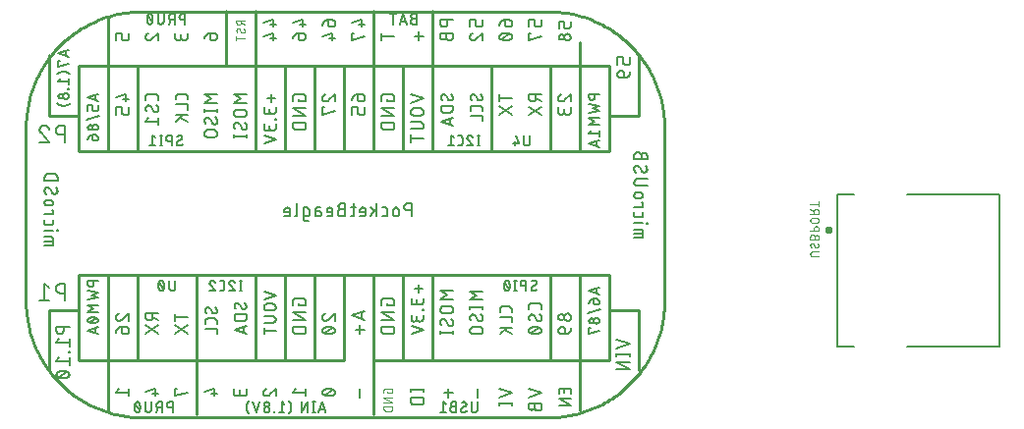
<source format=gbr>
G04 EAGLE Gerber RS-274X export*
G75*
%MOMM*%
%FSLAX34Y34*%
%LPD*%
%INSilkscreen Bottom*%
%IPPOS*%
%AMOC8*
5,1,8,0,0,1.08239X$1,22.5*%
G01*
%ADD10C,0.254000*%
%ADD11C,0.152400*%
%ADD12C,0.127000*%
%ADD13C,0.101600*%
%ADD14C,0.203200*%
%ADD15C,0.300000*%


D10*
X148170Y882130D02*
X498170Y882130D01*
X500586Y882101D01*
X503001Y882013D01*
X505413Y881867D01*
X507821Y881663D01*
X510224Y881401D01*
X512619Y881081D01*
X515006Y880703D01*
X517383Y880267D01*
X519748Y879774D01*
X522102Y879224D01*
X524441Y878618D01*
X526765Y877955D01*
X529072Y877236D01*
X531361Y876461D01*
X533630Y875632D01*
X535879Y874747D01*
X538106Y873809D01*
X540310Y872817D01*
X542489Y871773D01*
X544642Y870676D01*
X546768Y869527D01*
X548866Y868327D01*
X550934Y867077D01*
X552971Y865777D01*
X554976Y864428D01*
X556949Y863032D01*
X558886Y861588D01*
X560789Y860097D01*
X562654Y858562D01*
X564482Y856981D01*
X566272Y855357D01*
X568021Y853690D01*
X569730Y851981D01*
X571397Y850232D01*
X573021Y848442D01*
X574602Y846614D01*
X576137Y844749D01*
X577628Y842846D01*
X579072Y840909D01*
X580468Y838936D01*
X581817Y836931D01*
X583117Y834894D01*
X584367Y832826D01*
X585567Y830728D01*
X586716Y828602D01*
X587813Y826449D01*
X588857Y824270D01*
X589849Y822066D01*
X590787Y819839D01*
X591672Y817590D01*
X592501Y815321D01*
X593276Y813032D01*
X593995Y810725D01*
X594658Y808401D01*
X595264Y806062D01*
X595814Y803708D01*
X596307Y801343D01*
X596743Y798966D01*
X597121Y796579D01*
X597441Y794184D01*
X597703Y791781D01*
X597907Y789373D01*
X598053Y786961D01*
X598141Y784546D01*
X598170Y782130D01*
X598170Y632130D01*
X598141Y629714D01*
X598053Y627299D01*
X597907Y624887D01*
X597703Y622479D01*
X597441Y620076D01*
X597121Y617681D01*
X596743Y615294D01*
X596307Y612917D01*
X595814Y610552D01*
X595264Y608198D01*
X594658Y605859D01*
X593995Y603535D01*
X593276Y601228D01*
X592501Y598939D01*
X591672Y596670D01*
X590787Y594421D01*
X589849Y592194D01*
X588857Y589990D01*
X587813Y587811D01*
X586716Y585658D01*
X585567Y583532D01*
X584367Y581434D01*
X583117Y579366D01*
X581817Y577329D01*
X580468Y575324D01*
X579072Y573351D01*
X577628Y571414D01*
X576137Y569511D01*
X574602Y567646D01*
X573021Y565818D01*
X571397Y564028D01*
X569730Y562279D01*
X568021Y560570D01*
X566272Y558903D01*
X564482Y557279D01*
X562654Y555698D01*
X560789Y554163D01*
X558886Y552672D01*
X556949Y551228D01*
X554976Y549832D01*
X552971Y548483D01*
X550934Y547183D01*
X548866Y545933D01*
X546768Y544733D01*
X544642Y543584D01*
X542489Y542487D01*
X540310Y541443D01*
X538106Y540451D01*
X535879Y539513D01*
X533630Y538628D01*
X531361Y537799D01*
X529072Y537024D01*
X526765Y536305D01*
X524441Y535642D01*
X522102Y535036D01*
X519748Y534486D01*
X517383Y533993D01*
X515006Y533557D01*
X512619Y533179D01*
X510224Y532859D01*
X507821Y532597D01*
X505413Y532393D01*
X503001Y532247D01*
X500586Y532159D01*
X498170Y532130D01*
X148170Y532130D01*
X145754Y532159D01*
X143339Y532247D01*
X140927Y532393D01*
X138519Y532597D01*
X136116Y532859D01*
X133721Y533179D01*
X131334Y533557D01*
X128957Y533993D01*
X126592Y534486D01*
X124238Y535036D01*
X121899Y535642D01*
X119575Y536305D01*
X117268Y537024D01*
X114979Y537799D01*
X112710Y538628D01*
X110461Y539513D01*
X108234Y540451D01*
X106030Y541443D01*
X103851Y542487D01*
X101698Y543584D01*
X99572Y544733D01*
X97474Y545933D01*
X95406Y547183D01*
X93369Y548483D01*
X91364Y549832D01*
X89391Y551228D01*
X87454Y552672D01*
X85551Y554163D01*
X83686Y555698D01*
X81858Y557279D01*
X80068Y558903D01*
X78319Y560570D01*
X76610Y562279D01*
X74943Y564028D01*
X73319Y565818D01*
X71738Y567646D01*
X70203Y569511D01*
X68712Y571414D01*
X67268Y573351D01*
X65872Y575324D01*
X64523Y577329D01*
X63223Y579366D01*
X61973Y581434D01*
X60773Y583532D01*
X59624Y585658D01*
X58527Y587811D01*
X57483Y589990D01*
X56491Y592194D01*
X55553Y594421D01*
X54668Y596670D01*
X53839Y598939D01*
X53064Y601228D01*
X52345Y603535D01*
X51682Y605859D01*
X51076Y608198D01*
X50526Y610552D01*
X50033Y612917D01*
X49597Y615294D01*
X49219Y617681D01*
X48899Y620076D01*
X48637Y622479D01*
X48433Y624887D01*
X48287Y627299D01*
X48199Y629714D01*
X48170Y632130D01*
X48170Y782130D01*
X48199Y784546D01*
X48287Y786961D01*
X48433Y789373D01*
X48637Y791781D01*
X48899Y794184D01*
X49219Y796579D01*
X49597Y798966D01*
X50033Y801343D01*
X50526Y803708D01*
X51076Y806062D01*
X51682Y808401D01*
X52345Y810725D01*
X53064Y813032D01*
X53839Y815321D01*
X54668Y817590D01*
X55553Y819839D01*
X56491Y822066D01*
X57483Y824270D01*
X58527Y826449D01*
X59624Y828602D01*
X60773Y830728D01*
X61973Y832826D01*
X63223Y834894D01*
X64523Y836931D01*
X65872Y838936D01*
X67268Y840909D01*
X68712Y842846D01*
X70203Y844749D01*
X71738Y846614D01*
X73319Y848442D01*
X74943Y850232D01*
X76610Y851981D01*
X78319Y853690D01*
X80068Y855357D01*
X81858Y856981D01*
X83686Y858562D01*
X85551Y860097D01*
X87454Y861588D01*
X89391Y863032D01*
X91364Y864428D01*
X93369Y865777D01*
X95406Y867077D01*
X97474Y868327D01*
X99572Y869527D01*
X101698Y870676D01*
X103851Y871773D01*
X106030Y872817D01*
X108234Y873809D01*
X110461Y874747D01*
X112710Y875632D01*
X114979Y876461D01*
X117268Y877236D01*
X119575Y877955D01*
X121899Y878618D01*
X124238Y879224D01*
X126592Y879774D01*
X128957Y880267D01*
X131334Y880703D01*
X133721Y881081D01*
X136116Y881401D01*
X138519Y881663D01*
X140927Y881867D01*
X143339Y882013D01*
X145754Y882101D01*
X148170Y882130D01*
D11*
X380238Y716788D02*
X380238Y705612D01*
X380238Y716788D02*
X377134Y716788D01*
X377023Y716786D01*
X376913Y716780D01*
X376802Y716770D01*
X376692Y716756D01*
X376583Y716739D01*
X376474Y716717D01*
X376366Y716692D01*
X376260Y716662D01*
X376154Y716629D01*
X376049Y716592D01*
X375946Y716552D01*
X375845Y716507D01*
X375745Y716460D01*
X375646Y716408D01*
X375550Y716353D01*
X375456Y716295D01*
X375364Y716234D01*
X375274Y716169D01*
X375186Y716101D01*
X375101Y716030D01*
X375019Y715956D01*
X374939Y715879D01*
X374862Y715799D01*
X374788Y715717D01*
X374717Y715632D01*
X374649Y715544D01*
X374584Y715454D01*
X374523Y715362D01*
X374465Y715268D01*
X374410Y715172D01*
X374358Y715073D01*
X374311Y714973D01*
X374266Y714872D01*
X374226Y714769D01*
X374189Y714664D01*
X374156Y714558D01*
X374126Y714452D01*
X374101Y714344D01*
X374079Y714235D01*
X374062Y714126D01*
X374048Y714016D01*
X374038Y713905D01*
X374032Y713795D01*
X374030Y713684D01*
X374032Y713573D01*
X374038Y713463D01*
X374048Y713352D01*
X374062Y713242D01*
X374079Y713133D01*
X374101Y713024D01*
X374126Y712916D01*
X374156Y712810D01*
X374189Y712704D01*
X374226Y712599D01*
X374266Y712496D01*
X374311Y712395D01*
X374358Y712295D01*
X374410Y712196D01*
X374465Y712100D01*
X374523Y712006D01*
X374584Y711914D01*
X374649Y711824D01*
X374717Y711736D01*
X374788Y711651D01*
X374862Y711569D01*
X374939Y711489D01*
X375019Y711412D01*
X375101Y711338D01*
X375186Y711267D01*
X375274Y711199D01*
X375364Y711134D01*
X375456Y711073D01*
X375550Y711015D01*
X375646Y710960D01*
X375745Y710908D01*
X375845Y710861D01*
X375946Y710816D01*
X376049Y710776D01*
X376154Y710739D01*
X376260Y710706D01*
X376366Y710676D01*
X376474Y710651D01*
X376583Y710629D01*
X376692Y710612D01*
X376802Y710598D01*
X376913Y710588D01*
X377023Y710582D01*
X377134Y710580D01*
X377134Y710579D02*
X380238Y710579D01*
X369542Y710579D02*
X369542Y708096D01*
X369542Y710579D02*
X369540Y710678D01*
X369534Y710776D01*
X369524Y710875D01*
X369511Y710972D01*
X369493Y711070D01*
X369472Y711166D01*
X369446Y711262D01*
X369417Y711356D01*
X369385Y711449D01*
X369348Y711541D01*
X369308Y711631D01*
X369264Y711720D01*
X369217Y711807D01*
X369167Y711892D01*
X369113Y711974D01*
X369056Y712055D01*
X368996Y712133D01*
X368932Y712209D01*
X368866Y712282D01*
X368797Y712353D01*
X368725Y712421D01*
X368650Y712485D01*
X368573Y712547D01*
X368494Y712606D01*
X368412Y712661D01*
X368328Y712714D01*
X368243Y712762D01*
X368155Y712808D01*
X368065Y712850D01*
X367974Y712888D01*
X367882Y712922D01*
X367788Y712953D01*
X367693Y712980D01*
X367597Y713004D01*
X367500Y713023D01*
X367403Y713039D01*
X367305Y713051D01*
X367206Y713059D01*
X367107Y713063D01*
X367009Y713063D01*
X366910Y713059D01*
X366811Y713051D01*
X366713Y713039D01*
X366616Y713023D01*
X366519Y713004D01*
X366423Y712980D01*
X366328Y712953D01*
X366234Y712922D01*
X366142Y712888D01*
X366051Y712850D01*
X365961Y712808D01*
X365873Y712762D01*
X365788Y712714D01*
X365704Y712661D01*
X365622Y712606D01*
X365543Y712547D01*
X365466Y712485D01*
X365391Y712421D01*
X365319Y712353D01*
X365250Y712282D01*
X365184Y712209D01*
X365120Y712133D01*
X365060Y712055D01*
X365003Y711974D01*
X364949Y711892D01*
X364899Y711807D01*
X364852Y711720D01*
X364808Y711631D01*
X364768Y711541D01*
X364731Y711449D01*
X364699Y711356D01*
X364670Y711262D01*
X364644Y711166D01*
X364623Y711070D01*
X364605Y710972D01*
X364592Y710875D01*
X364582Y710776D01*
X364576Y710678D01*
X364574Y710579D01*
X364575Y710579D02*
X364575Y708096D01*
X364574Y708096D02*
X364576Y707997D01*
X364582Y707899D01*
X364592Y707800D01*
X364605Y707703D01*
X364623Y707605D01*
X364644Y707509D01*
X364670Y707413D01*
X364699Y707319D01*
X364731Y707226D01*
X364768Y707134D01*
X364808Y707044D01*
X364852Y706955D01*
X364899Y706868D01*
X364949Y706783D01*
X365003Y706701D01*
X365060Y706620D01*
X365120Y706542D01*
X365184Y706466D01*
X365250Y706393D01*
X365319Y706322D01*
X365391Y706254D01*
X365466Y706190D01*
X365543Y706128D01*
X365622Y706069D01*
X365704Y706014D01*
X365788Y705961D01*
X365873Y705913D01*
X365961Y705867D01*
X366051Y705825D01*
X366142Y705787D01*
X366234Y705753D01*
X366328Y705722D01*
X366423Y705695D01*
X366519Y705671D01*
X366616Y705652D01*
X366713Y705636D01*
X366811Y705624D01*
X366910Y705616D01*
X367009Y705612D01*
X367107Y705612D01*
X367206Y705616D01*
X367305Y705624D01*
X367403Y705636D01*
X367500Y705652D01*
X367597Y705671D01*
X367693Y705695D01*
X367788Y705722D01*
X367882Y705753D01*
X367974Y705787D01*
X368065Y705825D01*
X368155Y705867D01*
X368243Y705913D01*
X368328Y705961D01*
X368412Y706014D01*
X368494Y706069D01*
X368573Y706128D01*
X368650Y706190D01*
X368725Y706254D01*
X368797Y706322D01*
X368866Y706393D01*
X368932Y706466D01*
X368996Y706542D01*
X369056Y706620D01*
X369113Y706701D01*
X369167Y706783D01*
X369217Y706868D01*
X369264Y706955D01*
X369308Y707044D01*
X369348Y707134D01*
X369385Y707226D01*
X369417Y707319D01*
X369446Y707413D01*
X369472Y707509D01*
X369493Y707605D01*
X369511Y707703D01*
X369524Y707800D01*
X369534Y707899D01*
X369540Y707997D01*
X369542Y708096D01*
X357757Y705612D02*
X355273Y705612D01*
X357757Y705612D02*
X357841Y705614D01*
X357924Y705620D01*
X358007Y705629D01*
X358090Y705642D01*
X358172Y705659D01*
X358253Y705679D01*
X358333Y705703D01*
X358412Y705731D01*
X358489Y705762D01*
X358565Y705796D01*
X358640Y705834D01*
X358713Y705876D01*
X358783Y705920D01*
X358852Y705968D01*
X358919Y706018D01*
X358983Y706072D01*
X359044Y706128D01*
X359104Y706188D01*
X359160Y706249D01*
X359214Y706313D01*
X359264Y706380D01*
X359312Y706449D01*
X359356Y706519D01*
X359398Y706592D01*
X359436Y706667D01*
X359470Y706743D01*
X359501Y706820D01*
X359529Y706899D01*
X359553Y706979D01*
X359573Y707060D01*
X359590Y707142D01*
X359603Y707225D01*
X359613Y707308D01*
X359618Y707391D01*
X359620Y707475D01*
X359619Y707475D02*
X359619Y711200D01*
X359620Y711200D02*
X359618Y711284D01*
X359613Y711367D01*
X359603Y711450D01*
X359590Y711533D01*
X359573Y711615D01*
X359553Y711696D01*
X359529Y711776D01*
X359501Y711855D01*
X359470Y711932D01*
X359436Y712008D01*
X359398Y712083D01*
X359356Y712156D01*
X359312Y712226D01*
X359264Y712295D01*
X359214Y712362D01*
X359160Y712426D01*
X359104Y712487D01*
X359044Y712547D01*
X358983Y712603D01*
X358919Y712657D01*
X358852Y712707D01*
X358783Y712755D01*
X358713Y712799D01*
X358640Y712841D01*
X358565Y712879D01*
X358489Y712913D01*
X358412Y712944D01*
X358333Y712972D01*
X358253Y712996D01*
X358172Y713016D01*
X358090Y713033D01*
X358007Y713046D01*
X357924Y713056D01*
X357841Y713061D01*
X357757Y713063D01*
X355273Y713063D01*
X350323Y716788D02*
X350323Y705612D01*
X350323Y709337D02*
X345355Y713063D01*
X348149Y710890D02*
X345355Y705612D01*
X339104Y705612D02*
X336000Y705612D01*
X339104Y705612D02*
X339188Y705614D01*
X339271Y705620D01*
X339354Y705629D01*
X339437Y705642D01*
X339519Y705659D01*
X339600Y705679D01*
X339680Y705703D01*
X339759Y705731D01*
X339836Y705762D01*
X339912Y705796D01*
X339987Y705834D01*
X340060Y705876D01*
X340130Y705920D01*
X340199Y705968D01*
X340266Y706018D01*
X340330Y706072D01*
X340391Y706128D01*
X340451Y706188D01*
X340507Y706249D01*
X340561Y706313D01*
X340611Y706380D01*
X340659Y706449D01*
X340703Y706519D01*
X340745Y706592D01*
X340783Y706667D01*
X340817Y706743D01*
X340848Y706820D01*
X340876Y706899D01*
X340900Y706979D01*
X340920Y707060D01*
X340937Y707142D01*
X340950Y707225D01*
X340960Y707308D01*
X340965Y707391D01*
X340967Y707475D01*
X340967Y710579D01*
X340965Y710678D01*
X340959Y710776D01*
X340949Y710875D01*
X340936Y710972D01*
X340918Y711070D01*
X340897Y711166D01*
X340871Y711262D01*
X340842Y711356D01*
X340810Y711449D01*
X340773Y711541D01*
X340733Y711631D01*
X340689Y711720D01*
X340642Y711807D01*
X340592Y711892D01*
X340538Y711974D01*
X340481Y712055D01*
X340421Y712133D01*
X340357Y712209D01*
X340291Y712282D01*
X340222Y712353D01*
X340150Y712421D01*
X340075Y712485D01*
X339998Y712547D01*
X339919Y712606D01*
X339837Y712661D01*
X339753Y712714D01*
X339668Y712762D01*
X339580Y712808D01*
X339490Y712850D01*
X339399Y712888D01*
X339307Y712922D01*
X339213Y712953D01*
X339118Y712980D01*
X339022Y713004D01*
X338925Y713023D01*
X338828Y713039D01*
X338730Y713051D01*
X338631Y713059D01*
X338532Y713063D01*
X338434Y713063D01*
X338335Y713059D01*
X338236Y713051D01*
X338138Y713039D01*
X338041Y713023D01*
X337944Y713004D01*
X337848Y712980D01*
X337753Y712953D01*
X337659Y712922D01*
X337567Y712888D01*
X337476Y712850D01*
X337386Y712808D01*
X337298Y712762D01*
X337213Y712714D01*
X337129Y712661D01*
X337047Y712606D01*
X336968Y712547D01*
X336891Y712485D01*
X336816Y712421D01*
X336744Y712353D01*
X336675Y712282D01*
X336609Y712209D01*
X336545Y712133D01*
X336485Y712055D01*
X336428Y711974D01*
X336374Y711892D01*
X336324Y711807D01*
X336277Y711720D01*
X336233Y711631D01*
X336193Y711541D01*
X336156Y711449D01*
X336124Y711356D01*
X336095Y711262D01*
X336069Y711166D01*
X336048Y711070D01*
X336030Y710972D01*
X336017Y710875D01*
X336007Y710776D01*
X336001Y710678D01*
X335999Y710579D01*
X336000Y710579D02*
X336000Y709337D01*
X340967Y709337D01*
X332080Y713063D02*
X328354Y713063D01*
X330838Y716788D02*
X330838Y707475D01*
X330836Y707391D01*
X330830Y707308D01*
X330821Y707225D01*
X330808Y707142D01*
X330791Y707060D01*
X330771Y706979D01*
X330747Y706899D01*
X330719Y706820D01*
X330688Y706743D01*
X330654Y706667D01*
X330616Y706592D01*
X330574Y706519D01*
X330530Y706449D01*
X330482Y706380D01*
X330432Y706313D01*
X330378Y706249D01*
X330322Y706188D01*
X330262Y706128D01*
X330201Y706072D01*
X330137Y706018D01*
X330070Y705968D01*
X330001Y705920D01*
X329931Y705876D01*
X329858Y705834D01*
X329783Y705796D01*
X329707Y705762D01*
X329630Y705731D01*
X329551Y705703D01*
X329471Y705679D01*
X329390Y705659D01*
X329308Y705642D01*
X329225Y705629D01*
X329142Y705619D01*
X329059Y705614D01*
X328975Y705612D01*
X328354Y705612D01*
X323088Y711821D02*
X319984Y711821D01*
X319984Y711820D02*
X319873Y711818D01*
X319763Y711812D01*
X319652Y711802D01*
X319542Y711788D01*
X319433Y711771D01*
X319324Y711749D01*
X319216Y711724D01*
X319110Y711694D01*
X319004Y711661D01*
X318899Y711624D01*
X318796Y711584D01*
X318695Y711539D01*
X318595Y711492D01*
X318496Y711440D01*
X318400Y711385D01*
X318306Y711327D01*
X318214Y711266D01*
X318124Y711201D01*
X318036Y711133D01*
X317951Y711062D01*
X317869Y710988D01*
X317789Y710911D01*
X317712Y710831D01*
X317638Y710749D01*
X317567Y710664D01*
X317499Y710576D01*
X317434Y710486D01*
X317373Y710394D01*
X317315Y710300D01*
X317260Y710204D01*
X317208Y710105D01*
X317161Y710005D01*
X317116Y709904D01*
X317076Y709801D01*
X317039Y709696D01*
X317006Y709590D01*
X316976Y709484D01*
X316951Y709376D01*
X316929Y709267D01*
X316912Y709158D01*
X316898Y709048D01*
X316888Y708937D01*
X316882Y708827D01*
X316880Y708716D01*
X316882Y708605D01*
X316888Y708495D01*
X316898Y708384D01*
X316912Y708274D01*
X316929Y708165D01*
X316951Y708056D01*
X316976Y707948D01*
X317006Y707842D01*
X317039Y707736D01*
X317076Y707631D01*
X317116Y707528D01*
X317161Y707427D01*
X317208Y707327D01*
X317260Y707228D01*
X317315Y707132D01*
X317373Y707038D01*
X317434Y706946D01*
X317499Y706856D01*
X317567Y706768D01*
X317638Y706683D01*
X317712Y706601D01*
X317789Y706521D01*
X317869Y706444D01*
X317951Y706370D01*
X318036Y706299D01*
X318124Y706231D01*
X318214Y706166D01*
X318306Y706105D01*
X318400Y706047D01*
X318496Y705992D01*
X318595Y705940D01*
X318695Y705893D01*
X318796Y705848D01*
X318899Y705808D01*
X319004Y705771D01*
X319110Y705738D01*
X319216Y705708D01*
X319324Y705683D01*
X319433Y705661D01*
X319542Y705644D01*
X319652Y705630D01*
X319763Y705620D01*
X319873Y705614D01*
X319984Y705612D01*
X323088Y705612D01*
X323088Y716788D01*
X319984Y716788D01*
X319885Y716786D01*
X319787Y716780D01*
X319688Y716770D01*
X319591Y716757D01*
X319493Y716739D01*
X319397Y716718D01*
X319301Y716692D01*
X319207Y716663D01*
X319114Y716631D01*
X319022Y716594D01*
X318932Y716554D01*
X318843Y716510D01*
X318756Y716463D01*
X318671Y716413D01*
X318589Y716359D01*
X318508Y716302D01*
X318430Y716242D01*
X318354Y716178D01*
X318281Y716112D01*
X318210Y716043D01*
X318142Y715971D01*
X318078Y715896D01*
X318016Y715819D01*
X317957Y715740D01*
X317902Y715658D01*
X317849Y715574D01*
X317801Y715489D01*
X317755Y715401D01*
X317713Y715311D01*
X317675Y715220D01*
X317641Y715128D01*
X317610Y715034D01*
X317583Y714939D01*
X317559Y714843D01*
X317540Y714746D01*
X317524Y714649D01*
X317512Y714551D01*
X317504Y714452D01*
X317500Y714353D01*
X317500Y714255D01*
X317504Y714156D01*
X317512Y714057D01*
X317524Y713959D01*
X317540Y713862D01*
X317559Y713765D01*
X317583Y713669D01*
X317610Y713574D01*
X317641Y713480D01*
X317675Y713388D01*
X317713Y713297D01*
X317755Y713207D01*
X317801Y713119D01*
X317849Y713034D01*
X317902Y712950D01*
X317957Y712868D01*
X318016Y712789D01*
X318078Y712712D01*
X318142Y712637D01*
X318210Y712565D01*
X318281Y712496D01*
X318354Y712430D01*
X318430Y712366D01*
X318508Y712306D01*
X318589Y712249D01*
X318671Y712195D01*
X318756Y712145D01*
X318843Y712098D01*
X318932Y712054D01*
X319022Y712014D01*
X319114Y711977D01*
X319207Y711945D01*
X319301Y711916D01*
X319397Y711890D01*
X319493Y711869D01*
X319591Y711851D01*
X319688Y711838D01*
X319787Y711828D01*
X319885Y711822D01*
X319984Y711820D01*
X310529Y705612D02*
X307425Y705612D01*
X310529Y705612D02*
X310613Y705614D01*
X310696Y705620D01*
X310779Y705629D01*
X310862Y705642D01*
X310944Y705659D01*
X311025Y705679D01*
X311105Y705703D01*
X311184Y705731D01*
X311261Y705762D01*
X311337Y705796D01*
X311412Y705834D01*
X311485Y705876D01*
X311555Y705920D01*
X311624Y705968D01*
X311691Y706018D01*
X311755Y706072D01*
X311816Y706128D01*
X311876Y706188D01*
X311932Y706249D01*
X311986Y706313D01*
X312036Y706380D01*
X312084Y706449D01*
X312128Y706519D01*
X312170Y706592D01*
X312208Y706667D01*
X312242Y706743D01*
X312273Y706820D01*
X312301Y706899D01*
X312325Y706979D01*
X312345Y707060D01*
X312362Y707142D01*
X312375Y707225D01*
X312385Y707308D01*
X312390Y707391D01*
X312392Y707475D01*
X312392Y710579D01*
X312390Y710678D01*
X312384Y710776D01*
X312374Y710875D01*
X312361Y710972D01*
X312343Y711070D01*
X312322Y711166D01*
X312296Y711262D01*
X312267Y711356D01*
X312235Y711449D01*
X312198Y711541D01*
X312158Y711631D01*
X312114Y711720D01*
X312067Y711807D01*
X312017Y711892D01*
X311963Y711974D01*
X311906Y712055D01*
X311846Y712133D01*
X311782Y712209D01*
X311716Y712282D01*
X311647Y712353D01*
X311575Y712421D01*
X311500Y712485D01*
X311423Y712547D01*
X311344Y712606D01*
X311262Y712661D01*
X311178Y712714D01*
X311093Y712762D01*
X311005Y712808D01*
X310915Y712850D01*
X310824Y712888D01*
X310732Y712922D01*
X310638Y712953D01*
X310543Y712980D01*
X310447Y713004D01*
X310350Y713023D01*
X310253Y713039D01*
X310155Y713051D01*
X310056Y713059D01*
X309957Y713063D01*
X309859Y713063D01*
X309760Y713059D01*
X309661Y713051D01*
X309563Y713039D01*
X309466Y713023D01*
X309369Y713004D01*
X309273Y712980D01*
X309178Y712953D01*
X309084Y712922D01*
X308992Y712888D01*
X308901Y712850D01*
X308811Y712808D01*
X308723Y712762D01*
X308638Y712714D01*
X308554Y712661D01*
X308472Y712606D01*
X308393Y712547D01*
X308316Y712485D01*
X308241Y712421D01*
X308169Y712353D01*
X308100Y712282D01*
X308034Y712209D01*
X307970Y712133D01*
X307910Y712055D01*
X307853Y711974D01*
X307799Y711892D01*
X307749Y711807D01*
X307702Y711720D01*
X307658Y711631D01*
X307618Y711541D01*
X307581Y711449D01*
X307549Y711356D01*
X307520Y711262D01*
X307494Y711166D01*
X307473Y711070D01*
X307455Y710972D01*
X307442Y710875D01*
X307432Y710776D01*
X307426Y710678D01*
X307424Y710579D01*
X307425Y710579D02*
X307425Y709337D01*
X312392Y709337D01*
X300387Y709958D02*
X297593Y709958D01*
X300387Y709958D02*
X300479Y709956D01*
X300571Y709950D01*
X300663Y709940D01*
X300754Y709927D01*
X300845Y709909D01*
X300935Y709888D01*
X301023Y709863D01*
X301111Y709834D01*
X301197Y709801D01*
X301282Y709765D01*
X301365Y709725D01*
X301447Y709682D01*
X301526Y709635D01*
X301604Y709585D01*
X301679Y709532D01*
X301752Y709476D01*
X301823Y709416D01*
X301891Y709354D01*
X301956Y709289D01*
X302018Y709221D01*
X302078Y709150D01*
X302134Y709077D01*
X302187Y709002D01*
X302237Y708924D01*
X302284Y708845D01*
X302327Y708763D01*
X302367Y708680D01*
X302403Y708595D01*
X302436Y708509D01*
X302465Y708421D01*
X302490Y708333D01*
X302511Y708243D01*
X302529Y708152D01*
X302542Y708061D01*
X302552Y707969D01*
X302558Y707877D01*
X302560Y707785D01*
X302558Y707693D01*
X302552Y707601D01*
X302542Y707509D01*
X302529Y707418D01*
X302511Y707327D01*
X302490Y707237D01*
X302465Y707149D01*
X302436Y707061D01*
X302403Y706975D01*
X302367Y706890D01*
X302327Y706807D01*
X302284Y706725D01*
X302237Y706646D01*
X302187Y706568D01*
X302134Y706493D01*
X302078Y706420D01*
X302018Y706349D01*
X301956Y706281D01*
X301891Y706216D01*
X301823Y706154D01*
X301752Y706094D01*
X301679Y706038D01*
X301604Y705985D01*
X301526Y705935D01*
X301447Y705888D01*
X301365Y705845D01*
X301282Y705805D01*
X301197Y705769D01*
X301111Y705736D01*
X301023Y705707D01*
X300935Y705682D01*
X300845Y705661D01*
X300754Y705643D01*
X300663Y705630D01*
X300571Y705620D01*
X300479Y705614D01*
X300387Y705612D01*
X297593Y705612D01*
X297593Y711200D01*
X297592Y711200D02*
X297594Y711284D01*
X297600Y711367D01*
X297609Y711450D01*
X297622Y711533D01*
X297639Y711615D01*
X297659Y711696D01*
X297683Y711776D01*
X297711Y711855D01*
X297742Y711932D01*
X297776Y712008D01*
X297814Y712083D01*
X297856Y712156D01*
X297900Y712226D01*
X297948Y712295D01*
X297998Y712362D01*
X298052Y712426D01*
X298108Y712487D01*
X298168Y712547D01*
X298229Y712603D01*
X298293Y712657D01*
X298360Y712707D01*
X298429Y712755D01*
X298499Y712799D01*
X298572Y712841D01*
X298647Y712879D01*
X298723Y712913D01*
X298800Y712944D01*
X298879Y712972D01*
X298959Y712996D01*
X299040Y713016D01*
X299122Y713033D01*
X299205Y713046D01*
X299288Y713056D01*
X299371Y713061D01*
X299455Y713063D01*
X301939Y713063D01*
X290410Y705612D02*
X287306Y705612D01*
X290410Y705612D02*
X290494Y705614D01*
X290577Y705620D01*
X290660Y705629D01*
X290743Y705642D01*
X290825Y705659D01*
X290906Y705679D01*
X290986Y705703D01*
X291065Y705731D01*
X291142Y705762D01*
X291218Y705796D01*
X291293Y705834D01*
X291366Y705876D01*
X291436Y705920D01*
X291505Y705968D01*
X291572Y706018D01*
X291636Y706072D01*
X291697Y706128D01*
X291757Y706188D01*
X291813Y706249D01*
X291867Y706313D01*
X291917Y706380D01*
X291965Y706449D01*
X292009Y706519D01*
X292051Y706592D01*
X292089Y706667D01*
X292123Y706743D01*
X292154Y706820D01*
X292182Y706899D01*
X292206Y706979D01*
X292226Y707060D01*
X292243Y707142D01*
X292256Y707225D01*
X292266Y707308D01*
X292271Y707391D01*
X292273Y707475D01*
X292273Y711200D01*
X292271Y711284D01*
X292266Y711367D01*
X292256Y711450D01*
X292243Y711533D01*
X292226Y711615D01*
X292206Y711696D01*
X292182Y711776D01*
X292154Y711855D01*
X292123Y711932D01*
X292089Y712008D01*
X292051Y712083D01*
X292009Y712156D01*
X291965Y712226D01*
X291917Y712295D01*
X291867Y712362D01*
X291813Y712426D01*
X291757Y712487D01*
X291697Y712547D01*
X291636Y712603D01*
X291572Y712657D01*
X291505Y712707D01*
X291436Y712755D01*
X291366Y712799D01*
X291293Y712841D01*
X291218Y712879D01*
X291142Y712913D01*
X291065Y712944D01*
X290986Y712972D01*
X290906Y712996D01*
X290825Y713016D01*
X290743Y713033D01*
X290660Y713046D01*
X290577Y713056D01*
X290494Y713061D01*
X290410Y713063D01*
X287306Y713063D01*
X287306Y703749D01*
X287305Y703749D02*
X287307Y703665D01*
X287312Y703582D01*
X287322Y703499D01*
X287335Y703416D01*
X287352Y703334D01*
X287372Y703253D01*
X287396Y703173D01*
X287424Y703094D01*
X287455Y703017D01*
X287489Y702941D01*
X287527Y702866D01*
X287569Y702793D01*
X287613Y702723D01*
X287661Y702654D01*
X287711Y702587D01*
X287765Y702523D01*
X287821Y702462D01*
X287881Y702402D01*
X287942Y702346D01*
X288006Y702292D01*
X288073Y702242D01*
X288142Y702194D01*
X288212Y702150D01*
X288285Y702108D01*
X288360Y702070D01*
X288436Y702036D01*
X288513Y702005D01*
X288592Y701977D01*
X288672Y701953D01*
X288753Y701933D01*
X288835Y701916D01*
X288918Y701903D01*
X289001Y701893D01*
X289084Y701888D01*
X289168Y701886D01*
X289168Y701887D02*
X291652Y701887D01*
X281820Y707475D02*
X281820Y716788D01*
X281821Y707475D02*
X281819Y707389D01*
X281813Y707303D01*
X281803Y707218D01*
X281789Y707133D01*
X281772Y707048D01*
X281750Y706965D01*
X281724Y706883D01*
X281695Y706802D01*
X281662Y706723D01*
X281626Y706645D01*
X281586Y706568D01*
X281542Y706494D01*
X281495Y706422D01*
X281445Y706352D01*
X281391Y706285D01*
X281335Y706220D01*
X281275Y706158D01*
X281213Y706098D01*
X281148Y706042D01*
X281081Y705988D01*
X281011Y705938D01*
X280939Y705891D01*
X280865Y705847D01*
X280788Y705807D01*
X280711Y705771D01*
X280631Y705738D01*
X280550Y705709D01*
X280468Y705683D01*
X280385Y705661D01*
X280300Y705644D01*
X280215Y705630D01*
X280130Y705620D01*
X280044Y705614D01*
X279958Y705612D01*
X273953Y705612D02*
X270849Y705612D01*
X273953Y705612D02*
X274037Y705614D01*
X274120Y705620D01*
X274203Y705629D01*
X274286Y705642D01*
X274368Y705659D01*
X274449Y705679D01*
X274529Y705703D01*
X274608Y705731D01*
X274685Y705762D01*
X274761Y705796D01*
X274836Y705834D01*
X274909Y705876D01*
X274979Y705920D01*
X275048Y705968D01*
X275115Y706018D01*
X275179Y706072D01*
X275240Y706128D01*
X275300Y706188D01*
X275356Y706249D01*
X275410Y706313D01*
X275460Y706380D01*
X275508Y706449D01*
X275552Y706519D01*
X275594Y706592D01*
X275632Y706667D01*
X275666Y706743D01*
X275697Y706820D01*
X275725Y706899D01*
X275749Y706979D01*
X275769Y707060D01*
X275786Y707142D01*
X275799Y707225D01*
X275809Y707308D01*
X275814Y707391D01*
X275816Y707475D01*
X275816Y710579D01*
X275817Y710579D02*
X275815Y710678D01*
X275809Y710776D01*
X275799Y710875D01*
X275786Y710972D01*
X275768Y711070D01*
X275747Y711166D01*
X275721Y711262D01*
X275692Y711356D01*
X275660Y711449D01*
X275623Y711541D01*
X275583Y711631D01*
X275539Y711720D01*
X275492Y711807D01*
X275442Y711892D01*
X275388Y711974D01*
X275331Y712055D01*
X275271Y712133D01*
X275207Y712209D01*
X275141Y712282D01*
X275072Y712353D01*
X275000Y712421D01*
X274925Y712485D01*
X274848Y712547D01*
X274769Y712606D01*
X274687Y712661D01*
X274603Y712714D01*
X274518Y712762D01*
X274430Y712808D01*
X274340Y712850D01*
X274249Y712888D01*
X274157Y712922D01*
X274063Y712953D01*
X273968Y712980D01*
X273872Y713004D01*
X273775Y713023D01*
X273678Y713039D01*
X273580Y713051D01*
X273481Y713059D01*
X273382Y713063D01*
X273284Y713063D01*
X273185Y713059D01*
X273086Y713051D01*
X272988Y713039D01*
X272891Y713023D01*
X272794Y713004D01*
X272698Y712980D01*
X272603Y712953D01*
X272509Y712922D01*
X272417Y712888D01*
X272326Y712850D01*
X272236Y712808D01*
X272148Y712762D01*
X272063Y712714D01*
X271979Y712661D01*
X271897Y712606D01*
X271818Y712547D01*
X271741Y712485D01*
X271666Y712421D01*
X271594Y712353D01*
X271525Y712282D01*
X271459Y712209D01*
X271395Y712133D01*
X271335Y712055D01*
X271278Y711974D01*
X271224Y711892D01*
X271174Y711807D01*
X271127Y711720D01*
X271083Y711631D01*
X271043Y711541D01*
X271006Y711449D01*
X270974Y711356D01*
X270945Y711262D01*
X270919Y711166D01*
X270898Y711070D01*
X270880Y710972D01*
X270867Y710875D01*
X270857Y710776D01*
X270851Y710678D01*
X270849Y710579D01*
X270849Y709337D01*
X275816Y709337D01*
X572262Y686851D02*
X579713Y686851D01*
X579713Y692439D01*
X579711Y692523D01*
X579706Y692606D01*
X579696Y692689D01*
X579683Y692772D01*
X579666Y692854D01*
X579646Y692935D01*
X579622Y693015D01*
X579594Y693094D01*
X579563Y693171D01*
X579529Y693247D01*
X579491Y693322D01*
X579449Y693395D01*
X579405Y693465D01*
X579357Y693534D01*
X579307Y693601D01*
X579253Y693665D01*
X579197Y693726D01*
X579137Y693786D01*
X579076Y693842D01*
X579012Y693896D01*
X578945Y693946D01*
X578876Y693994D01*
X578806Y694038D01*
X578733Y694080D01*
X578658Y694118D01*
X578582Y694152D01*
X578505Y694183D01*
X578426Y694211D01*
X578346Y694235D01*
X578265Y694255D01*
X578183Y694272D01*
X578100Y694285D01*
X578017Y694295D01*
X577934Y694300D01*
X577850Y694302D01*
X572262Y694302D01*
X572262Y690577D02*
X579713Y690577D01*
X579713Y699721D02*
X572262Y699721D01*
X582817Y699410D02*
X583438Y699410D01*
X583438Y700031D01*
X582817Y700031D01*
X582817Y699410D01*
X572262Y706355D02*
X572262Y708839D01*
X572262Y706355D02*
X572264Y706271D01*
X572269Y706188D01*
X572279Y706105D01*
X572292Y706022D01*
X572309Y705940D01*
X572329Y705859D01*
X572353Y705779D01*
X572381Y705700D01*
X572412Y705623D01*
X572446Y705547D01*
X572484Y705472D01*
X572526Y705399D01*
X572570Y705329D01*
X572618Y705260D01*
X572668Y705193D01*
X572722Y705129D01*
X572778Y705068D01*
X572838Y705008D01*
X572899Y704952D01*
X572963Y704898D01*
X573030Y704848D01*
X573099Y704800D01*
X573169Y704756D01*
X573242Y704714D01*
X573317Y704676D01*
X573393Y704642D01*
X573470Y704611D01*
X573549Y704583D01*
X573629Y704559D01*
X573710Y704539D01*
X573792Y704522D01*
X573875Y704509D01*
X573958Y704499D01*
X574041Y704494D01*
X574125Y704492D01*
X574125Y704493D02*
X577850Y704493D01*
X577850Y704492D02*
X577934Y704494D01*
X578017Y704500D01*
X578100Y704509D01*
X578183Y704522D01*
X578265Y704539D01*
X578346Y704559D01*
X578426Y704583D01*
X578505Y704611D01*
X578582Y704642D01*
X578658Y704676D01*
X578733Y704714D01*
X578806Y704756D01*
X578876Y704800D01*
X578945Y704848D01*
X579012Y704898D01*
X579076Y704952D01*
X579137Y705008D01*
X579197Y705068D01*
X579253Y705129D01*
X579307Y705193D01*
X579357Y705260D01*
X579405Y705329D01*
X579449Y705399D01*
X579491Y705472D01*
X579529Y705547D01*
X579563Y705623D01*
X579594Y705700D01*
X579622Y705779D01*
X579646Y705859D01*
X579666Y705940D01*
X579683Y706022D01*
X579696Y706105D01*
X579706Y706188D01*
X579711Y706271D01*
X579713Y706355D01*
X579713Y708839D01*
X579713Y713703D02*
X572262Y713703D01*
X579713Y713703D02*
X579713Y717428D01*
X578471Y717428D01*
X577229Y721240D02*
X574746Y721240D01*
X577229Y721240D02*
X577328Y721242D01*
X577426Y721248D01*
X577525Y721258D01*
X577622Y721271D01*
X577720Y721289D01*
X577816Y721310D01*
X577912Y721336D01*
X578006Y721365D01*
X578099Y721397D01*
X578191Y721434D01*
X578281Y721474D01*
X578370Y721518D01*
X578457Y721565D01*
X578542Y721615D01*
X578624Y721669D01*
X578705Y721726D01*
X578783Y721786D01*
X578859Y721850D01*
X578932Y721916D01*
X579003Y721985D01*
X579071Y722057D01*
X579135Y722132D01*
X579197Y722209D01*
X579256Y722288D01*
X579311Y722370D01*
X579364Y722454D01*
X579412Y722539D01*
X579458Y722627D01*
X579500Y722717D01*
X579538Y722808D01*
X579572Y722900D01*
X579603Y722994D01*
X579630Y723089D01*
X579654Y723185D01*
X579673Y723282D01*
X579689Y723379D01*
X579701Y723477D01*
X579709Y723576D01*
X579713Y723675D01*
X579713Y723773D01*
X579709Y723872D01*
X579701Y723971D01*
X579689Y724069D01*
X579673Y724166D01*
X579654Y724263D01*
X579630Y724359D01*
X579603Y724454D01*
X579572Y724548D01*
X579538Y724640D01*
X579500Y724731D01*
X579458Y724821D01*
X579412Y724909D01*
X579364Y724994D01*
X579311Y725078D01*
X579256Y725160D01*
X579197Y725239D01*
X579135Y725316D01*
X579071Y725391D01*
X579003Y725463D01*
X578932Y725532D01*
X578859Y725598D01*
X578783Y725662D01*
X578705Y725722D01*
X578624Y725779D01*
X578542Y725833D01*
X578457Y725883D01*
X578370Y725930D01*
X578281Y725974D01*
X578191Y726014D01*
X578099Y726051D01*
X578006Y726083D01*
X577912Y726112D01*
X577816Y726138D01*
X577720Y726159D01*
X577622Y726177D01*
X577525Y726190D01*
X577426Y726200D01*
X577328Y726206D01*
X577229Y726208D01*
X577229Y726207D02*
X574746Y726207D01*
X574746Y726208D02*
X574647Y726206D01*
X574549Y726200D01*
X574450Y726190D01*
X574353Y726177D01*
X574255Y726159D01*
X574159Y726138D01*
X574063Y726112D01*
X573969Y726083D01*
X573876Y726051D01*
X573784Y726014D01*
X573694Y725974D01*
X573605Y725930D01*
X573518Y725883D01*
X573433Y725833D01*
X573351Y725779D01*
X573270Y725722D01*
X573192Y725662D01*
X573116Y725598D01*
X573043Y725532D01*
X572972Y725463D01*
X572904Y725391D01*
X572840Y725316D01*
X572778Y725239D01*
X572719Y725160D01*
X572664Y725078D01*
X572611Y724994D01*
X572563Y724909D01*
X572517Y724821D01*
X572475Y724731D01*
X572437Y724640D01*
X572403Y724548D01*
X572372Y724454D01*
X572345Y724359D01*
X572321Y724263D01*
X572302Y724166D01*
X572286Y724069D01*
X572274Y723971D01*
X572266Y723872D01*
X572262Y723773D01*
X572262Y723675D01*
X572266Y723576D01*
X572274Y723477D01*
X572286Y723379D01*
X572302Y723282D01*
X572321Y723185D01*
X572345Y723089D01*
X572372Y722994D01*
X572403Y722900D01*
X572437Y722808D01*
X572475Y722717D01*
X572517Y722627D01*
X572563Y722539D01*
X572611Y722454D01*
X572664Y722370D01*
X572719Y722288D01*
X572778Y722209D01*
X572840Y722132D01*
X572904Y722057D01*
X572972Y721985D01*
X573043Y721916D01*
X573116Y721850D01*
X573192Y721786D01*
X573270Y721726D01*
X573351Y721669D01*
X573433Y721615D01*
X573518Y721565D01*
X573605Y721518D01*
X573694Y721474D01*
X573784Y721434D01*
X573876Y721397D01*
X573969Y721365D01*
X574063Y721336D01*
X574159Y721310D01*
X574255Y721289D01*
X574353Y721271D01*
X574450Y721258D01*
X574549Y721248D01*
X574647Y721242D01*
X574746Y721240D01*
X575366Y731668D02*
X583438Y731668D01*
X575366Y731669D02*
X575255Y731671D01*
X575145Y731677D01*
X575034Y731687D01*
X574924Y731701D01*
X574815Y731718D01*
X574706Y731740D01*
X574598Y731765D01*
X574492Y731795D01*
X574386Y731828D01*
X574281Y731865D01*
X574178Y731905D01*
X574077Y731950D01*
X573977Y731997D01*
X573878Y732049D01*
X573782Y732104D01*
X573688Y732162D01*
X573596Y732223D01*
X573506Y732288D01*
X573418Y732356D01*
X573333Y732427D01*
X573251Y732501D01*
X573171Y732578D01*
X573094Y732658D01*
X573020Y732740D01*
X572949Y732825D01*
X572881Y732913D01*
X572816Y733003D01*
X572755Y733095D01*
X572697Y733189D01*
X572642Y733285D01*
X572590Y733384D01*
X572543Y733484D01*
X572498Y733585D01*
X572458Y733688D01*
X572421Y733793D01*
X572388Y733899D01*
X572358Y734005D01*
X572333Y734113D01*
X572311Y734222D01*
X572294Y734331D01*
X572280Y734441D01*
X572270Y734552D01*
X572264Y734662D01*
X572262Y734773D01*
X572264Y734884D01*
X572270Y734994D01*
X572280Y735105D01*
X572294Y735215D01*
X572311Y735324D01*
X572333Y735433D01*
X572358Y735541D01*
X572388Y735647D01*
X572421Y735753D01*
X572458Y735858D01*
X572498Y735961D01*
X572543Y736062D01*
X572590Y736162D01*
X572642Y736261D01*
X572697Y736357D01*
X572755Y736451D01*
X572816Y736543D01*
X572881Y736633D01*
X572949Y736721D01*
X573020Y736806D01*
X573094Y736888D01*
X573171Y736968D01*
X573251Y737045D01*
X573333Y737119D01*
X573418Y737190D01*
X573506Y737258D01*
X573596Y737323D01*
X573688Y737384D01*
X573782Y737442D01*
X573878Y737497D01*
X573977Y737549D01*
X574077Y737596D01*
X574178Y737641D01*
X574281Y737681D01*
X574386Y737718D01*
X574492Y737751D01*
X574598Y737781D01*
X574706Y737806D01*
X574815Y737828D01*
X574924Y737845D01*
X575034Y737859D01*
X575145Y737869D01*
X575255Y737875D01*
X575366Y737877D01*
X583438Y737877D01*
X572262Y746823D02*
X572264Y746921D01*
X572270Y747018D01*
X572279Y747115D01*
X572293Y747212D01*
X572310Y747308D01*
X572331Y747403D01*
X572355Y747497D01*
X572384Y747591D01*
X572416Y747683D01*
X572451Y747774D01*
X572490Y747863D01*
X572533Y747951D01*
X572579Y748037D01*
X572628Y748121D01*
X572681Y748203D01*
X572736Y748283D01*
X572795Y748361D01*
X572857Y748436D01*
X572922Y748509D01*
X572990Y748579D01*
X573060Y748647D01*
X573133Y748712D01*
X573208Y748774D01*
X573286Y748833D01*
X573366Y748888D01*
X573448Y748941D01*
X573532Y748990D01*
X573618Y749036D01*
X573706Y749079D01*
X573795Y749118D01*
X573886Y749153D01*
X573978Y749185D01*
X574072Y749214D01*
X574166Y749238D01*
X574261Y749259D01*
X574357Y749276D01*
X574454Y749290D01*
X574551Y749299D01*
X574648Y749305D01*
X574746Y749307D01*
X572262Y746823D02*
X572264Y746680D01*
X572270Y746537D01*
X572279Y746395D01*
X572293Y746253D01*
X572311Y746111D01*
X572332Y745970D01*
X572357Y745829D01*
X572386Y745689D01*
X572419Y745550D01*
X572455Y745412D01*
X572496Y745275D01*
X572540Y745139D01*
X572587Y745005D01*
X572639Y744871D01*
X572693Y744740D01*
X572752Y744609D01*
X572814Y744481D01*
X572879Y744354D01*
X572948Y744229D01*
X573021Y744105D01*
X573096Y743984D01*
X573175Y743865D01*
X573257Y743748D01*
X573343Y743634D01*
X573431Y743522D01*
X573522Y743412D01*
X573617Y743305D01*
X573714Y743200D01*
X573814Y743098D01*
X580954Y743408D02*
X581052Y743410D01*
X581149Y743416D01*
X581246Y743425D01*
X581343Y743439D01*
X581439Y743456D01*
X581534Y743477D01*
X581628Y743501D01*
X581722Y743530D01*
X581814Y743562D01*
X581905Y743597D01*
X581994Y743636D01*
X582082Y743679D01*
X582168Y743725D01*
X582252Y743774D01*
X582334Y743827D01*
X582414Y743882D01*
X582492Y743941D01*
X582567Y744003D01*
X582640Y744068D01*
X582710Y744136D01*
X582778Y744206D01*
X582843Y744279D01*
X582905Y744354D01*
X582964Y744432D01*
X583019Y744512D01*
X583072Y744594D01*
X583121Y744678D01*
X583167Y744764D01*
X583210Y744852D01*
X583249Y744941D01*
X583284Y745032D01*
X583316Y745124D01*
X583345Y745218D01*
X583369Y745312D01*
X583390Y745407D01*
X583407Y745503D01*
X583421Y745600D01*
X583430Y745697D01*
X583436Y745794D01*
X583438Y745892D01*
X583436Y746022D01*
X583431Y746152D01*
X583422Y746282D01*
X583409Y746412D01*
X583393Y746541D01*
X583373Y746670D01*
X583349Y746798D01*
X583322Y746926D01*
X583291Y747052D01*
X583257Y747178D01*
X583219Y747303D01*
X583178Y747426D01*
X583133Y747549D01*
X583085Y747670D01*
X583034Y747790D01*
X582979Y747908D01*
X582921Y748024D01*
X582860Y748139D01*
X582795Y748253D01*
X582728Y748364D01*
X582657Y748473D01*
X582583Y748581D01*
X582507Y748686D01*
X578781Y744651D02*
X578832Y744568D01*
X578886Y744487D01*
X578943Y744409D01*
X579003Y744333D01*
X579066Y744259D01*
X579132Y744188D01*
X579200Y744119D01*
X579271Y744053D01*
X579344Y743989D01*
X579420Y743929D01*
X579498Y743872D01*
X579579Y743817D01*
X579661Y743766D01*
X579745Y743718D01*
X579831Y743673D01*
X579919Y743631D01*
X580008Y743593D01*
X580098Y743559D01*
X580190Y743527D01*
X580283Y743500D01*
X580377Y743476D01*
X580472Y743455D01*
X580568Y743439D01*
X580664Y743426D01*
X580760Y743416D01*
X580857Y743411D01*
X580954Y743409D01*
X576919Y748065D02*
X576868Y748148D01*
X576814Y748229D01*
X576757Y748307D01*
X576697Y748383D01*
X576634Y748457D01*
X576568Y748528D01*
X576500Y748597D01*
X576429Y748663D01*
X576356Y748727D01*
X576280Y748787D01*
X576202Y748844D01*
X576121Y748899D01*
X576039Y748950D01*
X575955Y748998D01*
X575869Y749043D01*
X575781Y749085D01*
X575692Y749123D01*
X575602Y749157D01*
X575510Y749189D01*
X575417Y749216D01*
X575323Y749240D01*
X575228Y749261D01*
X575132Y749277D01*
X575036Y749290D01*
X574940Y749300D01*
X574843Y749305D01*
X574746Y749307D01*
X576919Y748065D02*
X578781Y744650D01*
X578471Y754740D02*
X578471Y757844D01*
X578470Y757844D02*
X578468Y757955D01*
X578462Y758065D01*
X578452Y758176D01*
X578438Y758286D01*
X578421Y758395D01*
X578399Y758504D01*
X578374Y758612D01*
X578344Y758718D01*
X578311Y758824D01*
X578274Y758929D01*
X578234Y759032D01*
X578189Y759133D01*
X578142Y759233D01*
X578090Y759332D01*
X578035Y759428D01*
X577977Y759522D01*
X577916Y759614D01*
X577851Y759704D01*
X577783Y759792D01*
X577712Y759877D01*
X577638Y759959D01*
X577561Y760039D01*
X577481Y760116D01*
X577399Y760190D01*
X577314Y760261D01*
X577226Y760329D01*
X577136Y760394D01*
X577044Y760455D01*
X576950Y760513D01*
X576854Y760568D01*
X576755Y760620D01*
X576655Y760667D01*
X576554Y760712D01*
X576451Y760752D01*
X576346Y760789D01*
X576240Y760822D01*
X576134Y760852D01*
X576026Y760877D01*
X575917Y760899D01*
X575808Y760916D01*
X575698Y760930D01*
X575587Y760940D01*
X575477Y760946D01*
X575366Y760948D01*
X575255Y760946D01*
X575145Y760940D01*
X575034Y760930D01*
X574924Y760916D01*
X574815Y760899D01*
X574706Y760877D01*
X574598Y760852D01*
X574492Y760822D01*
X574386Y760789D01*
X574281Y760752D01*
X574178Y760712D01*
X574077Y760667D01*
X573977Y760620D01*
X573878Y760568D01*
X573782Y760513D01*
X573688Y760455D01*
X573596Y760394D01*
X573506Y760329D01*
X573418Y760261D01*
X573333Y760190D01*
X573251Y760116D01*
X573171Y760039D01*
X573094Y759959D01*
X573020Y759877D01*
X572949Y759792D01*
X572881Y759704D01*
X572816Y759614D01*
X572755Y759522D01*
X572697Y759428D01*
X572642Y759332D01*
X572590Y759233D01*
X572543Y759133D01*
X572498Y759032D01*
X572458Y758929D01*
X572421Y758824D01*
X572388Y758718D01*
X572358Y758612D01*
X572333Y758504D01*
X572311Y758395D01*
X572294Y758286D01*
X572280Y758176D01*
X572270Y758065D01*
X572264Y757955D01*
X572262Y757844D01*
X572262Y754740D01*
X583438Y754740D01*
X583438Y757844D01*
X583436Y757943D01*
X583430Y758041D01*
X583420Y758140D01*
X583407Y758237D01*
X583389Y758335D01*
X583368Y758431D01*
X583342Y758527D01*
X583313Y758621D01*
X583281Y758714D01*
X583244Y758806D01*
X583204Y758896D01*
X583160Y758985D01*
X583113Y759072D01*
X583063Y759157D01*
X583009Y759239D01*
X582952Y759320D01*
X582892Y759398D01*
X582828Y759474D01*
X582762Y759547D01*
X582693Y759618D01*
X582621Y759686D01*
X582546Y759750D01*
X582469Y759812D01*
X582390Y759871D01*
X582308Y759926D01*
X582224Y759979D01*
X582139Y760027D01*
X582051Y760073D01*
X581961Y760115D01*
X581870Y760153D01*
X581778Y760187D01*
X581684Y760218D01*
X581589Y760245D01*
X581493Y760269D01*
X581396Y760288D01*
X581299Y760304D01*
X581201Y760316D01*
X581102Y760324D01*
X581003Y760328D01*
X580905Y760328D01*
X580806Y760324D01*
X580707Y760316D01*
X580609Y760304D01*
X580512Y760288D01*
X580415Y760269D01*
X580319Y760245D01*
X580224Y760218D01*
X580130Y760187D01*
X580038Y760153D01*
X579947Y760115D01*
X579857Y760073D01*
X579769Y760027D01*
X579684Y759979D01*
X579600Y759926D01*
X579518Y759871D01*
X579439Y759812D01*
X579362Y759750D01*
X579287Y759686D01*
X579215Y759618D01*
X579146Y759547D01*
X579080Y759474D01*
X579016Y759398D01*
X578956Y759320D01*
X578899Y759239D01*
X578845Y759157D01*
X578795Y759072D01*
X578748Y758985D01*
X578704Y758896D01*
X578664Y758806D01*
X578627Y758714D01*
X578595Y758621D01*
X578566Y758527D01*
X578540Y758431D01*
X578519Y758335D01*
X578501Y758237D01*
X578488Y758140D01*
X578478Y758041D01*
X578472Y757943D01*
X578470Y757844D01*
X71713Y680353D02*
X64262Y680353D01*
X71713Y680353D02*
X71713Y685941D01*
X71711Y686025D01*
X71706Y686108D01*
X71696Y686191D01*
X71683Y686274D01*
X71666Y686356D01*
X71646Y686437D01*
X71622Y686517D01*
X71594Y686596D01*
X71563Y686673D01*
X71529Y686749D01*
X71491Y686824D01*
X71449Y686897D01*
X71405Y686967D01*
X71357Y687036D01*
X71307Y687103D01*
X71253Y687167D01*
X71197Y687228D01*
X71137Y687288D01*
X71076Y687344D01*
X71012Y687398D01*
X70945Y687448D01*
X70876Y687496D01*
X70806Y687540D01*
X70733Y687582D01*
X70658Y687620D01*
X70582Y687654D01*
X70505Y687685D01*
X70426Y687713D01*
X70346Y687737D01*
X70265Y687757D01*
X70183Y687774D01*
X70100Y687787D01*
X70017Y687797D01*
X69934Y687802D01*
X69850Y687804D01*
X64262Y687804D01*
X64262Y684079D02*
X71713Y684079D01*
X71713Y693223D02*
X64262Y693223D01*
X74817Y692912D02*
X75438Y692912D01*
X75438Y693533D01*
X74817Y693533D01*
X74817Y692912D01*
X64262Y699857D02*
X64262Y702341D01*
X64262Y699857D02*
X64264Y699773D01*
X64269Y699690D01*
X64279Y699607D01*
X64292Y699524D01*
X64309Y699442D01*
X64329Y699361D01*
X64353Y699281D01*
X64381Y699202D01*
X64412Y699125D01*
X64446Y699049D01*
X64484Y698974D01*
X64526Y698901D01*
X64570Y698831D01*
X64618Y698762D01*
X64668Y698695D01*
X64722Y698631D01*
X64778Y698570D01*
X64838Y698510D01*
X64899Y698454D01*
X64963Y698400D01*
X65030Y698350D01*
X65099Y698302D01*
X65169Y698258D01*
X65242Y698216D01*
X65317Y698178D01*
X65393Y698144D01*
X65470Y698113D01*
X65549Y698085D01*
X65629Y698061D01*
X65710Y698041D01*
X65792Y698024D01*
X65875Y698011D01*
X65958Y698001D01*
X66041Y697996D01*
X66125Y697994D01*
X66125Y697995D02*
X69850Y697995D01*
X69850Y697994D02*
X69934Y697996D01*
X70017Y698002D01*
X70100Y698011D01*
X70183Y698024D01*
X70265Y698041D01*
X70346Y698061D01*
X70426Y698085D01*
X70505Y698113D01*
X70582Y698144D01*
X70658Y698178D01*
X70733Y698216D01*
X70806Y698258D01*
X70876Y698302D01*
X70945Y698350D01*
X71012Y698400D01*
X71076Y698454D01*
X71137Y698510D01*
X71197Y698570D01*
X71253Y698631D01*
X71307Y698695D01*
X71357Y698762D01*
X71405Y698831D01*
X71449Y698901D01*
X71491Y698974D01*
X71529Y699049D01*
X71563Y699125D01*
X71594Y699202D01*
X71622Y699281D01*
X71646Y699361D01*
X71666Y699442D01*
X71683Y699524D01*
X71696Y699607D01*
X71706Y699690D01*
X71711Y699773D01*
X71713Y699857D01*
X71713Y702341D01*
X71713Y707205D02*
X64262Y707205D01*
X71713Y707205D02*
X71713Y710930D01*
X70471Y710930D01*
X69229Y714742D02*
X66746Y714742D01*
X69229Y714741D02*
X69328Y714743D01*
X69426Y714749D01*
X69525Y714759D01*
X69622Y714772D01*
X69720Y714790D01*
X69816Y714811D01*
X69912Y714837D01*
X70006Y714866D01*
X70099Y714898D01*
X70191Y714935D01*
X70281Y714975D01*
X70370Y715019D01*
X70457Y715066D01*
X70542Y715116D01*
X70624Y715170D01*
X70705Y715227D01*
X70783Y715287D01*
X70859Y715351D01*
X70932Y715417D01*
X71003Y715486D01*
X71071Y715558D01*
X71135Y715633D01*
X71197Y715710D01*
X71256Y715789D01*
X71311Y715871D01*
X71364Y715955D01*
X71412Y716040D01*
X71458Y716128D01*
X71500Y716218D01*
X71538Y716309D01*
X71572Y716401D01*
X71603Y716495D01*
X71630Y716590D01*
X71654Y716686D01*
X71673Y716783D01*
X71689Y716880D01*
X71701Y716978D01*
X71709Y717077D01*
X71713Y717176D01*
X71713Y717274D01*
X71709Y717373D01*
X71701Y717472D01*
X71689Y717570D01*
X71673Y717667D01*
X71654Y717764D01*
X71630Y717860D01*
X71603Y717955D01*
X71572Y718049D01*
X71538Y718141D01*
X71500Y718232D01*
X71458Y718322D01*
X71412Y718410D01*
X71364Y718495D01*
X71311Y718579D01*
X71256Y718661D01*
X71197Y718740D01*
X71135Y718817D01*
X71071Y718892D01*
X71003Y718964D01*
X70932Y719033D01*
X70859Y719099D01*
X70783Y719163D01*
X70705Y719223D01*
X70624Y719280D01*
X70542Y719334D01*
X70457Y719384D01*
X70370Y719431D01*
X70281Y719475D01*
X70191Y719515D01*
X70099Y719552D01*
X70006Y719584D01*
X69912Y719613D01*
X69816Y719639D01*
X69720Y719660D01*
X69622Y719678D01*
X69525Y719691D01*
X69426Y719701D01*
X69328Y719707D01*
X69229Y719709D01*
X66746Y719709D01*
X66647Y719707D01*
X66549Y719701D01*
X66450Y719691D01*
X66353Y719678D01*
X66255Y719660D01*
X66159Y719639D01*
X66063Y719613D01*
X65969Y719584D01*
X65876Y719552D01*
X65784Y719515D01*
X65694Y719475D01*
X65605Y719431D01*
X65518Y719384D01*
X65433Y719334D01*
X65351Y719280D01*
X65270Y719223D01*
X65192Y719163D01*
X65116Y719099D01*
X65043Y719033D01*
X64972Y718964D01*
X64904Y718892D01*
X64840Y718817D01*
X64778Y718740D01*
X64719Y718661D01*
X64664Y718579D01*
X64611Y718495D01*
X64563Y718410D01*
X64517Y718322D01*
X64475Y718232D01*
X64437Y718141D01*
X64403Y718049D01*
X64372Y717955D01*
X64345Y717860D01*
X64321Y717764D01*
X64302Y717667D01*
X64286Y717570D01*
X64274Y717472D01*
X64266Y717373D01*
X64262Y717274D01*
X64262Y717176D01*
X64266Y717077D01*
X64274Y716978D01*
X64286Y716880D01*
X64302Y716783D01*
X64321Y716686D01*
X64345Y716590D01*
X64372Y716495D01*
X64403Y716401D01*
X64437Y716309D01*
X64475Y716218D01*
X64517Y716128D01*
X64563Y716040D01*
X64611Y715955D01*
X64664Y715871D01*
X64719Y715789D01*
X64778Y715710D01*
X64840Y715633D01*
X64904Y715558D01*
X64972Y715486D01*
X65043Y715417D01*
X65116Y715351D01*
X65192Y715287D01*
X65270Y715227D01*
X65351Y715170D01*
X65433Y715116D01*
X65518Y715066D01*
X65605Y715019D01*
X65694Y714975D01*
X65784Y714935D01*
X65876Y714898D01*
X65969Y714866D01*
X66063Y714837D01*
X66159Y714811D01*
X66255Y714790D01*
X66353Y714772D01*
X66450Y714759D01*
X66549Y714749D01*
X66647Y714743D01*
X66746Y714741D01*
X64262Y728133D02*
X64264Y728231D01*
X64270Y728328D01*
X64279Y728425D01*
X64293Y728522D01*
X64310Y728618D01*
X64331Y728713D01*
X64355Y728807D01*
X64384Y728901D01*
X64416Y728993D01*
X64451Y729084D01*
X64490Y729173D01*
X64533Y729261D01*
X64579Y729347D01*
X64628Y729431D01*
X64681Y729513D01*
X64736Y729593D01*
X64795Y729671D01*
X64857Y729746D01*
X64922Y729819D01*
X64990Y729889D01*
X65060Y729957D01*
X65133Y730022D01*
X65208Y730084D01*
X65286Y730143D01*
X65366Y730198D01*
X65448Y730251D01*
X65532Y730300D01*
X65618Y730346D01*
X65706Y730389D01*
X65795Y730428D01*
X65886Y730463D01*
X65978Y730495D01*
X66072Y730524D01*
X66166Y730548D01*
X66261Y730569D01*
X66357Y730586D01*
X66454Y730600D01*
X66551Y730609D01*
X66648Y730615D01*
X66746Y730617D01*
X64262Y728133D02*
X64264Y727990D01*
X64270Y727847D01*
X64279Y727705D01*
X64293Y727563D01*
X64311Y727421D01*
X64332Y727280D01*
X64357Y727139D01*
X64386Y726999D01*
X64419Y726860D01*
X64455Y726722D01*
X64496Y726585D01*
X64540Y726449D01*
X64587Y726315D01*
X64639Y726181D01*
X64693Y726050D01*
X64752Y725919D01*
X64814Y725791D01*
X64879Y725664D01*
X64948Y725539D01*
X65021Y725415D01*
X65096Y725294D01*
X65175Y725175D01*
X65257Y725058D01*
X65343Y724944D01*
X65431Y724832D01*
X65522Y724722D01*
X65617Y724615D01*
X65714Y724510D01*
X65814Y724408D01*
X72954Y724718D02*
X73052Y724720D01*
X73149Y724726D01*
X73246Y724735D01*
X73343Y724749D01*
X73439Y724766D01*
X73534Y724787D01*
X73628Y724811D01*
X73722Y724840D01*
X73814Y724872D01*
X73905Y724907D01*
X73994Y724946D01*
X74082Y724989D01*
X74168Y725035D01*
X74252Y725084D01*
X74334Y725137D01*
X74414Y725192D01*
X74492Y725251D01*
X74567Y725313D01*
X74640Y725378D01*
X74710Y725446D01*
X74778Y725516D01*
X74843Y725589D01*
X74905Y725664D01*
X74964Y725742D01*
X75019Y725822D01*
X75072Y725904D01*
X75121Y725988D01*
X75167Y726074D01*
X75210Y726162D01*
X75249Y726251D01*
X75284Y726342D01*
X75316Y726434D01*
X75345Y726528D01*
X75369Y726622D01*
X75390Y726717D01*
X75407Y726813D01*
X75421Y726910D01*
X75430Y727007D01*
X75436Y727104D01*
X75438Y727202D01*
X75436Y727332D01*
X75431Y727462D01*
X75422Y727592D01*
X75409Y727722D01*
X75393Y727851D01*
X75373Y727980D01*
X75349Y728108D01*
X75322Y728236D01*
X75291Y728362D01*
X75257Y728488D01*
X75219Y728613D01*
X75178Y728736D01*
X75133Y728859D01*
X75085Y728980D01*
X75034Y729100D01*
X74979Y729218D01*
X74921Y729334D01*
X74860Y729449D01*
X74795Y729563D01*
X74728Y729674D01*
X74657Y729783D01*
X74583Y729891D01*
X74507Y729996D01*
X70781Y725961D02*
X70832Y725878D01*
X70886Y725797D01*
X70943Y725719D01*
X71003Y725643D01*
X71066Y725569D01*
X71132Y725498D01*
X71200Y725429D01*
X71271Y725363D01*
X71344Y725299D01*
X71420Y725239D01*
X71498Y725182D01*
X71579Y725127D01*
X71661Y725076D01*
X71745Y725028D01*
X71831Y724983D01*
X71919Y724941D01*
X72008Y724903D01*
X72098Y724869D01*
X72190Y724837D01*
X72283Y724810D01*
X72377Y724786D01*
X72472Y724765D01*
X72568Y724749D01*
X72664Y724736D01*
X72760Y724726D01*
X72857Y724721D01*
X72954Y724719D01*
X68919Y729374D02*
X68868Y729457D01*
X68814Y729538D01*
X68757Y729616D01*
X68697Y729692D01*
X68634Y729766D01*
X68568Y729837D01*
X68500Y729906D01*
X68429Y729972D01*
X68356Y730036D01*
X68280Y730096D01*
X68202Y730153D01*
X68121Y730208D01*
X68039Y730259D01*
X67955Y730307D01*
X67869Y730352D01*
X67781Y730394D01*
X67692Y730432D01*
X67602Y730466D01*
X67510Y730498D01*
X67417Y730525D01*
X67323Y730549D01*
X67228Y730570D01*
X67132Y730586D01*
X67036Y730599D01*
X66940Y730609D01*
X66843Y730614D01*
X66746Y730616D01*
X68919Y729375D02*
X70781Y725960D01*
X75438Y735838D02*
X64262Y735838D01*
X75438Y735838D02*
X75438Y738942D01*
X75436Y739053D01*
X75430Y739163D01*
X75420Y739274D01*
X75406Y739384D01*
X75389Y739493D01*
X75367Y739602D01*
X75342Y739710D01*
X75312Y739816D01*
X75279Y739922D01*
X75242Y740027D01*
X75202Y740130D01*
X75157Y740231D01*
X75110Y740331D01*
X75058Y740430D01*
X75003Y740526D01*
X74945Y740620D01*
X74884Y740712D01*
X74819Y740802D01*
X74751Y740890D01*
X74680Y740975D01*
X74606Y741057D01*
X74529Y741137D01*
X74449Y741214D01*
X74367Y741288D01*
X74282Y741359D01*
X74194Y741427D01*
X74104Y741492D01*
X74012Y741553D01*
X73918Y741611D01*
X73822Y741666D01*
X73723Y741718D01*
X73623Y741765D01*
X73522Y741810D01*
X73419Y741850D01*
X73314Y741887D01*
X73208Y741920D01*
X73102Y741950D01*
X72994Y741975D01*
X72885Y741997D01*
X72776Y742014D01*
X72666Y742028D01*
X72555Y742038D01*
X72445Y742044D01*
X72334Y742046D01*
X72334Y742047D02*
X67366Y742047D01*
X67366Y742046D02*
X67255Y742044D01*
X67145Y742038D01*
X67034Y742028D01*
X66924Y742014D01*
X66815Y741997D01*
X66706Y741975D01*
X66598Y741950D01*
X66492Y741920D01*
X66386Y741887D01*
X66281Y741850D01*
X66178Y741810D01*
X66077Y741765D01*
X65977Y741718D01*
X65878Y741666D01*
X65782Y741611D01*
X65688Y741553D01*
X65596Y741492D01*
X65506Y741427D01*
X65418Y741359D01*
X65333Y741288D01*
X65251Y741214D01*
X65171Y741137D01*
X65094Y741057D01*
X65020Y740975D01*
X64949Y740890D01*
X64881Y740802D01*
X64816Y740712D01*
X64755Y740620D01*
X64697Y740526D01*
X64642Y740430D01*
X64590Y740331D01*
X64543Y740231D01*
X64498Y740130D01*
X64458Y740027D01*
X64421Y739922D01*
X64388Y739816D01*
X64358Y739710D01*
X64333Y739602D01*
X64311Y739493D01*
X64294Y739384D01*
X64280Y739274D01*
X64270Y739163D01*
X64264Y739053D01*
X64262Y738942D01*
X64262Y735838D01*
D10*
X347218Y581406D02*
X372618Y581406D01*
X398018Y581406D01*
X499618Y581406D01*
X525018Y581406D01*
X321818Y581406D02*
X321818Y655066D01*
X321818Y581406D02*
X296418Y581406D01*
X271018Y581406D01*
X245618Y581406D01*
X194818Y581406D01*
X144018Y581406D01*
X118618Y581406D01*
X347218Y835406D02*
X372618Y835406D01*
X398018Y835406D01*
X448818Y835406D01*
X499618Y835406D01*
X347218Y835406D02*
X321818Y835406D01*
X296418Y835406D01*
X271018Y835406D01*
X245618Y835406D01*
X220218Y835406D01*
X144018Y835406D01*
X118618Y835406D01*
X525018Y581406D02*
X525018Y538480D01*
X347218Y534670D02*
X347218Y581406D01*
X194818Y581406D02*
X194818Y534670D01*
X118618Y538480D02*
X118618Y581406D01*
X144018Y581406D02*
X144018Y655066D01*
X194818Y655066D02*
X194818Y581406D01*
X245618Y581406D02*
X245618Y655066D01*
X347218Y655066D02*
X347218Y581406D01*
X499618Y581406D02*
X499618Y655066D01*
X499618Y761746D02*
X499618Y835406D01*
X448818Y835406D02*
X448818Y761746D01*
X398018Y761746D02*
X398018Y835406D01*
X347218Y835406D02*
X347218Y761746D01*
X398018Y835406D02*
X398018Y882396D01*
X347218Y882396D02*
X347218Y835406D01*
X118618Y835406D02*
X118618Y877316D01*
X220218Y882396D02*
X220218Y835406D01*
X245618Y835406D02*
X245618Y761746D01*
X144018Y761746D02*
X144018Y835406D01*
X296418Y655066D02*
X296418Y581406D01*
X296418Y761746D02*
X296418Y835406D01*
D12*
X303568Y545465D02*
X306532Y536575D01*
X300605Y536575D02*
X303568Y545465D01*
X301346Y538798D02*
X305791Y538798D01*
X296253Y536575D02*
X296253Y545465D01*
X297241Y536575D02*
X295265Y536575D01*
X295265Y545465D02*
X297241Y545465D01*
X291103Y545465D02*
X291103Y536575D01*
X286164Y536575D02*
X291103Y545465D01*
X286164Y545465D02*
X286164Y536575D01*
X276789Y541020D02*
X276787Y541223D01*
X276779Y541427D01*
X276767Y541630D01*
X276750Y541833D01*
X276728Y542035D01*
X276701Y542236D01*
X276669Y542437D01*
X276633Y542637D01*
X276592Y542837D01*
X276546Y543035D01*
X276495Y543232D01*
X276439Y543428D01*
X276379Y543622D01*
X276314Y543815D01*
X276244Y544006D01*
X276170Y544195D01*
X276092Y544383D01*
X276009Y544569D01*
X275921Y544752D01*
X275829Y544934D01*
X275733Y545113D01*
X275632Y545290D01*
X275527Y545464D01*
X275418Y545636D01*
X275305Y545805D01*
X275188Y545971D01*
X275067Y546135D01*
X274942Y546295D01*
X274813Y546453D01*
X276789Y541020D02*
X276787Y540817D01*
X276779Y540613D01*
X276767Y540410D01*
X276750Y540207D01*
X276728Y540005D01*
X276701Y539804D01*
X276669Y539603D01*
X276633Y539403D01*
X276592Y539203D01*
X276546Y539005D01*
X276495Y538808D01*
X276439Y538612D01*
X276379Y538418D01*
X276314Y538225D01*
X276244Y538034D01*
X276170Y537845D01*
X276092Y537657D01*
X276009Y537471D01*
X275921Y537288D01*
X275829Y537106D01*
X275733Y536927D01*
X275632Y536750D01*
X275527Y536576D01*
X275418Y536404D01*
X275305Y536235D01*
X275188Y536069D01*
X275067Y535905D01*
X274942Y535745D01*
X274813Y535587D01*
X270986Y543489D02*
X268517Y545465D01*
X268517Y536575D01*
X270986Y536575D02*
X266047Y536575D01*
X262363Y536575D02*
X262363Y537069D01*
X261869Y537069D01*
X261869Y536575D01*
X262363Y536575D01*
X258184Y539044D02*
X258182Y539142D01*
X258176Y539240D01*
X258166Y539338D01*
X258153Y539435D01*
X258135Y539532D01*
X258114Y539628D01*
X258089Y539722D01*
X258060Y539816D01*
X258028Y539909D01*
X257991Y540000D01*
X257952Y540090D01*
X257908Y540178D01*
X257861Y540264D01*
X257811Y540349D01*
X257758Y540431D01*
X257701Y540511D01*
X257641Y540589D01*
X257578Y540664D01*
X257512Y540737D01*
X257443Y540807D01*
X257372Y540874D01*
X257298Y540939D01*
X257221Y541000D01*
X257142Y541059D01*
X257061Y541114D01*
X256978Y541166D01*
X256892Y541214D01*
X256805Y541259D01*
X256716Y541301D01*
X256626Y541339D01*
X256534Y541373D01*
X256441Y541404D01*
X256346Y541431D01*
X256251Y541454D01*
X256154Y541474D01*
X256058Y541489D01*
X255960Y541501D01*
X255862Y541509D01*
X255764Y541513D01*
X255666Y541513D01*
X255568Y541509D01*
X255470Y541501D01*
X255372Y541489D01*
X255276Y541474D01*
X255179Y541454D01*
X255084Y541431D01*
X254989Y541404D01*
X254896Y541373D01*
X254804Y541339D01*
X254714Y541301D01*
X254625Y541259D01*
X254538Y541214D01*
X254452Y541166D01*
X254369Y541114D01*
X254288Y541059D01*
X254209Y541000D01*
X254132Y540939D01*
X254058Y540874D01*
X253987Y540807D01*
X253918Y540737D01*
X253852Y540664D01*
X253789Y540589D01*
X253729Y540511D01*
X253672Y540431D01*
X253619Y540349D01*
X253569Y540264D01*
X253522Y540178D01*
X253478Y540090D01*
X253439Y540000D01*
X253402Y539909D01*
X253370Y539816D01*
X253341Y539722D01*
X253316Y539628D01*
X253295Y539532D01*
X253277Y539435D01*
X253264Y539338D01*
X253254Y539240D01*
X253248Y539142D01*
X253246Y539044D01*
X253248Y538946D01*
X253254Y538848D01*
X253264Y538750D01*
X253277Y538653D01*
X253295Y538556D01*
X253316Y538460D01*
X253341Y538366D01*
X253370Y538272D01*
X253402Y538179D01*
X253439Y538088D01*
X253478Y537998D01*
X253522Y537910D01*
X253569Y537824D01*
X253619Y537739D01*
X253672Y537657D01*
X253729Y537577D01*
X253789Y537499D01*
X253852Y537424D01*
X253918Y537351D01*
X253987Y537281D01*
X254058Y537214D01*
X254132Y537149D01*
X254209Y537088D01*
X254288Y537029D01*
X254369Y536974D01*
X254452Y536922D01*
X254538Y536874D01*
X254625Y536829D01*
X254714Y536787D01*
X254804Y536749D01*
X254896Y536715D01*
X254989Y536684D01*
X255084Y536657D01*
X255179Y536634D01*
X255276Y536614D01*
X255372Y536599D01*
X255470Y536587D01*
X255568Y536579D01*
X255666Y536575D01*
X255764Y536575D01*
X255862Y536579D01*
X255960Y536587D01*
X256058Y536599D01*
X256154Y536614D01*
X256251Y536634D01*
X256346Y536657D01*
X256441Y536684D01*
X256534Y536715D01*
X256626Y536749D01*
X256716Y536787D01*
X256805Y536829D01*
X256892Y536874D01*
X256978Y536922D01*
X257061Y536974D01*
X257142Y537029D01*
X257221Y537088D01*
X257298Y537149D01*
X257372Y537214D01*
X257443Y537281D01*
X257512Y537351D01*
X257578Y537424D01*
X257641Y537499D01*
X257701Y537577D01*
X257758Y537657D01*
X257811Y537739D01*
X257861Y537824D01*
X257908Y537910D01*
X257952Y537998D01*
X257991Y538088D01*
X258028Y538179D01*
X258060Y538272D01*
X258089Y538366D01*
X258114Y538460D01*
X258135Y538556D01*
X258153Y538653D01*
X258166Y538750D01*
X258176Y538848D01*
X258182Y538946D01*
X258184Y539044D01*
X257691Y543489D02*
X257689Y543576D01*
X257683Y543664D01*
X257674Y543751D01*
X257660Y543837D01*
X257643Y543923D01*
X257622Y544007D01*
X257597Y544091D01*
X257568Y544174D01*
X257536Y544255D01*
X257501Y544335D01*
X257462Y544413D01*
X257419Y544490D01*
X257373Y544564D01*
X257324Y544636D01*
X257272Y544706D01*
X257216Y544774D01*
X257158Y544839D01*
X257097Y544902D01*
X257033Y544961D01*
X256966Y545018D01*
X256898Y545072D01*
X256826Y545123D01*
X256753Y545170D01*
X256678Y545215D01*
X256600Y545256D01*
X256521Y545293D01*
X256441Y545327D01*
X256359Y545357D01*
X256276Y545384D01*
X256191Y545407D01*
X256106Y545426D01*
X256020Y545441D01*
X255933Y545453D01*
X255846Y545461D01*
X255759Y545465D01*
X255671Y545465D01*
X255584Y545461D01*
X255497Y545453D01*
X255410Y545441D01*
X255324Y545426D01*
X255239Y545407D01*
X255154Y545384D01*
X255071Y545357D01*
X254989Y545327D01*
X254909Y545293D01*
X254830Y545256D01*
X254752Y545215D01*
X254677Y545170D01*
X254604Y545123D01*
X254532Y545072D01*
X254464Y545018D01*
X254397Y544961D01*
X254333Y544902D01*
X254272Y544839D01*
X254214Y544774D01*
X254158Y544706D01*
X254106Y544636D01*
X254057Y544564D01*
X254011Y544490D01*
X253968Y544413D01*
X253929Y544335D01*
X253894Y544255D01*
X253862Y544174D01*
X253833Y544091D01*
X253808Y544007D01*
X253787Y543923D01*
X253770Y543837D01*
X253756Y543751D01*
X253747Y543664D01*
X253741Y543576D01*
X253739Y543489D01*
X253741Y543402D01*
X253747Y543314D01*
X253756Y543227D01*
X253770Y543141D01*
X253787Y543055D01*
X253808Y542971D01*
X253833Y542887D01*
X253862Y542804D01*
X253894Y542723D01*
X253929Y542643D01*
X253968Y542565D01*
X254011Y542488D01*
X254057Y542414D01*
X254106Y542342D01*
X254158Y542272D01*
X254214Y542204D01*
X254272Y542139D01*
X254333Y542076D01*
X254397Y542017D01*
X254464Y541960D01*
X254532Y541906D01*
X254604Y541855D01*
X254677Y541808D01*
X254752Y541763D01*
X254830Y541722D01*
X254909Y541685D01*
X254989Y541651D01*
X255071Y541621D01*
X255154Y541594D01*
X255239Y541571D01*
X255324Y541552D01*
X255410Y541537D01*
X255497Y541525D01*
X255584Y541517D01*
X255671Y541513D01*
X255759Y541513D01*
X255846Y541517D01*
X255933Y541525D01*
X256020Y541537D01*
X256106Y541552D01*
X256191Y541571D01*
X256276Y541594D01*
X256359Y541621D01*
X256441Y541651D01*
X256521Y541685D01*
X256600Y541722D01*
X256678Y541763D01*
X256753Y541808D01*
X256826Y541855D01*
X256898Y541906D01*
X256966Y541960D01*
X257033Y542017D01*
X257097Y542076D01*
X257158Y542139D01*
X257216Y542204D01*
X257272Y542272D01*
X257324Y542342D01*
X257373Y542414D01*
X257419Y542488D01*
X257462Y542565D01*
X257501Y542643D01*
X257536Y542723D01*
X257568Y542804D01*
X257597Y542887D01*
X257622Y542971D01*
X257643Y543055D01*
X257660Y543141D01*
X257674Y543227D01*
X257683Y543314D01*
X257689Y543402D01*
X257691Y543489D01*
X249534Y545465D02*
X246571Y536575D01*
X243608Y545465D01*
X238298Y541020D02*
X238300Y540817D01*
X238308Y540613D01*
X238320Y540410D01*
X238337Y540207D01*
X238359Y540005D01*
X238386Y539804D01*
X238418Y539603D01*
X238454Y539403D01*
X238495Y539203D01*
X238541Y539005D01*
X238592Y538808D01*
X238648Y538612D01*
X238708Y538418D01*
X238773Y538225D01*
X238843Y538034D01*
X238917Y537845D01*
X238995Y537657D01*
X239078Y537471D01*
X239166Y537288D01*
X239258Y537106D01*
X239354Y536927D01*
X239455Y536750D01*
X239560Y536576D01*
X239669Y536404D01*
X239782Y536235D01*
X239899Y536069D01*
X240020Y535905D01*
X240145Y535745D01*
X240274Y535587D01*
X238298Y541020D02*
X238300Y541223D01*
X238308Y541427D01*
X238320Y541630D01*
X238337Y541833D01*
X238359Y542035D01*
X238386Y542236D01*
X238418Y542437D01*
X238454Y542637D01*
X238495Y542837D01*
X238541Y543035D01*
X238592Y543232D01*
X238648Y543428D01*
X238708Y543622D01*
X238773Y543815D01*
X238843Y544006D01*
X238917Y544195D01*
X238995Y544383D01*
X239078Y544569D01*
X239166Y544752D01*
X239258Y544934D01*
X239354Y545113D01*
X239455Y545290D01*
X239560Y545464D01*
X239669Y545636D01*
X239782Y545805D01*
X239899Y545971D01*
X240020Y546135D01*
X240145Y546295D01*
X240274Y546453D01*
D13*
X236601Y874669D02*
X229489Y874669D01*
X229489Y872693D01*
X229491Y872606D01*
X229497Y872518D01*
X229506Y872431D01*
X229520Y872345D01*
X229537Y872259D01*
X229558Y872175D01*
X229583Y872091D01*
X229612Y872008D01*
X229644Y871927D01*
X229679Y871847D01*
X229718Y871769D01*
X229761Y871692D01*
X229807Y871618D01*
X229856Y871546D01*
X229908Y871476D01*
X229964Y871408D01*
X230022Y871343D01*
X230083Y871280D01*
X230147Y871221D01*
X230214Y871164D01*
X230282Y871110D01*
X230354Y871059D01*
X230427Y871012D01*
X230502Y870967D01*
X230580Y870926D01*
X230659Y870889D01*
X230739Y870855D01*
X230821Y870825D01*
X230904Y870798D01*
X230989Y870775D01*
X231074Y870756D01*
X231160Y870741D01*
X231247Y870729D01*
X231334Y870721D01*
X231421Y870717D01*
X231509Y870717D01*
X231596Y870721D01*
X231683Y870729D01*
X231770Y870741D01*
X231856Y870756D01*
X231941Y870775D01*
X232026Y870798D01*
X232109Y870825D01*
X232191Y870855D01*
X232271Y870889D01*
X232350Y870926D01*
X232428Y870967D01*
X232503Y871012D01*
X232576Y871059D01*
X232648Y871110D01*
X232716Y871164D01*
X232783Y871221D01*
X232847Y871280D01*
X232908Y871343D01*
X232966Y871408D01*
X233022Y871476D01*
X233074Y871546D01*
X233123Y871618D01*
X233169Y871692D01*
X233212Y871769D01*
X233251Y871847D01*
X233286Y871927D01*
X233318Y872008D01*
X233347Y872091D01*
X233372Y872175D01*
X233393Y872259D01*
X233410Y872345D01*
X233424Y872431D01*
X233433Y872518D01*
X233439Y872606D01*
X233441Y872693D01*
X233440Y872693D02*
X233440Y874669D01*
X233440Y872298D02*
X236601Y870718D01*
X236601Y865287D02*
X236599Y865209D01*
X236593Y865132D01*
X236584Y865055D01*
X236571Y864979D01*
X236554Y864903D01*
X236533Y864828D01*
X236509Y864755D01*
X236481Y864682D01*
X236449Y864611D01*
X236414Y864542D01*
X236376Y864475D01*
X236335Y864409D01*
X236290Y864346D01*
X236242Y864285D01*
X236192Y864226D01*
X236138Y864170D01*
X236082Y864116D01*
X236023Y864066D01*
X235962Y864018D01*
X235899Y863973D01*
X235833Y863932D01*
X235766Y863894D01*
X235697Y863859D01*
X235626Y863827D01*
X235553Y863799D01*
X235480Y863775D01*
X235405Y863754D01*
X235329Y863737D01*
X235253Y863724D01*
X235176Y863715D01*
X235099Y863709D01*
X235021Y863707D01*
X236601Y865287D02*
X236599Y865402D01*
X236593Y865516D01*
X236583Y865630D01*
X236570Y865744D01*
X236552Y865857D01*
X236530Y865970D01*
X236505Y866082D01*
X236476Y866193D01*
X236443Y866302D01*
X236406Y866411D01*
X236366Y866518D01*
X236322Y866624D01*
X236274Y866728D01*
X236223Y866831D01*
X236168Y866931D01*
X236110Y867030D01*
X236048Y867127D01*
X235984Y867221D01*
X235916Y867314D01*
X235844Y867404D01*
X235770Y867491D01*
X235693Y867576D01*
X235613Y867658D01*
X231069Y867461D02*
X230991Y867459D01*
X230914Y867453D01*
X230837Y867444D01*
X230761Y867431D01*
X230685Y867414D01*
X230610Y867393D01*
X230536Y867369D01*
X230464Y867341D01*
X230393Y867309D01*
X230324Y867274D01*
X230256Y867236D01*
X230191Y867195D01*
X230127Y867150D01*
X230066Y867102D01*
X230007Y867051D01*
X229951Y866998D01*
X229898Y866942D01*
X229847Y866883D01*
X229799Y866822D01*
X229754Y866758D01*
X229713Y866693D01*
X229675Y866625D01*
X229640Y866556D01*
X229608Y866485D01*
X229580Y866413D01*
X229556Y866339D01*
X229535Y866264D01*
X229518Y866188D01*
X229505Y866112D01*
X229496Y866035D01*
X229490Y865958D01*
X229488Y865880D01*
X229489Y865880D02*
X229491Y865774D01*
X229497Y865668D01*
X229506Y865563D01*
X229519Y865458D01*
X229536Y865353D01*
X229557Y865249D01*
X229581Y865146D01*
X229609Y865044D01*
X229641Y864943D01*
X229676Y864843D01*
X229715Y864745D01*
X229758Y864647D01*
X229803Y864552D01*
X229852Y864458D01*
X229905Y864366D01*
X229961Y864276D01*
X230020Y864188D01*
X230082Y864102D01*
X232452Y866670D02*
X232410Y866737D01*
X232365Y866802D01*
X232316Y866865D01*
X232265Y866926D01*
X232210Y866983D01*
X232153Y867038D01*
X232093Y867091D01*
X232031Y867140D01*
X231966Y867186D01*
X231900Y867228D01*
X231831Y867268D01*
X231760Y867304D01*
X231687Y867336D01*
X231613Y867365D01*
X231538Y867390D01*
X231462Y867411D01*
X231384Y867429D01*
X231306Y867442D01*
X231227Y867452D01*
X231148Y867458D01*
X231069Y867460D01*
X233638Y864497D02*
X233680Y864430D01*
X233725Y864365D01*
X233774Y864302D01*
X233825Y864241D01*
X233880Y864184D01*
X233937Y864129D01*
X233997Y864076D01*
X234059Y864027D01*
X234124Y863981D01*
X234190Y863939D01*
X234259Y863899D01*
X234330Y863863D01*
X234403Y863831D01*
X234477Y863802D01*
X234552Y863777D01*
X234628Y863756D01*
X234706Y863738D01*
X234784Y863725D01*
X234863Y863715D01*
X234942Y863709D01*
X235021Y863707D01*
X233638Y864497D02*
X232452Y866670D01*
X229489Y859099D02*
X236601Y859099D01*
X229489Y861074D02*
X229489Y857123D01*
D11*
X329057Y619929D02*
X340233Y623655D01*
X340233Y616204D02*
X329057Y619929D01*
X337439Y617135D02*
X337439Y622723D01*
X335887Y611463D02*
X335887Y604012D01*
X339612Y607737D02*
X332161Y607737D01*
X306451Y615442D02*
X306347Y615444D01*
X306242Y615450D01*
X306138Y615460D01*
X306035Y615473D01*
X305932Y615491D01*
X305829Y615512D01*
X305728Y615537D01*
X305627Y615566D01*
X305528Y615599D01*
X305430Y615635D01*
X305334Y615675D01*
X305239Y615719D01*
X305145Y615766D01*
X305054Y615816D01*
X304965Y615870D01*
X304877Y615927D01*
X304792Y615988D01*
X304709Y616052D01*
X304629Y616118D01*
X304551Y616188D01*
X304475Y616260D01*
X304403Y616336D01*
X304333Y616414D01*
X304267Y616494D01*
X304203Y616577D01*
X304142Y616662D01*
X304085Y616750D01*
X304031Y616839D01*
X303981Y616930D01*
X303934Y617024D01*
X303890Y617119D01*
X303850Y617215D01*
X303814Y617313D01*
X303781Y617412D01*
X303752Y617513D01*
X303727Y617614D01*
X303706Y617717D01*
X303688Y617820D01*
X303675Y617923D01*
X303665Y618027D01*
X303659Y618132D01*
X303657Y618236D01*
X303659Y618355D01*
X303665Y618473D01*
X303675Y618592D01*
X303688Y618710D01*
X303706Y618827D01*
X303728Y618944D01*
X303753Y619060D01*
X303782Y619175D01*
X303815Y619290D01*
X303852Y619403D01*
X303892Y619514D01*
X303936Y619625D01*
X303984Y619733D01*
X304035Y619840D01*
X304090Y619946D01*
X304149Y620049D01*
X304210Y620151D01*
X304275Y620250D01*
X304344Y620348D01*
X304415Y620442D01*
X304490Y620535D01*
X304567Y620625D01*
X304648Y620712D01*
X304731Y620797D01*
X304817Y620879D01*
X304906Y620958D01*
X304997Y621034D01*
X305091Y621107D01*
X305187Y621176D01*
X305286Y621243D01*
X305386Y621306D01*
X305489Y621366D01*
X305593Y621423D01*
X305700Y621475D01*
X305808Y621525D01*
X305917Y621571D01*
X306029Y621613D01*
X306141Y621651D01*
X308624Y616373D02*
X308550Y616298D01*
X308473Y616226D01*
X308394Y616156D01*
X308312Y616089D01*
X308228Y616025D01*
X308142Y615964D01*
X308054Y615906D01*
X307963Y615851D01*
X307871Y615799D01*
X307777Y615751D01*
X307682Y615706D01*
X307584Y615664D01*
X307486Y615626D01*
X307386Y615591D01*
X307285Y615560D01*
X307183Y615533D01*
X307080Y615509D01*
X306977Y615488D01*
X306872Y615472D01*
X306767Y615459D01*
X306662Y615449D01*
X306557Y615444D01*
X306451Y615442D01*
X308624Y616373D02*
X314833Y621651D01*
X314833Y615442D01*
X309245Y610221D02*
X309025Y610218D01*
X308805Y610211D01*
X308586Y610197D01*
X308367Y610179D01*
X308148Y610155D01*
X307930Y610127D01*
X307713Y610093D01*
X307497Y610054D01*
X307281Y610009D01*
X307067Y609960D01*
X306854Y609905D01*
X306642Y609846D01*
X306432Y609781D01*
X306224Y609711D01*
X306017Y609637D01*
X305812Y609557D01*
X305609Y609473D01*
X305408Y609384D01*
X305209Y609290D01*
X305209Y609289D02*
X305120Y609256D01*
X305032Y609220D01*
X304946Y609180D01*
X304861Y609137D01*
X304779Y609090D01*
X304698Y609039D01*
X304620Y608986D01*
X304544Y608929D01*
X304470Y608869D01*
X304399Y608806D01*
X304330Y608741D01*
X304264Y608672D01*
X304202Y608601D01*
X304142Y608527D01*
X304085Y608451D01*
X304031Y608373D01*
X303981Y608292D01*
X303934Y608210D01*
X303891Y608125D01*
X303851Y608039D01*
X303814Y607951D01*
X303782Y607862D01*
X303753Y607772D01*
X303727Y607680D01*
X303706Y607588D01*
X303688Y607494D01*
X303675Y607400D01*
X303665Y607306D01*
X303659Y607211D01*
X303657Y607116D01*
X303659Y607021D01*
X303665Y606926D01*
X303675Y606832D01*
X303688Y606738D01*
X303706Y606644D01*
X303727Y606552D01*
X303753Y606460D01*
X303782Y606370D01*
X303814Y606281D01*
X303851Y606193D01*
X303891Y606107D01*
X303934Y606022D01*
X303981Y605940D01*
X304031Y605859D01*
X304085Y605781D01*
X304142Y605705D01*
X304202Y605631D01*
X304264Y605560D01*
X304330Y605491D01*
X304399Y605426D01*
X304470Y605363D01*
X304544Y605303D01*
X304620Y605246D01*
X304698Y605193D01*
X304779Y605142D01*
X304861Y605095D01*
X304946Y605052D01*
X305032Y605012D01*
X305120Y604976D01*
X305209Y604943D01*
X305408Y604849D01*
X305609Y604760D01*
X305812Y604676D01*
X306017Y604596D01*
X306224Y604522D01*
X306432Y604452D01*
X306642Y604387D01*
X306854Y604328D01*
X307067Y604273D01*
X307281Y604224D01*
X307497Y604179D01*
X307713Y604140D01*
X307930Y604106D01*
X308148Y604078D01*
X308367Y604054D01*
X308586Y604036D01*
X308805Y604022D01*
X309025Y604015D01*
X309245Y604012D01*
X309245Y610221D02*
X309465Y610218D01*
X309685Y610211D01*
X309904Y610197D01*
X310123Y610179D01*
X310342Y610155D01*
X310560Y610127D01*
X310777Y610093D01*
X310993Y610054D01*
X311209Y610009D01*
X311423Y609960D01*
X311636Y609905D01*
X311848Y609846D01*
X312058Y609781D01*
X312266Y609711D01*
X312473Y609637D01*
X312678Y609557D01*
X312881Y609473D01*
X313082Y609384D01*
X313281Y609290D01*
X313281Y609289D02*
X313370Y609256D01*
X313458Y609220D01*
X313544Y609180D01*
X313629Y609137D01*
X313711Y609090D01*
X313792Y609039D01*
X313870Y608986D01*
X313946Y608929D01*
X314020Y608869D01*
X314091Y608806D01*
X314160Y608741D01*
X314226Y608672D01*
X314288Y608601D01*
X314348Y608527D01*
X314405Y608451D01*
X314459Y608373D01*
X314509Y608292D01*
X314556Y608210D01*
X314599Y608125D01*
X314639Y608039D01*
X314676Y607951D01*
X314708Y607862D01*
X314737Y607772D01*
X314763Y607680D01*
X314784Y607588D01*
X314802Y607494D01*
X314815Y607400D01*
X314825Y607306D01*
X314831Y607211D01*
X314833Y607116D01*
X313281Y604943D02*
X313082Y604849D01*
X312881Y604760D01*
X312678Y604676D01*
X312473Y604596D01*
X312266Y604522D01*
X312058Y604452D01*
X311848Y604387D01*
X311636Y604328D01*
X311423Y604273D01*
X311209Y604224D01*
X310993Y604179D01*
X310777Y604140D01*
X310560Y604106D01*
X310342Y604078D01*
X310123Y604054D01*
X309904Y604036D01*
X309685Y604022D01*
X309465Y604015D01*
X309245Y604012D01*
X313281Y604943D02*
X313370Y604976D01*
X313458Y605012D01*
X313544Y605052D01*
X313629Y605095D01*
X313711Y605142D01*
X313792Y605193D01*
X313870Y605246D01*
X313946Y605303D01*
X314020Y605363D01*
X314091Y605426D01*
X314160Y605491D01*
X314226Y605560D01*
X314288Y605631D01*
X314348Y605705D01*
X314405Y605781D01*
X314459Y605859D01*
X314509Y605940D01*
X314556Y606022D01*
X314599Y606107D01*
X314639Y606193D01*
X314676Y606281D01*
X314708Y606370D01*
X314737Y606460D01*
X314763Y606552D01*
X314784Y606644D01*
X314802Y606738D01*
X314815Y606832D01*
X314825Y606926D01*
X314831Y607021D01*
X314833Y607116D01*
X312349Y609600D02*
X306141Y604633D01*
X283224Y628396D02*
X283224Y630259D01*
X283224Y628396D02*
X289433Y628396D01*
X289433Y632121D01*
X289431Y632219D01*
X289425Y632316D01*
X289416Y632413D01*
X289402Y632510D01*
X289385Y632606D01*
X289364Y632701D01*
X289340Y632795D01*
X289311Y632889D01*
X289279Y632981D01*
X289244Y633072D01*
X289205Y633161D01*
X289162Y633249D01*
X289116Y633335D01*
X289067Y633419D01*
X289014Y633501D01*
X288959Y633581D01*
X288900Y633659D01*
X288838Y633734D01*
X288773Y633807D01*
X288705Y633877D01*
X288635Y633945D01*
X288562Y634010D01*
X288487Y634072D01*
X288409Y634131D01*
X288329Y634186D01*
X288247Y634239D01*
X288163Y634288D01*
X288077Y634334D01*
X287989Y634377D01*
X287900Y634416D01*
X287809Y634451D01*
X287717Y634483D01*
X287623Y634512D01*
X287529Y634536D01*
X287434Y634557D01*
X287338Y634574D01*
X287241Y634588D01*
X287144Y634597D01*
X287047Y634603D01*
X286949Y634605D01*
X280741Y634605D01*
X280643Y634603D01*
X280546Y634597D01*
X280449Y634588D01*
X280352Y634574D01*
X280256Y634557D01*
X280161Y634536D01*
X280067Y634512D01*
X279973Y634483D01*
X279881Y634451D01*
X279790Y634416D01*
X279701Y634377D01*
X279613Y634334D01*
X279527Y634288D01*
X279443Y634239D01*
X279361Y634186D01*
X279281Y634131D01*
X279203Y634072D01*
X279128Y634010D01*
X279055Y633945D01*
X278985Y633877D01*
X278917Y633807D01*
X278852Y633734D01*
X278790Y633659D01*
X278731Y633581D01*
X278676Y633501D01*
X278623Y633419D01*
X278574Y633335D01*
X278528Y633249D01*
X278485Y633161D01*
X278446Y633072D01*
X278411Y632981D01*
X278379Y632889D01*
X278350Y632795D01*
X278326Y632701D01*
X278305Y632606D01*
X278288Y632510D01*
X278274Y632413D01*
X278265Y632316D01*
X278259Y632219D01*
X278257Y632121D01*
X278257Y628396D01*
X278257Y622413D02*
X289433Y622413D01*
X289433Y616204D02*
X278257Y622413D01*
X278257Y616204D02*
X289433Y616204D01*
X289433Y610221D02*
X278257Y610221D01*
X278257Y607116D01*
X278259Y607008D01*
X278265Y606899D01*
X278274Y606792D01*
X278287Y606684D01*
X278304Y606577D01*
X278325Y606471D01*
X278349Y606365D01*
X278377Y606260D01*
X278409Y606157D01*
X278444Y606054D01*
X278483Y605953D01*
X278525Y605853D01*
X278571Y605755D01*
X278620Y605659D01*
X278673Y605564D01*
X278729Y605471D01*
X278788Y605380D01*
X278850Y605292D01*
X278915Y605205D01*
X278983Y605121D01*
X279054Y605039D01*
X279128Y604960D01*
X279205Y604883D01*
X279284Y604809D01*
X279366Y604738D01*
X279450Y604670D01*
X279537Y604605D01*
X279625Y604543D01*
X279716Y604484D01*
X279809Y604428D01*
X279904Y604375D01*
X280000Y604326D01*
X280099Y604280D01*
X280198Y604238D01*
X280299Y604199D01*
X280402Y604164D01*
X280505Y604132D01*
X280610Y604104D01*
X280716Y604080D01*
X280822Y604059D01*
X280929Y604042D01*
X281037Y604029D01*
X281145Y604020D01*
X281253Y604014D01*
X281361Y604012D01*
X286329Y604012D01*
X286440Y604014D01*
X286550Y604020D01*
X286661Y604030D01*
X286771Y604044D01*
X286880Y604061D01*
X286989Y604083D01*
X287097Y604108D01*
X287203Y604138D01*
X287309Y604171D01*
X287414Y604208D01*
X287517Y604248D01*
X287618Y604293D01*
X287718Y604340D01*
X287817Y604392D01*
X287913Y604447D01*
X288007Y604505D01*
X288099Y604566D01*
X288189Y604631D01*
X288277Y604699D01*
X288362Y604770D01*
X288444Y604844D01*
X288524Y604921D01*
X288601Y605001D01*
X288675Y605083D01*
X288746Y605168D01*
X288814Y605256D01*
X288879Y605346D01*
X288940Y605438D01*
X288998Y605532D01*
X289053Y605628D01*
X289105Y605727D01*
X289152Y605827D01*
X289197Y605928D01*
X289237Y606031D01*
X289274Y606136D01*
X289307Y606242D01*
X289337Y606348D01*
X289362Y606456D01*
X289384Y606565D01*
X289401Y606674D01*
X289415Y606784D01*
X289425Y606895D01*
X289431Y607005D01*
X289433Y607116D01*
X289433Y610221D01*
D12*
X263525Y637568D02*
X253365Y640955D01*
X253365Y634181D02*
X263525Y637568D01*
X260703Y630103D02*
X256187Y630103D01*
X256081Y630101D01*
X255976Y630095D01*
X255871Y630085D01*
X255766Y630071D01*
X255662Y630054D01*
X255559Y630032D01*
X255457Y630007D01*
X255355Y629978D01*
X255255Y629945D01*
X255156Y629908D01*
X255059Y629868D01*
X254963Y629824D01*
X254868Y629776D01*
X254776Y629725D01*
X254686Y629670D01*
X254597Y629613D01*
X254511Y629552D01*
X254428Y629487D01*
X254346Y629420D01*
X254268Y629350D01*
X254192Y629276D01*
X254118Y629200D01*
X254048Y629122D01*
X253981Y629040D01*
X253916Y628957D01*
X253855Y628871D01*
X253798Y628782D01*
X253743Y628692D01*
X253692Y628600D01*
X253644Y628505D01*
X253600Y628409D01*
X253560Y628312D01*
X253523Y628213D01*
X253490Y628113D01*
X253461Y628011D01*
X253436Y627909D01*
X253414Y627806D01*
X253397Y627702D01*
X253383Y627597D01*
X253373Y627492D01*
X253367Y627387D01*
X253365Y627281D01*
X253367Y627175D01*
X253373Y627070D01*
X253383Y626965D01*
X253397Y626860D01*
X253414Y626756D01*
X253436Y626653D01*
X253461Y626551D01*
X253490Y626449D01*
X253523Y626349D01*
X253560Y626250D01*
X253600Y626153D01*
X253644Y626057D01*
X253692Y625962D01*
X253743Y625870D01*
X253798Y625780D01*
X253855Y625691D01*
X253916Y625605D01*
X253981Y625522D01*
X254048Y625440D01*
X254118Y625362D01*
X254192Y625286D01*
X254268Y625212D01*
X254346Y625142D01*
X254428Y625075D01*
X254511Y625010D01*
X254597Y624949D01*
X254686Y624892D01*
X254776Y624837D01*
X254868Y624786D01*
X254963Y624738D01*
X255059Y624694D01*
X255156Y624654D01*
X255255Y624617D01*
X255355Y624584D01*
X255457Y624555D01*
X255559Y624530D01*
X255662Y624508D01*
X255766Y624491D01*
X255871Y624477D01*
X255976Y624467D01*
X256081Y624461D01*
X256187Y624459D01*
X260703Y624459D01*
X260809Y624461D01*
X260914Y624467D01*
X261019Y624477D01*
X261124Y624491D01*
X261228Y624508D01*
X261331Y624530D01*
X261433Y624555D01*
X261535Y624584D01*
X261635Y624617D01*
X261734Y624654D01*
X261831Y624694D01*
X261927Y624738D01*
X262022Y624786D01*
X262114Y624837D01*
X262204Y624892D01*
X262293Y624949D01*
X262379Y625010D01*
X262462Y625075D01*
X262544Y625142D01*
X262622Y625212D01*
X262698Y625286D01*
X262772Y625362D01*
X262842Y625440D01*
X262909Y625522D01*
X262974Y625605D01*
X263035Y625691D01*
X263092Y625780D01*
X263147Y625870D01*
X263198Y625962D01*
X263246Y626057D01*
X263290Y626153D01*
X263330Y626250D01*
X263367Y626349D01*
X263400Y626449D01*
X263429Y626551D01*
X263454Y626653D01*
X263476Y626756D01*
X263493Y626860D01*
X263507Y626965D01*
X263517Y627070D01*
X263523Y627175D01*
X263525Y627281D01*
X263523Y627387D01*
X263517Y627492D01*
X263507Y627597D01*
X263493Y627702D01*
X263476Y627806D01*
X263454Y627909D01*
X263429Y628011D01*
X263400Y628113D01*
X263367Y628213D01*
X263330Y628312D01*
X263290Y628409D01*
X263246Y628505D01*
X263198Y628600D01*
X263147Y628692D01*
X263092Y628782D01*
X263035Y628871D01*
X262974Y628957D01*
X262909Y629040D01*
X262842Y629122D01*
X262772Y629200D01*
X262698Y629276D01*
X262622Y629350D01*
X262544Y629420D01*
X262462Y629487D01*
X262379Y629552D01*
X262293Y629613D01*
X262204Y629670D01*
X262114Y629725D01*
X262022Y629776D01*
X261927Y629824D01*
X261831Y629868D01*
X261734Y629908D01*
X261635Y629945D01*
X261535Y629978D01*
X261433Y630007D01*
X261331Y630032D01*
X261228Y630054D01*
X261124Y630071D01*
X261019Y630085D01*
X260914Y630095D01*
X260809Y630101D01*
X260703Y630103D01*
X260703Y619474D02*
X253365Y619474D01*
X260703Y619473D02*
X260809Y619471D01*
X260914Y619465D01*
X261019Y619455D01*
X261124Y619441D01*
X261228Y619424D01*
X261331Y619402D01*
X261433Y619377D01*
X261535Y619348D01*
X261635Y619315D01*
X261734Y619278D01*
X261831Y619238D01*
X261927Y619194D01*
X262022Y619146D01*
X262114Y619095D01*
X262204Y619040D01*
X262293Y618983D01*
X262379Y618922D01*
X262462Y618857D01*
X262544Y618790D01*
X262622Y618720D01*
X262698Y618646D01*
X262772Y618570D01*
X262842Y618492D01*
X262909Y618410D01*
X262974Y618327D01*
X263035Y618241D01*
X263092Y618152D01*
X263147Y618062D01*
X263198Y617970D01*
X263246Y617875D01*
X263290Y617779D01*
X263330Y617682D01*
X263367Y617583D01*
X263400Y617483D01*
X263429Y617381D01*
X263454Y617279D01*
X263476Y617176D01*
X263493Y617072D01*
X263507Y616967D01*
X263517Y616862D01*
X263523Y616757D01*
X263525Y616651D01*
X263523Y616545D01*
X263517Y616440D01*
X263507Y616335D01*
X263493Y616230D01*
X263476Y616126D01*
X263454Y616023D01*
X263429Y615921D01*
X263400Y615819D01*
X263367Y615719D01*
X263330Y615620D01*
X263290Y615523D01*
X263246Y615427D01*
X263198Y615332D01*
X263147Y615240D01*
X263092Y615150D01*
X263035Y615061D01*
X262974Y614975D01*
X262909Y614892D01*
X262842Y614810D01*
X262772Y614732D01*
X262698Y614656D01*
X262622Y614582D01*
X262544Y614512D01*
X262462Y614445D01*
X262379Y614380D01*
X262293Y614319D01*
X262204Y614262D01*
X262114Y614207D01*
X262022Y614156D01*
X261927Y614108D01*
X261831Y614064D01*
X261734Y614024D01*
X261635Y613987D01*
X261535Y613954D01*
X261433Y613925D01*
X261331Y613900D01*
X261228Y613878D01*
X261124Y613861D01*
X261019Y613847D01*
X260914Y613837D01*
X260809Y613831D01*
X260703Y613829D01*
X253365Y613829D01*
X253365Y606707D02*
X263525Y606707D01*
X253365Y609529D02*
X253365Y603885D01*
X235867Y625366D02*
X235960Y625368D01*
X236053Y625374D01*
X236146Y625383D01*
X236239Y625397D01*
X236330Y625414D01*
X236421Y625435D01*
X236511Y625460D01*
X236600Y625488D01*
X236688Y625520D01*
X236774Y625556D01*
X236859Y625595D01*
X236942Y625638D01*
X237023Y625684D01*
X237102Y625734D01*
X237179Y625786D01*
X237254Y625842D01*
X237326Y625901D01*
X237396Y625963D01*
X237464Y626027D01*
X237528Y626095D01*
X237590Y626165D01*
X237649Y626237D01*
X237705Y626312D01*
X237757Y626389D01*
X237807Y626468D01*
X237853Y626549D01*
X237896Y626632D01*
X237935Y626717D01*
X237971Y626803D01*
X238003Y626891D01*
X238031Y626980D01*
X238056Y627070D01*
X238077Y627161D01*
X238094Y627252D01*
X238108Y627345D01*
X238117Y627438D01*
X238123Y627531D01*
X238125Y627624D01*
X238123Y627759D01*
X238117Y627893D01*
X238108Y628027D01*
X238095Y628161D01*
X238078Y628294D01*
X238057Y628427D01*
X238032Y628559D01*
X238004Y628691D01*
X237972Y628822D01*
X237937Y628951D01*
X237897Y629080D01*
X237854Y629207D01*
X237808Y629334D01*
X237758Y629459D01*
X237705Y629582D01*
X237648Y629704D01*
X237587Y629824D01*
X237524Y629943D01*
X237457Y630059D01*
X237386Y630174D01*
X237313Y630286D01*
X237236Y630397D01*
X237156Y630505D01*
X237074Y630611D01*
X236988Y630715D01*
X236899Y630816D01*
X236808Y630915D01*
X236714Y631011D01*
X230223Y630729D02*
X230130Y630727D01*
X230037Y630721D01*
X229944Y630712D01*
X229851Y630698D01*
X229760Y630681D01*
X229669Y630660D01*
X229579Y630635D01*
X229490Y630607D01*
X229402Y630575D01*
X229316Y630539D01*
X229231Y630500D01*
X229148Y630457D01*
X229067Y630411D01*
X228988Y630361D01*
X228911Y630309D01*
X228836Y630253D01*
X228764Y630194D01*
X228694Y630132D01*
X228626Y630068D01*
X228562Y630000D01*
X228500Y629930D01*
X228441Y629858D01*
X228385Y629783D01*
X228333Y629706D01*
X228283Y629627D01*
X228237Y629546D01*
X228194Y629463D01*
X228155Y629378D01*
X228119Y629292D01*
X228087Y629204D01*
X228059Y629115D01*
X228034Y629025D01*
X228013Y628934D01*
X227996Y628843D01*
X227982Y628750D01*
X227973Y628657D01*
X227967Y628564D01*
X227965Y628471D01*
X227967Y628341D01*
X227973Y628212D01*
X227983Y628082D01*
X227997Y627953D01*
X228015Y627825D01*
X228036Y627697D01*
X228062Y627570D01*
X228092Y627444D01*
X228125Y627318D01*
X228162Y627194D01*
X228203Y627071D01*
X228248Y626949D01*
X228296Y626829D01*
X228349Y626710D01*
X228404Y626593D01*
X228464Y626478D01*
X228527Y626364D01*
X228593Y626253D01*
X228662Y626143D01*
X228735Y626036D01*
X228812Y625931D01*
X232198Y629599D02*
X232148Y629680D01*
X232095Y629759D01*
X232039Y629836D01*
X231979Y629910D01*
X231916Y629981D01*
X231850Y630050D01*
X231782Y630117D01*
X231711Y630180D01*
X231637Y630240D01*
X231561Y630297D01*
X231482Y630351D01*
X231402Y630402D01*
X231319Y630449D01*
X231234Y630493D01*
X231148Y630533D01*
X231060Y630570D01*
X230971Y630603D01*
X230880Y630632D01*
X230788Y630657D01*
X230696Y630679D01*
X230602Y630696D01*
X230508Y630710D01*
X230413Y630720D01*
X230318Y630726D01*
X230223Y630728D01*
X233891Y626495D02*
X233942Y626414D01*
X233995Y626335D01*
X234051Y626258D01*
X234111Y626184D01*
X234174Y626113D01*
X234240Y626044D01*
X234308Y625977D01*
X234379Y625914D01*
X234453Y625854D01*
X234529Y625797D01*
X234608Y625743D01*
X234688Y625692D01*
X234771Y625645D01*
X234855Y625601D01*
X234942Y625561D01*
X235030Y625524D01*
X235119Y625491D01*
X235210Y625462D01*
X235301Y625437D01*
X235394Y625415D01*
X235488Y625398D01*
X235582Y625384D01*
X235677Y625374D01*
X235772Y625368D01*
X235867Y625366D01*
X233892Y626495D02*
X232198Y629600D01*
X227965Y620724D02*
X238125Y620724D01*
X227965Y620724D02*
X227965Y617902D01*
X227967Y617796D01*
X227973Y617691D01*
X227983Y617586D01*
X227997Y617481D01*
X228014Y617377D01*
X228036Y617274D01*
X228061Y617172D01*
X228090Y617070D01*
X228123Y616970D01*
X228160Y616871D01*
X228200Y616774D01*
X228244Y616678D01*
X228292Y616583D01*
X228343Y616491D01*
X228398Y616401D01*
X228455Y616312D01*
X228516Y616226D01*
X228581Y616143D01*
X228648Y616061D01*
X228718Y615983D01*
X228792Y615907D01*
X228868Y615833D01*
X228946Y615763D01*
X229028Y615696D01*
X229111Y615631D01*
X229197Y615570D01*
X229286Y615513D01*
X229376Y615458D01*
X229468Y615407D01*
X229563Y615359D01*
X229659Y615315D01*
X229756Y615275D01*
X229855Y615238D01*
X229955Y615205D01*
X230057Y615176D01*
X230159Y615151D01*
X230262Y615129D01*
X230366Y615112D01*
X230471Y615098D01*
X230576Y615088D01*
X230681Y615082D01*
X230787Y615080D01*
X230787Y615079D02*
X235303Y615079D01*
X235409Y615081D01*
X235514Y615087D01*
X235619Y615097D01*
X235724Y615111D01*
X235828Y615128D01*
X235931Y615150D01*
X236033Y615175D01*
X236135Y615204D01*
X236235Y615237D01*
X236334Y615274D01*
X236432Y615314D01*
X236527Y615358D01*
X236622Y615406D01*
X236714Y615457D01*
X236804Y615512D01*
X236893Y615569D01*
X236979Y615630D01*
X237062Y615695D01*
X237144Y615762D01*
X237222Y615832D01*
X237298Y615906D01*
X237372Y615982D01*
X237442Y616060D01*
X237509Y616142D01*
X237574Y616225D01*
X237635Y616311D01*
X237692Y616400D01*
X237747Y616490D01*
X237798Y616582D01*
X237846Y616677D01*
X237890Y616773D01*
X237930Y616870D01*
X237967Y616969D01*
X238000Y617069D01*
X238029Y617171D01*
X238054Y617273D01*
X238076Y617376D01*
X238093Y617480D01*
X238107Y617585D01*
X238117Y617690D01*
X238123Y617796D01*
X238125Y617901D01*
X238125Y617902D02*
X238125Y620724D01*
X238125Y610658D02*
X227965Y607272D01*
X238125Y603885D01*
X235585Y604732D02*
X235585Y609812D01*
X212725Y623898D02*
X212723Y623805D01*
X212717Y623712D01*
X212708Y623619D01*
X212694Y623526D01*
X212677Y623435D01*
X212656Y623344D01*
X212631Y623254D01*
X212603Y623165D01*
X212571Y623077D01*
X212535Y622991D01*
X212496Y622906D01*
X212453Y622823D01*
X212407Y622742D01*
X212357Y622663D01*
X212305Y622586D01*
X212249Y622511D01*
X212190Y622439D01*
X212128Y622369D01*
X212064Y622301D01*
X211996Y622237D01*
X211926Y622175D01*
X211854Y622116D01*
X211779Y622060D01*
X211702Y622008D01*
X211623Y621958D01*
X211542Y621912D01*
X211459Y621869D01*
X211374Y621830D01*
X211288Y621794D01*
X211200Y621762D01*
X211111Y621734D01*
X211021Y621709D01*
X210930Y621688D01*
X210839Y621671D01*
X210746Y621657D01*
X210653Y621648D01*
X210560Y621642D01*
X210467Y621640D01*
X212725Y623898D02*
X212723Y624033D01*
X212717Y624167D01*
X212708Y624301D01*
X212695Y624435D01*
X212678Y624568D01*
X212657Y624701D01*
X212632Y624833D01*
X212604Y624965D01*
X212572Y625096D01*
X212537Y625225D01*
X212497Y625354D01*
X212454Y625481D01*
X212408Y625608D01*
X212358Y625733D01*
X212305Y625856D01*
X212248Y625978D01*
X212187Y626098D01*
X212124Y626217D01*
X212057Y626333D01*
X211986Y626448D01*
X211913Y626560D01*
X211836Y626671D01*
X211756Y626779D01*
X211674Y626885D01*
X211588Y626989D01*
X211499Y627090D01*
X211408Y627189D01*
X211314Y627285D01*
X204823Y627002D02*
X204730Y627000D01*
X204637Y626994D01*
X204544Y626985D01*
X204451Y626971D01*
X204360Y626954D01*
X204269Y626933D01*
X204179Y626908D01*
X204090Y626880D01*
X204002Y626848D01*
X203916Y626812D01*
X203831Y626773D01*
X203748Y626730D01*
X203667Y626684D01*
X203588Y626634D01*
X203511Y626582D01*
X203436Y626526D01*
X203364Y626467D01*
X203294Y626405D01*
X203226Y626341D01*
X203162Y626273D01*
X203100Y626203D01*
X203041Y626131D01*
X202985Y626056D01*
X202933Y625979D01*
X202883Y625900D01*
X202837Y625819D01*
X202794Y625736D01*
X202755Y625651D01*
X202719Y625565D01*
X202687Y625477D01*
X202659Y625388D01*
X202634Y625298D01*
X202613Y625207D01*
X202596Y625116D01*
X202582Y625023D01*
X202573Y624930D01*
X202567Y624837D01*
X202565Y624744D01*
X202567Y624614D01*
X202573Y624485D01*
X202583Y624355D01*
X202597Y624226D01*
X202615Y624098D01*
X202636Y623970D01*
X202662Y623843D01*
X202692Y623717D01*
X202725Y623591D01*
X202762Y623467D01*
X202803Y623344D01*
X202848Y623222D01*
X202896Y623102D01*
X202949Y622983D01*
X203004Y622866D01*
X203064Y622751D01*
X203127Y622637D01*
X203193Y622526D01*
X203262Y622416D01*
X203335Y622309D01*
X203412Y622204D01*
X206798Y625873D02*
X206748Y625954D01*
X206695Y626033D01*
X206639Y626110D01*
X206579Y626184D01*
X206516Y626255D01*
X206450Y626324D01*
X206382Y626391D01*
X206311Y626454D01*
X206237Y626514D01*
X206161Y626571D01*
X206082Y626625D01*
X206002Y626676D01*
X205919Y626723D01*
X205834Y626767D01*
X205748Y626807D01*
X205660Y626844D01*
X205571Y626877D01*
X205480Y626906D01*
X205388Y626931D01*
X205296Y626953D01*
X205202Y626970D01*
X205108Y626984D01*
X205013Y626994D01*
X204918Y627000D01*
X204823Y627002D01*
X208491Y622769D02*
X208542Y622688D01*
X208595Y622609D01*
X208651Y622532D01*
X208711Y622458D01*
X208774Y622387D01*
X208840Y622318D01*
X208908Y622251D01*
X208979Y622188D01*
X209053Y622128D01*
X209129Y622071D01*
X209208Y622017D01*
X209288Y621966D01*
X209371Y621919D01*
X209455Y621875D01*
X209542Y621835D01*
X209630Y621798D01*
X209719Y621765D01*
X209810Y621736D01*
X209901Y621711D01*
X209994Y621689D01*
X210088Y621672D01*
X210182Y621658D01*
X210277Y621648D01*
X210372Y621642D01*
X210467Y621640D01*
X208492Y622769D02*
X206798Y625873D01*
X212725Y615118D02*
X212725Y612860D01*
X212725Y615118D02*
X212723Y615211D01*
X212717Y615304D01*
X212708Y615397D01*
X212694Y615490D01*
X212677Y615581D01*
X212656Y615672D01*
X212631Y615762D01*
X212603Y615851D01*
X212571Y615939D01*
X212535Y616025D01*
X212496Y616110D01*
X212453Y616193D01*
X212407Y616274D01*
X212357Y616353D01*
X212305Y616430D01*
X212249Y616505D01*
X212190Y616577D01*
X212128Y616647D01*
X212064Y616715D01*
X211996Y616779D01*
X211926Y616841D01*
X211854Y616900D01*
X211779Y616956D01*
X211702Y617008D01*
X211623Y617058D01*
X211542Y617104D01*
X211459Y617147D01*
X211374Y617186D01*
X211288Y617222D01*
X211200Y617254D01*
X211111Y617282D01*
X211021Y617307D01*
X210930Y617328D01*
X210839Y617345D01*
X210746Y617359D01*
X210653Y617368D01*
X210560Y617374D01*
X210467Y617376D01*
X204823Y617376D01*
X204730Y617374D01*
X204637Y617368D01*
X204544Y617359D01*
X204451Y617345D01*
X204360Y617328D01*
X204269Y617307D01*
X204179Y617282D01*
X204090Y617254D01*
X204002Y617222D01*
X203916Y617186D01*
X203831Y617147D01*
X203748Y617104D01*
X203667Y617058D01*
X203588Y617008D01*
X203511Y616956D01*
X203436Y616900D01*
X203364Y616841D01*
X203294Y616779D01*
X203226Y616715D01*
X203162Y616647D01*
X203100Y616577D01*
X203041Y616505D01*
X202985Y616430D01*
X202933Y616353D01*
X202883Y616274D01*
X202837Y616193D01*
X202794Y616110D01*
X202755Y616025D01*
X202719Y615939D01*
X202687Y615851D01*
X202659Y615762D01*
X202634Y615672D01*
X202613Y615581D01*
X202596Y615490D01*
X202582Y615397D01*
X202573Y615305D01*
X202567Y615211D01*
X202565Y615118D01*
X202565Y612860D01*
X202565Y608401D02*
X212725Y608401D01*
X212725Y603885D01*
D11*
X187833Y618405D02*
X176657Y618405D01*
X176657Y615301D02*
X176657Y621510D01*
X187833Y611463D02*
X176657Y604012D01*
X176657Y611463D02*
X187833Y604012D01*
X162433Y622180D02*
X151257Y622180D01*
X151257Y619075D01*
X151259Y618964D01*
X151265Y618854D01*
X151275Y618743D01*
X151289Y618633D01*
X151306Y618524D01*
X151328Y618415D01*
X151353Y618307D01*
X151383Y618201D01*
X151416Y618095D01*
X151453Y617990D01*
X151493Y617887D01*
X151538Y617786D01*
X151585Y617686D01*
X151637Y617587D01*
X151692Y617491D01*
X151750Y617397D01*
X151811Y617305D01*
X151876Y617215D01*
X151944Y617127D01*
X152015Y617042D01*
X152089Y616960D01*
X152166Y616880D01*
X152246Y616803D01*
X152328Y616729D01*
X152413Y616658D01*
X152501Y616590D01*
X152591Y616525D01*
X152683Y616464D01*
X152777Y616406D01*
X152873Y616351D01*
X152972Y616299D01*
X153072Y616252D01*
X153173Y616207D01*
X153276Y616167D01*
X153381Y616130D01*
X153487Y616097D01*
X153593Y616067D01*
X153701Y616042D01*
X153810Y616020D01*
X153919Y616003D01*
X154029Y615989D01*
X154140Y615979D01*
X154250Y615973D01*
X154361Y615971D01*
X154472Y615973D01*
X154582Y615979D01*
X154693Y615989D01*
X154803Y616003D01*
X154912Y616020D01*
X155021Y616042D01*
X155129Y616067D01*
X155235Y616097D01*
X155341Y616130D01*
X155446Y616167D01*
X155549Y616207D01*
X155650Y616252D01*
X155750Y616299D01*
X155849Y616351D01*
X155945Y616406D01*
X156039Y616464D01*
X156131Y616525D01*
X156221Y616590D01*
X156309Y616658D01*
X156394Y616729D01*
X156476Y616803D01*
X156556Y616880D01*
X156633Y616960D01*
X156707Y617042D01*
X156778Y617127D01*
X156846Y617215D01*
X156911Y617305D01*
X156972Y617397D01*
X157030Y617491D01*
X157085Y617587D01*
X157137Y617686D01*
X157184Y617786D01*
X157229Y617887D01*
X157269Y617990D01*
X157306Y618095D01*
X157339Y618201D01*
X157369Y618307D01*
X157394Y618415D01*
X157416Y618524D01*
X157433Y618633D01*
X157447Y618743D01*
X157457Y618854D01*
X157463Y618964D01*
X157465Y619075D01*
X157466Y619075D02*
X157466Y622180D01*
X157466Y618454D02*
X162433Y615971D01*
X162433Y611463D02*
X151257Y604012D01*
X151257Y611463D02*
X162433Y604012D01*
X128651Y615442D02*
X128547Y615444D01*
X128442Y615450D01*
X128338Y615460D01*
X128235Y615473D01*
X128132Y615491D01*
X128029Y615512D01*
X127928Y615537D01*
X127827Y615566D01*
X127728Y615599D01*
X127630Y615635D01*
X127534Y615675D01*
X127439Y615719D01*
X127345Y615766D01*
X127254Y615816D01*
X127165Y615870D01*
X127077Y615927D01*
X126992Y615988D01*
X126909Y616052D01*
X126829Y616118D01*
X126751Y616188D01*
X126675Y616260D01*
X126603Y616336D01*
X126533Y616414D01*
X126467Y616494D01*
X126403Y616577D01*
X126342Y616662D01*
X126285Y616750D01*
X126231Y616839D01*
X126181Y616930D01*
X126134Y617024D01*
X126090Y617119D01*
X126050Y617215D01*
X126014Y617313D01*
X125981Y617412D01*
X125952Y617513D01*
X125927Y617614D01*
X125906Y617717D01*
X125888Y617820D01*
X125875Y617923D01*
X125865Y618027D01*
X125859Y618132D01*
X125857Y618236D01*
X125859Y618355D01*
X125865Y618473D01*
X125875Y618592D01*
X125888Y618710D01*
X125906Y618827D01*
X125928Y618944D01*
X125953Y619060D01*
X125982Y619175D01*
X126015Y619290D01*
X126052Y619403D01*
X126092Y619514D01*
X126136Y619625D01*
X126184Y619733D01*
X126235Y619840D01*
X126290Y619946D01*
X126349Y620049D01*
X126410Y620151D01*
X126475Y620250D01*
X126544Y620348D01*
X126615Y620442D01*
X126690Y620535D01*
X126767Y620625D01*
X126848Y620712D01*
X126931Y620797D01*
X127017Y620879D01*
X127106Y620958D01*
X127197Y621034D01*
X127291Y621107D01*
X127387Y621176D01*
X127486Y621243D01*
X127586Y621306D01*
X127689Y621366D01*
X127793Y621423D01*
X127900Y621475D01*
X128008Y621525D01*
X128117Y621571D01*
X128229Y621613D01*
X128341Y621651D01*
X130824Y616373D02*
X130750Y616298D01*
X130673Y616226D01*
X130594Y616156D01*
X130512Y616089D01*
X130428Y616025D01*
X130342Y615964D01*
X130254Y615906D01*
X130163Y615851D01*
X130071Y615799D01*
X129977Y615751D01*
X129882Y615706D01*
X129784Y615664D01*
X129686Y615626D01*
X129586Y615591D01*
X129485Y615560D01*
X129383Y615533D01*
X129280Y615509D01*
X129177Y615488D01*
X129072Y615472D01*
X128967Y615459D01*
X128862Y615449D01*
X128757Y615444D01*
X128651Y615442D01*
X130824Y616373D02*
X137033Y621651D01*
X137033Y615442D01*
X130824Y610221D02*
X130824Y606496D01*
X130826Y606398D01*
X130832Y606301D01*
X130841Y606204D01*
X130855Y606107D01*
X130872Y606011D01*
X130893Y605916D01*
X130917Y605822D01*
X130946Y605728D01*
X130978Y605636D01*
X131013Y605545D01*
X131052Y605456D01*
X131095Y605368D01*
X131141Y605282D01*
X131190Y605198D01*
X131243Y605116D01*
X131298Y605036D01*
X131357Y604958D01*
X131419Y604883D01*
X131484Y604810D01*
X131552Y604740D01*
X131622Y604672D01*
X131695Y604607D01*
X131770Y604545D01*
X131848Y604486D01*
X131928Y604431D01*
X132010Y604378D01*
X132094Y604329D01*
X132180Y604283D01*
X132268Y604240D01*
X132357Y604201D01*
X132448Y604166D01*
X132540Y604134D01*
X132634Y604105D01*
X132728Y604081D01*
X132823Y604060D01*
X132919Y604043D01*
X133016Y604029D01*
X133113Y604020D01*
X133210Y604014D01*
X133308Y604012D01*
X133929Y604012D01*
X134040Y604014D01*
X134150Y604020D01*
X134261Y604030D01*
X134371Y604044D01*
X134480Y604061D01*
X134589Y604083D01*
X134697Y604108D01*
X134803Y604138D01*
X134909Y604171D01*
X135014Y604208D01*
X135117Y604248D01*
X135218Y604293D01*
X135318Y604340D01*
X135417Y604392D01*
X135513Y604447D01*
X135607Y604505D01*
X135699Y604566D01*
X135789Y604631D01*
X135877Y604699D01*
X135962Y604770D01*
X136044Y604844D01*
X136124Y604921D01*
X136201Y605001D01*
X136275Y605083D01*
X136346Y605168D01*
X136414Y605256D01*
X136479Y605346D01*
X136540Y605438D01*
X136598Y605532D01*
X136653Y605628D01*
X136705Y605727D01*
X136752Y605827D01*
X136797Y605928D01*
X136837Y606031D01*
X136874Y606136D01*
X136907Y606242D01*
X136937Y606348D01*
X136962Y606456D01*
X136984Y606565D01*
X137001Y606674D01*
X137015Y606784D01*
X137025Y606895D01*
X137031Y607005D01*
X137033Y607116D01*
X137031Y607227D01*
X137025Y607337D01*
X137015Y607448D01*
X137001Y607558D01*
X136984Y607667D01*
X136962Y607776D01*
X136937Y607884D01*
X136907Y607990D01*
X136874Y608096D01*
X136837Y608201D01*
X136797Y608304D01*
X136752Y608405D01*
X136705Y608505D01*
X136653Y608604D01*
X136598Y608700D01*
X136540Y608794D01*
X136479Y608886D01*
X136414Y608976D01*
X136346Y609064D01*
X136275Y609149D01*
X136201Y609231D01*
X136124Y609311D01*
X136044Y609388D01*
X135962Y609462D01*
X135877Y609533D01*
X135789Y609601D01*
X135699Y609666D01*
X135607Y609727D01*
X135513Y609785D01*
X135417Y609840D01*
X135318Y609892D01*
X135218Y609939D01*
X135117Y609984D01*
X135014Y610024D01*
X134909Y610061D01*
X134803Y610094D01*
X134697Y610124D01*
X134589Y610149D01*
X134480Y610171D01*
X134371Y610188D01*
X134261Y610202D01*
X134150Y610212D01*
X134040Y610218D01*
X133929Y610220D01*
X133929Y610221D02*
X130824Y610221D01*
X130685Y610219D01*
X130546Y610213D01*
X130407Y610203D01*
X130268Y610190D01*
X130130Y610172D01*
X129992Y610151D01*
X129855Y610126D01*
X129719Y610096D01*
X129583Y610064D01*
X129449Y610027D01*
X129316Y609986D01*
X129184Y609942D01*
X129053Y609894D01*
X128923Y609843D01*
X128795Y609788D01*
X128669Y609729D01*
X128544Y609667D01*
X128421Y609601D01*
X128300Y609532D01*
X128181Y609460D01*
X128065Y609384D01*
X127950Y609305D01*
X127837Y609223D01*
X127727Y609137D01*
X127619Y609049D01*
X127514Y608958D01*
X127412Y608863D01*
X127312Y608766D01*
X127215Y608666D01*
X127120Y608564D01*
X127029Y608459D01*
X126941Y608351D01*
X126855Y608241D01*
X126773Y608128D01*
X126694Y608014D01*
X126618Y607897D01*
X126546Y607778D01*
X126477Y607657D01*
X126411Y607534D01*
X126349Y607409D01*
X126290Y607283D01*
X126235Y607155D01*
X126184Y607025D01*
X126136Y606895D01*
X126092Y606762D01*
X126051Y606629D01*
X126014Y606495D01*
X125982Y606359D01*
X125952Y606223D01*
X125927Y606086D01*
X125906Y605948D01*
X125888Y605810D01*
X125875Y605672D01*
X125865Y605533D01*
X125859Y605393D01*
X125857Y605254D01*
X359424Y628396D02*
X359424Y630259D01*
X359424Y628396D02*
X365633Y628396D01*
X365633Y632121D01*
X365631Y632219D01*
X365625Y632316D01*
X365616Y632413D01*
X365602Y632510D01*
X365585Y632606D01*
X365564Y632701D01*
X365540Y632795D01*
X365511Y632889D01*
X365479Y632981D01*
X365444Y633072D01*
X365405Y633161D01*
X365362Y633249D01*
X365316Y633335D01*
X365267Y633419D01*
X365214Y633501D01*
X365159Y633581D01*
X365100Y633659D01*
X365038Y633734D01*
X364973Y633807D01*
X364905Y633877D01*
X364835Y633945D01*
X364762Y634010D01*
X364687Y634072D01*
X364609Y634131D01*
X364529Y634186D01*
X364447Y634239D01*
X364363Y634288D01*
X364277Y634334D01*
X364189Y634377D01*
X364100Y634416D01*
X364009Y634451D01*
X363917Y634483D01*
X363823Y634512D01*
X363729Y634536D01*
X363634Y634557D01*
X363538Y634574D01*
X363441Y634588D01*
X363344Y634597D01*
X363247Y634603D01*
X363149Y634605D01*
X356941Y634605D01*
X356843Y634603D01*
X356746Y634597D01*
X356649Y634588D01*
X356552Y634574D01*
X356456Y634557D01*
X356361Y634536D01*
X356267Y634512D01*
X356173Y634483D01*
X356081Y634451D01*
X355990Y634416D01*
X355901Y634377D01*
X355813Y634334D01*
X355727Y634288D01*
X355643Y634239D01*
X355561Y634186D01*
X355481Y634131D01*
X355403Y634072D01*
X355328Y634010D01*
X355255Y633945D01*
X355185Y633877D01*
X355117Y633807D01*
X355052Y633734D01*
X354990Y633659D01*
X354931Y633581D01*
X354876Y633501D01*
X354823Y633419D01*
X354774Y633335D01*
X354728Y633249D01*
X354685Y633161D01*
X354646Y633072D01*
X354611Y632981D01*
X354579Y632889D01*
X354550Y632795D01*
X354526Y632701D01*
X354505Y632606D01*
X354488Y632510D01*
X354474Y632413D01*
X354465Y632316D01*
X354459Y632219D01*
X354457Y632121D01*
X354457Y628396D01*
X354457Y622413D02*
X365633Y622413D01*
X365633Y616204D02*
X354457Y622413D01*
X354457Y616204D02*
X365633Y616204D01*
X365633Y610221D02*
X354457Y610221D01*
X354457Y607116D01*
X354459Y607008D01*
X354465Y606899D01*
X354474Y606792D01*
X354487Y606684D01*
X354504Y606577D01*
X354525Y606471D01*
X354549Y606365D01*
X354577Y606260D01*
X354609Y606157D01*
X354644Y606054D01*
X354683Y605953D01*
X354725Y605853D01*
X354771Y605755D01*
X354820Y605659D01*
X354873Y605564D01*
X354929Y605471D01*
X354988Y605380D01*
X355050Y605292D01*
X355115Y605205D01*
X355183Y605121D01*
X355254Y605039D01*
X355328Y604960D01*
X355405Y604883D01*
X355484Y604809D01*
X355566Y604738D01*
X355650Y604670D01*
X355737Y604605D01*
X355825Y604543D01*
X355916Y604484D01*
X356009Y604428D01*
X356104Y604375D01*
X356200Y604326D01*
X356299Y604280D01*
X356398Y604238D01*
X356499Y604199D01*
X356602Y604164D01*
X356705Y604132D01*
X356810Y604104D01*
X356916Y604080D01*
X357022Y604059D01*
X357129Y604042D01*
X357237Y604029D01*
X357345Y604020D01*
X357453Y604014D01*
X357561Y604012D01*
X362529Y604012D01*
X362640Y604014D01*
X362750Y604020D01*
X362861Y604030D01*
X362971Y604044D01*
X363080Y604061D01*
X363189Y604083D01*
X363297Y604108D01*
X363403Y604138D01*
X363509Y604171D01*
X363614Y604208D01*
X363717Y604248D01*
X363818Y604293D01*
X363918Y604340D01*
X364017Y604392D01*
X364113Y604447D01*
X364207Y604505D01*
X364299Y604566D01*
X364389Y604631D01*
X364477Y604699D01*
X364562Y604770D01*
X364644Y604844D01*
X364724Y604921D01*
X364801Y605001D01*
X364875Y605083D01*
X364946Y605168D01*
X365014Y605256D01*
X365079Y605346D01*
X365140Y605438D01*
X365198Y605532D01*
X365253Y605628D01*
X365305Y605727D01*
X365352Y605827D01*
X365397Y605928D01*
X365437Y606031D01*
X365474Y606136D01*
X365507Y606242D01*
X365537Y606348D01*
X365562Y606456D01*
X365584Y606565D01*
X365601Y606674D01*
X365615Y606784D01*
X365625Y606895D01*
X365631Y607005D01*
X365633Y607116D01*
X365633Y610221D01*
D12*
X386574Y639547D02*
X386574Y646320D01*
X389961Y642933D02*
X383187Y642933D01*
X390525Y634783D02*
X390525Y631960D01*
X390523Y631854D01*
X390517Y631749D01*
X390507Y631644D01*
X390493Y631539D01*
X390476Y631435D01*
X390454Y631332D01*
X390429Y631230D01*
X390400Y631128D01*
X390367Y631028D01*
X390330Y630929D01*
X390290Y630832D01*
X390246Y630736D01*
X390198Y630641D01*
X390147Y630549D01*
X390092Y630459D01*
X390035Y630370D01*
X389974Y630284D01*
X389909Y630201D01*
X389842Y630119D01*
X389772Y630041D01*
X389698Y629965D01*
X389622Y629891D01*
X389544Y629821D01*
X389462Y629754D01*
X389379Y629689D01*
X389293Y629628D01*
X389204Y629571D01*
X389114Y629516D01*
X389022Y629465D01*
X388927Y629417D01*
X388831Y629373D01*
X388734Y629333D01*
X388635Y629296D01*
X388535Y629263D01*
X388433Y629234D01*
X388331Y629209D01*
X388228Y629187D01*
X388124Y629170D01*
X388019Y629156D01*
X387914Y629146D01*
X387809Y629140D01*
X387703Y629138D01*
X387597Y629140D01*
X387492Y629146D01*
X387387Y629156D01*
X387282Y629170D01*
X387178Y629187D01*
X387075Y629209D01*
X386973Y629234D01*
X386871Y629263D01*
X386771Y629296D01*
X386672Y629333D01*
X386575Y629373D01*
X386479Y629417D01*
X386384Y629465D01*
X386292Y629516D01*
X386202Y629571D01*
X386113Y629628D01*
X386027Y629689D01*
X385944Y629754D01*
X385862Y629821D01*
X385784Y629891D01*
X385708Y629965D01*
X385634Y630041D01*
X385564Y630119D01*
X385497Y630201D01*
X385432Y630284D01*
X385371Y630370D01*
X385314Y630459D01*
X385259Y630549D01*
X385208Y630641D01*
X385160Y630736D01*
X385116Y630832D01*
X385076Y630929D01*
X385039Y631028D01*
X385006Y631128D01*
X384977Y631230D01*
X384952Y631332D01*
X384930Y631435D01*
X384913Y631539D01*
X384899Y631644D01*
X384889Y631749D01*
X384883Y631854D01*
X384881Y631960D01*
X380365Y631396D02*
X380365Y634783D01*
X380365Y631396D02*
X380367Y631303D01*
X380373Y631210D01*
X380382Y631117D01*
X380396Y631024D01*
X380413Y630933D01*
X380434Y630842D01*
X380459Y630752D01*
X380487Y630663D01*
X380519Y630575D01*
X380555Y630489D01*
X380594Y630404D01*
X380637Y630321D01*
X380683Y630240D01*
X380733Y630161D01*
X380785Y630084D01*
X380841Y630009D01*
X380900Y629937D01*
X380962Y629867D01*
X381026Y629799D01*
X381094Y629735D01*
X381164Y629673D01*
X381236Y629614D01*
X381311Y629558D01*
X381388Y629506D01*
X381467Y629456D01*
X381548Y629410D01*
X381631Y629367D01*
X381716Y629328D01*
X381802Y629292D01*
X381890Y629260D01*
X381979Y629232D01*
X382069Y629207D01*
X382160Y629186D01*
X382251Y629169D01*
X382344Y629155D01*
X382437Y629146D01*
X382530Y629140D01*
X382623Y629138D01*
X382716Y629140D01*
X382809Y629146D01*
X382902Y629155D01*
X382995Y629169D01*
X383086Y629186D01*
X383177Y629207D01*
X383267Y629232D01*
X383356Y629260D01*
X383444Y629292D01*
X383530Y629328D01*
X383615Y629367D01*
X383698Y629410D01*
X383779Y629456D01*
X383858Y629506D01*
X383935Y629558D01*
X384010Y629614D01*
X384082Y629673D01*
X384152Y629735D01*
X384220Y629799D01*
X384284Y629867D01*
X384346Y629937D01*
X384405Y630009D01*
X384461Y630084D01*
X384513Y630161D01*
X384563Y630240D01*
X384609Y630321D01*
X384652Y630404D01*
X384691Y630489D01*
X384727Y630575D01*
X384759Y630663D01*
X384787Y630752D01*
X384812Y630842D01*
X384833Y630933D01*
X384850Y631024D01*
X384864Y631117D01*
X384873Y631210D01*
X384879Y631303D01*
X384881Y631396D01*
X384881Y633654D01*
X389961Y625042D02*
X390525Y625042D01*
X389961Y625042D02*
X389961Y624477D01*
X390525Y624477D01*
X390525Y625042D01*
X390525Y620381D02*
X390525Y617559D01*
X390523Y617453D01*
X390517Y617348D01*
X390507Y617243D01*
X390493Y617138D01*
X390476Y617034D01*
X390454Y616931D01*
X390429Y616829D01*
X390400Y616727D01*
X390367Y616627D01*
X390330Y616528D01*
X390290Y616431D01*
X390246Y616335D01*
X390198Y616240D01*
X390147Y616148D01*
X390092Y616058D01*
X390035Y615969D01*
X389974Y615883D01*
X389909Y615800D01*
X389842Y615718D01*
X389772Y615640D01*
X389698Y615564D01*
X389622Y615490D01*
X389544Y615420D01*
X389462Y615353D01*
X389379Y615288D01*
X389293Y615227D01*
X389204Y615170D01*
X389114Y615115D01*
X389022Y615064D01*
X388927Y615016D01*
X388831Y614972D01*
X388734Y614932D01*
X388635Y614895D01*
X388535Y614862D01*
X388433Y614833D01*
X388331Y614808D01*
X388228Y614786D01*
X388124Y614769D01*
X388019Y614755D01*
X387914Y614745D01*
X387809Y614739D01*
X387703Y614737D01*
X387597Y614739D01*
X387492Y614745D01*
X387387Y614755D01*
X387282Y614769D01*
X387178Y614786D01*
X387075Y614808D01*
X386973Y614833D01*
X386871Y614862D01*
X386771Y614895D01*
X386672Y614932D01*
X386575Y614972D01*
X386479Y615016D01*
X386384Y615064D01*
X386292Y615115D01*
X386202Y615170D01*
X386113Y615227D01*
X386027Y615288D01*
X385944Y615353D01*
X385862Y615420D01*
X385784Y615490D01*
X385708Y615564D01*
X385634Y615640D01*
X385564Y615718D01*
X385497Y615800D01*
X385432Y615883D01*
X385371Y615969D01*
X385314Y616058D01*
X385259Y616148D01*
X385208Y616240D01*
X385160Y616335D01*
X385116Y616431D01*
X385076Y616528D01*
X385039Y616627D01*
X385006Y616727D01*
X384977Y616829D01*
X384952Y616931D01*
X384930Y617034D01*
X384913Y617138D01*
X384899Y617243D01*
X384889Y617348D01*
X384883Y617453D01*
X384881Y617559D01*
X380365Y616994D02*
X380365Y620381D01*
X380365Y616994D02*
X380367Y616901D01*
X380373Y616808D01*
X380382Y616715D01*
X380396Y616622D01*
X380413Y616531D01*
X380434Y616440D01*
X380459Y616350D01*
X380487Y616261D01*
X380519Y616173D01*
X380555Y616087D01*
X380594Y616002D01*
X380637Y615919D01*
X380683Y615838D01*
X380733Y615759D01*
X380785Y615682D01*
X380841Y615607D01*
X380900Y615535D01*
X380962Y615465D01*
X381026Y615397D01*
X381094Y615333D01*
X381164Y615271D01*
X381236Y615212D01*
X381311Y615156D01*
X381388Y615104D01*
X381467Y615054D01*
X381548Y615008D01*
X381631Y614965D01*
X381716Y614926D01*
X381802Y614890D01*
X381890Y614858D01*
X381979Y614830D01*
X382069Y614805D01*
X382160Y614784D01*
X382251Y614767D01*
X382344Y614753D01*
X382437Y614744D01*
X382530Y614738D01*
X382623Y614736D01*
X382716Y614738D01*
X382809Y614744D01*
X382902Y614753D01*
X382995Y614767D01*
X383086Y614784D01*
X383177Y614805D01*
X383267Y614830D01*
X383356Y614858D01*
X383444Y614890D01*
X383530Y614926D01*
X383615Y614965D01*
X383698Y615008D01*
X383779Y615054D01*
X383858Y615104D01*
X383935Y615156D01*
X384010Y615212D01*
X384082Y615271D01*
X384152Y615333D01*
X384220Y615397D01*
X384284Y615465D01*
X384346Y615535D01*
X384405Y615607D01*
X384461Y615682D01*
X384513Y615759D01*
X384563Y615838D01*
X384609Y615919D01*
X384652Y616002D01*
X384691Y616087D01*
X384727Y616173D01*
X384759Y616261D01*
X384787Y616350D01*
X384812Y616440D01*
X384833Y616531D01*
X384850Y616622D01*
X384864Y616715D01*
X384873Y616808D01*
X384879Y616901D01*
X384881Y616994D01*
X384881Y619252D01*
X380365Y610658D02*
X390525Y607272D01*
X380365Y603885D01*
D11*
X405257Y641364D02*
X416433Y641364D01*
X411466Y637639D02*
X405257Y641364D01*
X411466Y637639D02*
X405257Y633913D01*
X416433Y633913D01*
X413329Y628170D02*
X408361Y628170D01*
X408250Y628168D01*
X408140Y628162D01*
X408029Y628152D01*
X407919Y628138D01*
X407810Y628121D01*
X407701Y628099D01*
X407593Y628074D01*
X407487Y628044D01*
X407381Y628011D01*
X407276Y627974D01*
X407173Y627934D01*
X407072Y627889D01*
X406972Y627842D01*
X406873Y627790D01*
X406777Y627735D01*
X406683Y627677D01*
X406591Y627616D01*
X406501Y627551D01*
X406413Y627483D01*
X406328Y627412D01*
X406246Y627338D01*
X406166Y627261D01*
X406089Y627181D01*
X406015Y627099D01*
X405944Y627014D01*
X405876Y626926D01*
X405811Y626836D01*
X405750Y626744D01*
X405692Y626650D01*
X405637Y626554D01*
X405585Y626455D01*
X405538Y626355D01*
X405493Y626254D01*
X405453Y626151D01*
X405416Y626046D01*
X405383Y625940D01*
X405353Y625834D01*
X405328Y625726D01*
X405306Y625617D01*
X405289Y625508D01*
X405275Y625398D01*
X405265Y625287D01*
X405259Y625177D01*
X405257Y625066D01*
X405259Y624955D01*
X405265Y624845D01*
X405275Y624734D01*
X405289Y624624D01*
X405306Y624515D01*
X405328Y624406D01*
X405353Y624298D01*
X405383Y624192D01*
X405416Y624086D01*
X405453Y623981D01*
X405493Y623878D01*
X405538Y623777D01*
X405585Y623677D01*
X405637Y623578D01*
X405692Y623482D01*
X405750Y623388D01*
X405811Y623296D01*
X405876Y623206D01*
X405944Y623118D01*
X406015Y623033D01*
X406089Y622951D01*
X406166Y622871D01*
X406246Y622794D01*
X406328Y622720D01*
X406413Y622649D01*
X406501Y622581D01*
X406591Y622516D01*
X406683Y622455D01*
X406777Y622397D01*
X406873Y622342D01*
X406972Y622290D01*
X407072Y622243D01*
X407173Y622198D01*
X407276Y622158D01*
X407381Y622121D01*
X407487Y622088D01*
X407593Y622058D01*
X407701Y622033D01*
X407810Y622011D01*
X407919Y621994D01*
X408029Y621980D01*
X408140Y621970D01*
X408250Y621964D01*
X408361Y621962D01*
X408361Y621961D02*
X413329Y621961D01*
X413329Y621962D02*
X413440Y621964D01*
X413550Y621970D01*
X413661Y621980D01*
X413771Y621994D01*
X413880Y622011D01*
X413989Y622033D01*
X414097Y622058D01*
X414203Y622088D01*
X414309Y622121D01*
X414414Y622158D01*
X414517Y622198D01*
X414618Y622243D01*
X414718Y622290D01*
X414817Y622342D01*
X414913Y622397D01*
X415007Y622455D01*
X415099Y622516D01*
X415189Y622581D01*
X415277Y622649D01*
X415362Y622720D01*
X415444Y622794D01*
X415524Y622871D01*
X415601Y622951D01*
X415675Y623033D01*
X415746Y623118D01*
X415814Y623206D01*
X415879Y623296D01*
X415940Y623388D01*
X415998Y623482D01*
X416053Y623578D01*
X416105Y623677D01*
X416152Y623777D01*
X416197Y623878D01*
X416237Y623981D01*
X416274Y624086D01*
X416307Y624192D01*
X416337Y624298D01*
X416362Y624406D01*
X416384Y624515D01*
X416401Y624624D01*
X416415Y624734D01*
X416425Y624845D01*
X416431Y624955D01*
X416433Y625066D01*
X416431Y625177D01*
X416425Y625287D01*
X416415Y625398D01*
X416401Y625508D01*
X416384Y625617D01*
X416362Y625726D01*
X416337Y625834D01*
X416307Y625940D01*
X416274Y626046D01*
X416237Y626151D01*
X416197Y626254D01*
X416152Y626355D01*
X416105Y626455D01*
X416053Y626554D01*
X415998Y626650D01*
X415940Y626744D01*
X415879Y626836D01*
X415814Y626926D01*
X415746Y627014D01*
X415675Y627099D01*
X415601Y627181D01*
X415524Y627261D01*
X415444Y627338D01*
X415362Y627412D01*
X415277Y627483D01*
X415189Y627551D01*
X415099Y627616D01*
X415007Y627677D01*
X414913Y627735D01*
X414817Y627790D01*
X414718Y627842D01*
X414618Y627889D01*
X414517Y627934D01*
X414414Y627974D01*
X414309Y628011D01*
X414203Y628044D01*
X414097Y628074D01*
X413989Y628099D01*
X413880Y628121D01*
X413771Y628138D01*
X413661Y628152D01*
X413550Y628162D01*
X413440Y628168D01*
X413329Y628170D01*
X416433Y613396D02*
X416431Y613299D01*
X416425Y613201D01*
X416416Y613104D01*
X416402Y613007D01*
X416385Y612911D01*
X416364Y612816D01*
X416340Y612722D01*
X416311Y612628D01*
X416279Y612536D01*
X416244Y612445D01*
X416205Y612356D01*
X416162Y612268D01*
X416116Y612182D01*
X416067Y612098D01*
X416014Y612016D01*
X415959Y611936D01*
X415900Y611858D01*
X415838Y611783D01*
X415773Y611710D01*
X415705Y611640D01*
X415635Y611572D01*
X415562Y611507D01*
X415487Y611445D01*
X415409Y611386D01*
X415329Y611331D01*
X415247Y611278D01*
X415163Y611229D01*
X415077Y611183D01*
X414989Y611140D01*
X414900Y611101D01*
X414809Y611066D01*
X414717Y611034D01*
X414623Y611005D01*
X414529Y610981D01*
X414434Y610960D01*
X414338Y610943D01*
X414241Y610929D01*
X414144Y610920D01*
X414047Y610914D01*
X413949Y610912D01*
X416433Y613396D02*
X416431Y613539D01*
X416425Y613682D01*
X416416Y613824D01*
X416402Y613966D01*
X416384Y614108D01*
X416363Y614249D01*
X416338Y614390D01*
X416309Y614530D01*
X416276Y614669D01*
X416240Y614807D01*
X416199Y614944D01*
X416155Y615080D01*
X416108Y615215D01*
X416056Y615348D01*
X416001Y615480D01*
X415943Y615610D01*
X415881Y615739D01*
X415815Y615866D01*
X415746Y615991D01*
X415674Y616114D01*
X415598Y616235D01*
X415520Y616354D01*
X415437Y616471D01*
X415352Y616586D01*
X415264Y616698D01*
X415172Y616808D01*
X415078Y616915D01*
X414981Y617020D01*
X414881Y617122D01*
X407741Y616811D02*
X407643Y616809D01*
X407546Y616803D01*
X407449Y616794D01*
X407352Y616780D01*
X407256Y616763D01*
X407161Y616742D01*
X407067Y616718D01*
X406973Y616689D01*
X406881Y616657D01*
X406790Y616622D01*
X406701Y616583D01*
X406613Y616540D01*
X406527Y616494D01*
X406443Y616445D01*
X406361Y616392D01*
X406281Y616337D01*
X406203Y616278D01*
X406128Y616216D01*
X406055Y616151D01*
X405985Y616083D01*
X405917Y616013D01*
X405852Y615940D01*
X405790Y615865D01*
X405731Y615787D01*
X405676Y615707D01*
X405623Y615625D01*
X405574Y615541D01*
X405528Y615455D01*
X405485Y615367D01*
X405446Y615278D01*
X405411Y615187D01*
X405379Y615095D01*
X405350Y615001D01*
X405326Y614907D01*
X405305Y614812D01*
X405288Y614716D01*
X405274Y614619D01*
X405265Y614522D01*
X405259Y614425D01*
X405257Y614327D01*
X405259Y614197D01*
X405264Y614067D01*
X405273Y613937D01*
X405286Y613807D01*
X405302Y613678D01*
X405322Y613549D01*
X405346Y613421D01*
X405373Y613293D01*
X405404Y613167D01*
X405438Y613041D01*
X405476Y612916D01*
X405517Y612793D01*
X405562Y612670D01*
X405610Y612549D01*
X405661Y612429D01*
X405716Y612311D01*
X405774Y612195D01*
X405835Y612080D01*
X405900Y611966D01*
X405967Y611855D01*
X406038Y611746D01*
X406112Y611638D01*
X406188Y611533D01*
X409914Y615568D02*
X409863Y615651D01*
X409809Y615732D01*
X409752Y615810D01*
X409692Y615886D01*
X409629Y615960D01*
X409563Y616031D01*
X409495Y616100D01*
X409424Y616166D01*
X409351Y616230D01*
X409275Y616290D01*
X409197Y616347D01*
X409116Y616402D01*
X409034Y616453D01*
X408950Y616501D01*
X408864Y616546D01*
X408776Y616588D01*
X408687Y616626D01*
X408597Y616660D01*
X408505Y616692D01*
X408412Y616719D01*
X408318Y616743D01*
X408223Y616764D01*
X408127Y616780D01*
X408031Y616793D01*
X407935Y616803D01*
X407838Y616808D01*
X407741Y616810D01*
X411776Y612155D02*
X411827Y612072D01*
X411881Y611991D01*
X411938Y611913D01*
X411998Y611837D01*
X412061Y611763D01*
X412127Y611692D01*
X412195Y611623D01*
X412266Y611557D01*
X412339Y611493D01*
X412415Y611433D01*
X412493Y611376D01*
X412574Y611321D01*
X412656Y611270D01*
X412740Y611222D01*
X412826Y611177D01*
X412914Y611135D01*
X413003Y611097D01*
X413093Y611063D01*
X413185Y611031D01*
X413278Y611004D01*
X413372Y610980D01*
X413467Y610959D01*
X413563Y610943D01*
X413659Y610930D01*
X413755Y610920D01*
X413852Y610915D01*
X413949Y610913D01*
X411776Y612154D02*
X409914Y615569D01*
X405257Y605254D02*
X416433Y605254D01*
X416433Y606496D02*
X416433Y604012D01*
X405257Y604012D02*
X405257Y606496D01*
X430657Y640941D02*
X441833Y640941D01*
X436866Y637215D02*
X430657Y640941D01*
X436866Y637215D02*
X430657Y633490D01*
X441833Y633490D01*
X441833Y626928D02*
X430657Y626928D01*
X441833Y628170D02*
X441833Y625687D01*
X430657Y625687D02*
X430657Y628170D01*
X441833Y617545D02*
X441831Y617448D01*
X441825Y617350D01*
X441816Y617253D01*
X441802Y617156D01*
X441785Y617060D01*
X441764Y616965D01*
X441740Y616871D01*
X441711Y616777D01*
X441679Y616685D01*
X441644Y616594D01*
X441605Y616505D01*
X441562Y616417D01*
X441516Y616331D01*
X441467Y616247D01*
X441414Y616165D01*
X441359Y616085D01*
X441300Y616007D01*
X441238Y615932D01*
X441173Y615859D01*
X441105Y615789D01*
X441035Y615721D01*
X440962Y615656D01*
X440887Y615594D01*
X440809Y615535D01*
X440729Y615480D01*
X440647Y615427D01*
X440563Y615378D01*
X440477Y615332D01*
X440389Y615289D01*
X440300Y615250D01*
X440209Y615215D01*
X440117Y615183D01*
X440023Y615154D01*
X439929Y615130D01*
X439834Y615109D01*
X439738Y615092D01*
X439641Y615078D01*
X439544Y615069D01*
X439447Y615063D01*
X439349Y615061D01*
X441833Y617545D02*
X441831Y617688D01*
X441825Y617831D01*
X441816Y617973D01*
X441802Y618115D01*
X441784Y618257D01*
X441763Y618398D01*
X441738Y618539D01*
X441709Y618679D01*
X441676Y618818D01*
X441640Y618956D01*
X441599Y619093D01*
X441555Y619229D01*
X441508Y619364D01*
X441456Y619497D01*
X441401Y619629D01*
X441343Y619759D01*
X441281Y619888D01*
X441215Y620015D01*
X441146Y620140D01*
X441074Y620263D01*
X440998Y620384D01*
X440920Y620503D01*
X440837Y620620D01*
X440752Y620735D01*
X440664Y620847D01*
X440572Y620957D01*
X440478Y621064D01*
X440381Y621169D01*
X440281Y621271D01*
X433141Y620960D02*
X433043Y620958D01*
X432946Y620952D01*
X432849Y620943D01*
X432752Y620929D01*
X432656Y620912D01*
X432561Y620891D01*
X432467Y620867D01*
X432373Y620838D01*
X432281Y620806D01*
X432190Y620771D01*
X432101Y620732D01*
X432013Y620689D01*
X431927Y620643D01*
X431843Y620594D01*
X431761Y620541D01*
X431681Y620486D01*
X431603Y620427D01*
X431528Y620365D01*
X431455Y620300D01*
X431385Y620232D01*
X431317Y620162D01*
X431252Y620089D01*
X431190Y620014D01*
X431131Y619936D01*
X431076Y619856D01*
X431023Y619774D01*
X430974Y619690D01*
X430928Y619604D01*
X430885Y619516D01*
X430846Y619427D01*
X430811Y619336D01*
X430779Y619244D01*
X430750Y619150D01*
X430726Y619056D01*
X430705Y618961D01*
X430688Y618865D01*
X430674Y618768D01*
X430665Y618671D01*
X430659Y618574D01*
X430657Y618476D01*
X430659Y618346D01*
X430664Y618216D01*
X430673Y618086D01*
X430686Y617956D01*
X430702Y617827D01*
X430722Y617698D01*
X430746Y617570D01*
X430773Y617442D01*
X430804Y617316D01*
X430838Y617190D01*
X430876Y617065D01*
X430917Y616942D01*
X430962Y616819D01*
X431010Y616698D01*
X431061Y616578D01*
X431116Y616460D01*
X431174Y616344D01*
X431235Y616229D01*
X431300Y616115D01*
X431367Y616004D01*
X431438Y615895D01*
X431512Y615787D01*
X431588Y615682D01*
X435314Y619717D02*
X435263Y619800D01*
X435209Y619881D01*
X435152Y619959D01*
X435092Y620035D01*
X435029Y620109D01*
X434963Y620180D01*
X434895Y620249D01*
X434824Y620315D01*
X434751Y620379D01*
X434675Y620439D01*
X434597Y620496D01*
X434516Y620551D01*
X434434Y620602D01*
X434350Y620650D01*
X434264Y620695D01*
X434176Y620737D01*
X434087Y620775D01*
X433997Y620809D01*
X433905Y620841D01*
X433812Y620868D01*
X433718Y620892D01*
X433623Y620913D01*
X433527Y620929D01*
X433431Y620942D01*
X433335Y620952D01*
X433238Y620957D01*
X433141Y620959D01*
X437176Y616303D02*
X437227Y616220D01*
X437281Y616139D01*
X437338Y616061D01*
X437398Y615985D01*
X437461Y615911D01*
X437527Y615840D01*
X437595Y615771D01*
X437666Y615705D01*
X437739Y615641D01*
X437815Y615581D01*
X437893Y615524D01*
X437974Y615469D01*
X438056Y615418D01*
X438140Y615370D01*
X438226Y615325D01*
X438314Y615283D01*
X438403Y615245D01*
X438493Y615211D01*
X438585Y615179D01*
X438678Y615152D01*
X438772Y615128D01*
X438867Y615107D01*
X438963Y615091D01*
X439059Y615078D01*
X439155Y615068D01*
X439252Y615063D01*
X439349Y615061D01*
X437176Y616303D02*
X435314Y619718D01*
X433761Y610221D02*
X438729Y610221D01*
X433761Y610220D02*
X433650Y610218D01*
X433540Y610212D01*
X433429Y610202D01*
X433319Y610188D01*
X433210Y610171D01*
X433101Y610149D01*
X432993Y610124D01*
X432887Y610094D01*
X432781Y610061D01*
X432676Y610024D01*
X432573Y609984D01*
X432472Y609939D01*
X432372Y609892D01*
X432273Y609840D01*
X432177Y609785D01*
X432083Y609727D01*
X431991Y609666D01*
X431901Y609601D01*
X431813Y609533D01*
X431728Y609462D01*
X431646Y609388D01*
X431566Y609311D01*
X431489Y609231D01*
X431415Y609149D01*
X431344Y609064D01*
X431276Y608976D01*
X431211Y608886D01*
X431150Y608794D01*
X431092Y608700D01*
X431037Y608604D01*
X430985Y608505D01*
X430938Y608405D01*
X430893Y608304D01*
X430853Y608201D01*
X430816Y608096D01*
X430783Y607990D01*
X430753Y607884D01*
X430728Y607776D01*
X430706Y607667D01*
X430689Y607558D01*
X430675Y607448D01*
X430665Y607337D01*
X430659Y607227D01*
X430657Y607116D01*
X430659Y607005D01*
X430665Y606895D01*
X430675Y606784D01*
X430689Y606674D01*
X430706Y606565D01*
X430728Y606456D01*
X430753Y606348D01*
X430783Y606242D01*
X430816Y606136D01*
X430853Y606031D01*
X430893Y605928D01*
X430938Y605827D01*
X430985Y605727D01*
X431037Y605628D01*
X431092Y605532D01*
X431150Y605438D01*
X431211Y605346D01*
X431276Y605256D01*
X431344Y605168D01*
X431415Y605083D01*
X431489Y605001D01*
X431566Y604921D01*
X431646Y604844D01*
X431728Y604770D01*
X431813Y604699D01*
X431901Y604631D01*
X431991Y604566D01*
X432083Y604505D01*
X432177Y604447D01*
X432273Y604392D01*
X432372Y604340D01*
X432472Y604293D01*
X432573Y604248D01*
X432676Y604208D01*
X432781Y604171D01*
X432887Y604138D01*
X432993Y604108D01*
X433101Y604083D01*
X433210Y604061D01*
X433319Y604044D01*
X433429Y604030D01*
X433540Y604020D01*
X433650Y604014D01*
X433761Y604012D01*
X438729Y604012D01*
X438840Y604014D01*
X438950Y604020D01*
X439061Y604030D01*
X439171Y604044D01*
X439280Y604061D01*
X439389Y604083D01*
X439497Y604108D01*
X439603Y604138D01*
X439709Y604171D01*
X439814Y604208D01*
X439917Y604248D01*
X440018Y604293D01*
X440118Y604340D01*
X440217Y604392D01*
X440313Y604447D01*
X440407Y604505D01*
X440499Y604566D01*
X440589Y604631D01*
X440677Y604699D01*
X440762Y604770D01*
X440844Y604844D01*
X440924Y604921D01*
X441001Y605001D01*
X441075Y605083D01*
X441146Y605168D01*
X441214Y605256D01*
X441279Y605346D01*
X441340Y605438D01*
X441398Y605532D01*
X441453Y605628D01*
X441505Y605727D01*
X441552Y605827D01*
X441597Y605928D01*
X441637Y606031D01*
X441674Y606136D01*
X441707Y606242D01*
X441737Y606348D01*
X441762Y606456D01*
X441784Y606565D01*
X441801Y606674D01*
X441815Y606784D01*
X441825Y606895D01*
X441831Y607005D01*
X441833Y607116D01*
X441831Y607227D01*
X441825Y607337D01*
X441815Y607448D01*
X441801Y607558D01*
X441784Y607667D01*
X441762Y607776D01*
X441737Y607884D01*
X441707Y607990D01*
X441674Y608096D01*
X441637Y608201D01*
X441597Y608304D01*
X441552Y608405D01*
X441505Y608505D01*
X441453Y608604D01*
X441398Y608700D01*
X441340Y608794D01*
X441279Y608886D01*
X441214Y608976D01*
X441146Y609064D01*
X441075Y609149D01*
X441001Y609231D01*
X440924Y609311D01*
X440844Y609388D01*
X440762Y609462D01*
X440677Y609533D01*
X440589Y609601D01*
X440499Y609666D01*
X440407Y609727D01*
X440313Y609785D01*
X440217Y609840D01*
X440118Y609892D01*
X440018Y609939D01*
X439917Y609984D01*
X439814Y610024D01*
X439709Y610061D01*
X439603Y610094D01*
X439497Y610124D01*
X439389Y610149D01*
X439280Y610171D01*
X439171Y610188D01*
X439061Y610202D01*
X438950Y610212D01*
X438840Y610218D01*
X438729Y610220D01*
D12*
X466725Y623062D02*
X466725Y625320D01*
X466723Y625413D01*
X466717Y625506D01*
X466708Y625599D01*
X466694Y625692D01*
X466677Y625783D01*
X466656Y625874D01*
X466631Y625964D01*
X466603Y626053D01*
X466571Y626141D01*
X466535Y626227D01*
X466496Y626312D01*
X466453Y626395D01*
X466407Y626476D01*
X466357Y626555D01*
X466305Y626632D01*
X466249Y626707D01*
X466190Y626779D01*
X466128Y626849D01*
X466064Y626917D01*
X465996Y626981D01*
X465926Y627043D01*
X465854Y627102D01*
X465779Y627158D01*
X465702Y627210D01*
X465623Y627260D01*
X465542Y627306D01*
X465459Y627349D01*
X465374Y627388D01*
X465288Y627424D01*
X465200Y627456D01*
X465111Y627484D01*
X465021Y627509D01*
X464930Y627530D01*
X464839Y627547D01*
X464746Y627561D01*
X464653Y627570D01*
X464560Y627576D01*
X464467Y627578D01*
X458823Y627578D01*
X458730Y627576D01*
X458637Y627570D01*
X458544Y627561D01*
X458451Y627547D01*
X458360Y627530D01*
X458269Y627509D01*
X458179Y627484D01*
X458090Y627456D01*
X458002Y627424D01*
X457916Y627388D01*
X457831Y627349D01*
X457748Y627306D01*
X457667Y627260D01*
X457588Y627210D01*
X457511Y627158D01*
X457436Y627102D01*
X457364Y627043D01*
X457294Y626981D01*
X457226Y626917D01*
X457162Y626849D01*
X457100Y626779D01*
X457041Y626707D01*
X456985Y626632D01*
X456933Y626555D01*
X456883Y626476D01*
X456837Y626395D01*
X456794Y626312D01*
X456755Y626227D01*
X456719Y626141D01*
X456687Y626053D01*
X456659Y625964D01*
X456634Y625874D01*
X456613Y625783D01*
X456596Y625692D01*
X456582Y625599D01*
X456573Y625507D01*
X456567Y625413D01*
X456565Y625320D01*
X456565Y623062D01*
X456565Y618603D02*
X466725Y618603D01*
X466725Y614087D01*
X466725Y609529D02*
X456565Y609529D01*
X456565Y603885D02*
X462774Y609529D01*
X460516Y607272D02*
X466725Y603885D01*
D11*
X492633Y625488D02*
X492633Y627972D01*
X492631Y628070D01*
X492625Y628167D01*
X492616Y628264D01*
X492602Y628361D01*
X492585Y628457D01*
X492564Y628552D01*
X492540Y628646D01*
X492511Y628740D01*
X492479Y628832D01*
X492444Y628923D01*
X492405Y629012D01*
X492362Y629100D01*
X492316Y629186D01*
X492267Y629270D01*
X492214Y629352D01*
X492159Y629432D01*
X492100Y629510D01*
X492038Y629585D01*
X491973Y629658D01*
X491905Y629728D01*
X491835Y629796D01*
X491762Y629861D01*
X491687Y629923D01*
X491609Y629982D01*
X491529Y630037D01*
X491447Y630090D01*
X491363Y630139D01*
X491277Y630185D01*
X491189Y630228D01*
X491100Y630267D01*
X491009Y630302D01*
X490917Y630334D01*
X490823Y630363D01*
X490729Y630387D01*
X490634Y630408D01*
X490538Y630425D01*
X490441Y630439D01*
X490344Y630448D01*
X490247Y630454D01*
X490149Y630456D01*
X490149Y630455D02*
X483941Y630455D01*
X483941Y630456D02*
X483843Y630454D01*
X483746Y630448D01*
X483649Y630439D01*
X483552Y630425D01*
X483456Y630408D01*
X483361Y630387D01*
X483267Y630363D01*
X483173Y630334D01*
X483081Y630302D01*
X482990Y630267D01*
X482901Y630228D01*
X482813Y630185D01*
X482727Y630139D01*
X482643Y630090D01*
X482561Y630037D01*
X482481Y629982D01*
X482403Y629923D01*
X482328Y629861D01*
X482255Y629796D01*
X482185Y629728D01*
X482117Y629658D01*
X482052Y629585D01*
X481990Y629510D01*
X481931Y629432D01*
X481876Y629352D01*
X481823Y629270D01*
X481774Y629186D01*
X481728Y629100D01*
X481685Y629012D01*
X481646Y628923D01*
X481611Y628832D01*
X481579Y628740D01*
X481550Y628646D01*
X481526Y628552D01*
X481505Y628457D01*
X481488Y628361D01*
X481474Y628264D01*
X481465Y628167D01*
X481459Y628070D01*
X481457Y627972D01*
X481457Y625488D01*
X490149Y615061D02*
X490247Y615063D01*
X490344Y615069D01*
X490441Y615078D01*
X490538Y615092D01*
X490634Y615109D01*
X490729Y615130D01*
X490823Y615154D01*
X490917Y615183D01*
X491009Y615215D01*
X491100Y615250D01*
X491189Y615289D01*
X491277Y615332D01*
X491363Y615378D01*
X491447Y615427D01*
X491529Y615480D01*
X491609Y615535D01*
X491687Y615594D01*
X491762Y615656D01*
X491835Y615721D01*
X491905Y615789D01*
X491973Y615859D01*
X492038Y615932D01*
X492100Y616007D01*
X492159Y616085D01*
X492214Y616165D01*
X492267Y616247D01*
X492316Y616331D01*
X492362Y616417D01*
X492405Y616505D01*
X492444Y616594D01*
X492479Y616685D01*
X492511Y616777D01*
X492540Y616871D01*
X492564Y616965D01*
X492585Y617060D01*
X492602Y617156D01*
X492616Y617253D01*
X492625Y617350D01*
X492631Y617448D01*
X492633Y617545D01*
X492631Y617688D01*
X492625Y617831D01*
X492616Y617973D01*
X492602Y618115D01*
X492584Y618257D01*
X492563Y618398D01*
X492538Y618539D01*
X492509Y618679D01*
X492476Y618818D01*
X492440Y618956D01*
X492399Y619093D01*
X492355Y619229D01*
X492308Y619364D01*
X492256Y619497D01*
X492201Y619629D01*
X492143Y619759D01*
X492081Y619888D01*
X492015Y620015D01*
X491946Y620140D01*
X491874Y620263D01*
X491798Y620384D01*
X491720Y620503D01*
X491637Y620620D01*
X491552Y620735D01*
X491464Y620847D01*
X491372Y620957D01*
X491278Y621064D01*
X491181Y621169D01*
X491081Y621271D01*
X483941Y620960D02*
X483843Y620958D01*
X483746Y620952D01*
X483649Y620943D01*
X483552Y620929D01*
X483456Y620912D01*
X483361Y620891D01*
X483267Y620867D01*
X483173Y620838D01*
X483081Y620806D01*
X482990Y620771D01*
X482901Y620732D01*
X482813Y620689D01*
X482727Y620643D01*
X482643Y620594D01*
X482561Y620541D01*
X482481Y620486D01*
X482403Y620427D01*
X482328Y620365D01*
X482255Y620300D01*
X482185Y620232D01*
X482117Y620162D01*
X482052Y620089D01*
X481990Y620014D01*
X481931Y619936D01*
X481876Y619856D01*
X481823Y619774D01*
X481774Y619690D01*
X481728Y619604D01*
X481685Y619516D01*
X481646Y619427D01*
X481611Y619336D01*
X481579Y619244D01*
X481550Y619150D01*
X481526Y619056D01*
X481505Y618961D01*
X481488Y618865D01*
X481474Y618768D01*
X481465Y618671D01*
X481459Y618574D01*
X481457Y618476D01*
X481459Y618346D01*
X481464Y618216D01*
X481473Y618086D01*
X481486Y617956D01*
X481502Y617827D01*
X481522Y617698D01*
X481546Y617570D01*
X481573Y617442D01*
X481604Y617316D01*
X481638Y617190D01*
X481676Y617065D01*
X481717Y616942D01*
X481762Y616819D01*
X481810Y616698D01*
X481861Y616578D01*
X481916Y616460D01*
X481974Y616344D01*
X482035Y616229D01*
X482100Y616115D01*
X482167Y616004D01*
X482238Y615895D01*
X482312Y615787D01*
X482388Y615682D01*
X486114Y619717D02*
X486063Y619800D01*
X486009Y619881D01*
X485952Y619959D01*
X485892Y620035D01*
X485829Y620109D01*
X485763Y620180D01*
X485695Y620249D01*
X485624Y620315D01*
X485551Y620379D01*
X485475Y620439D01*
X485397Y620496D01*
X485316Y620551D01*
X485234Y620602D01*
X485150Y620650D01*
X485064Y620695D01*
X484976Y620737D01*
X484887Y620775D01*
X484797Y620809D01*
X484705Y620841D01*
X484612Y620868D01*
X484518Y620892D01*
X484423Y620913D01*
X484327Y620929D01*
X484231Y620942D01*
X484135Y620952D01*
X484038Y620957D01*
X483941Y620959D01*
X487976Y616303D02*
X488027Y616220D01*
X488081Y616139D01*
X488138Y616061D01*
X488198Y615985D01*
X488261Y615911D01*
X488327Y615840D01*
X488395Y615771D01*
X488466Y615705D01*
X488539Y615641D01*
X488615Y615581D01*
X488693Y615524D01*
X488774Y615469D01*
X488856Y615418D01*
X488940Y615370D01*
X489026Y615325D01*
X489114Y615283D01*
X489203Y615245D01*
X489293Y615211D01*
X489385Y615179D01*
X489478Y615152D01*
X489572Y615128D01*
X489667Y615107D01*
X489763Y615091D01*
X489859Y615078D01*
X489955Y615068D01*
X490052Y615063D01*
X490149Y615061D01*
X487976Y616303D02*
X486114Y619718D01*
X487045Y610221D02*
X486825Y610218D01*
X486605Y610211D01*
X486386Y610197D01*
X486167Y610179D01*
X485948Y610155D01*
X485730Y610127D01*
X485513Y610093D01*
X485297Y610054D01*
X485081Y610009D01*
X484867Y609960D01*
X484654Y609905D01*
X484442Y609846D01*
X484232Y609781D01*
X484024Y609711D01*
X483817Y609637D01*
X483612Y609557D01*
X483409Y609473D01*
X483208Y609384D01*
X483009Y609290D01*
X483009Y609289D02*
X482920Y609256D01*
X482832Y609220D01*
X482746Y609180D01*
X482661Y609137D01*
X482579Y609090D01*
X482498Y609039D01*
X482420Y608986D01*
X482344Y608929D01*
X482270Y608869D01*
X482199Y608806D01*
X482130Y608741D01*
X482064Y608672D01*
X482002Y608601D01*
X481942Y608527D01*
X481885Y608451D01*
X481831Y608373D01*
X481781Y608292D01*
X481734Y608210D01*
X481691Y608125D01*
X481651Y608039D01*
X481614Y607951D01*
X481582Y607862D01*
X481553Y607772D01*
X481527Y607680D01*
X481506Y607588D01*
X481488Y607494D01*
X481475Y607400D01*
X481465Y607306D01*
X481459Y607211D01*
X481457Y607116D01*
X481459Y607021D01*
X481465Y606926D01*
X481475Y606832D01*
X481488Y606738D01*
X481506Y606644D01*
X481527Y606552D01*
X481553Y606460D01*
X481582Y606370D01*
X481614Y606281D01*
X481651Y606193D01*
X481691Y606107D01*
X481734Y606022D01*
X481781Y605940D01*
X481831Y605859D01*
X481885Y605781D01*
X481942Y605705D01*
X482002Y605631D01*
X482064Y605560D01*
X482130Y605491D01*
X482199Y605426D01*
X482270Y605363D01*
X482344Y605303D01*
X482420Y605246D01*
X482498Y605193D01*
X482579Y605142D01*
X482661Y605095D01*
X482746Y605052D01*
X482832Y605012D01*
X482920Y604976D01*
X483009Y604943D01*
X483208Y604849D01*
X483409Y604760D01*
X483612Y604676D01*
X483817Y604596D01*
X484024Y604522D01*
X484232Y604452D01*
X484442Y604387D01*
X484654Y604328D01*
X484867Y604273D01*
X485081Y604224D01*
X485297Y604179D01*
X485513Y604140D01*
X485730Y604106D01*
X485948Y604078D01*
X486167Y604054D01*
X486386Y604036D01*
X486605Y604022D01*
X486825Y604015D01*
X487045Y604012D01*
X487045Y610221D02*
X487265Y610218D01*
X487485Y610211D01*
X487704Y610197D01*
X487923Y610179D01*
X488142Y610155D01*
X488360Y610127D01*
X488577Y610093D01*
X488793Y610054D01*
X489009Y610009D01*
X489223Y609960D01*
X489436Y609905D01*
X489648Y609846D01*
X489858Y609781D01*
X490066Y609711D01*
X490273Y609637D01*
X490478Y609557D01*
X490681Y609473D01*
X490882Y609384D01*
X491081Y609290D01*
X491081Y609289D02*
X491170Y609256D01*
X491258Y609220D01*
X491344Y609180D01*
X491429Y609137D01*
X491511Y609090D01*
X491592Y609039D01*
X491670Y608986D01*
X491746Y608929D01*
X491820Y608869D01*
X491891Y608806D01*
X491960Y608741D01*
X492026Y608672D01*
X492088Y608601D01*
X492148Y608527D01*
X492205Y608451D01*
X492259Y608373D01*
X492309Y608292D01*
X492356Y608210D01*
X492399Y608125D01*
X492439Y608039D01*
X492476Y607951D01*
X492508Y607862D01*
X492537Y607772D01*
X492563Y607680D01*
X492584Y607588D01*
X492602Y607494D01*
X492615Y607400D01*
X492625Y607306D01*
X492631Y607211D01*
X492633Y607116D01*
X491081Y604943D02*
X490882Y604849D01*
X490681Y604760D01*
X490478Y604676D01*
X490273Y604596D01*
X490066Y604522D01*
X489858Y604452D01*
X489648Y604387D01*
X489436Y604328D01*
X489223Y604273D01*
X489009Y604224D01*
X488793Y604179D01*
X488577Y604140D01*
X488360Y604106D01*
X488142Y604078D01*
X487923Y604054D01*
X487704Y604036D01*
X487485Y604022D01*
X487265Y604015D01*
X487045Y604012D01*
X491081Y604943D02*
X491170Y604976D01*
X491258Y605012D01*
X491344Y605052D01*
X491429Y605095D01*
X491511Y605142D01*
X491592Y605193D01*
X491670Y605246D01*
X491746Y605303D01*
X491820Y605363D01*
X491891Y605426D01*
X491960Y605491D01*
X492026Y605560D01*
X492088Y605631D01*
X492148Y605705D01*
X492205Y605781D01*
X492259Y605859D01*
X492309Y605940D01*
X492356Y606022D01*
X492399Y606107D01*
X492439Y606193D01*
X492476Y606281D01*
X492508Y606370D01*
X492537Y606460D01*
X492563Y606552D01*
X492584Y606644D01*
X492602Y606738D01*
X492615Y606832D01*
X492625Y606926D01*
X492631Y607021D01*
X492633Y607116D01*
X490149Y609600D02*
X483941Y604633D01*
X514929Y615442D02*
X514818Y615444D01*
X514708Y615450D01*
X514597Y615460D01*
X514487Y615474D01*
X514378Y615491D01*
X514269Y615513D01*
X514161Y615538D01*
X514055Y615568D01*
X513949Y615601D01*
X513844Y615638D01*
X513741Y615678D01*
X513640Y615723D01*
X513540Y615770D01*
X513441Y615822D01*
X513345Y615877D01*
X513251Y615935D01*
X513159Y615996D01*
X513069Y616061D01*
X512981Y616129D01*
X512896Y616200D01*
X512814Y616274D01*
X512734Y616351D01*
X512657Y616431D01*
X512583Y616513D01*
X512512Y616598D01*
X512444Y616686D01*
X512379Y616776D01*
X512318Y616868D01*
X512260Y616962D01*
X512205Y617058D01*
X512153Y617157D01*
X512106Y617257D01*
X512061Y617358D01*
X512021Y617461D01*
X511984Y617566D01*
X511951Y617672D01*
X511921Y617778D01*
X511896Y617886D01*
X511874Y617995D01*
X511857Y618104D01*
X511843Y618214D01*
X511833Y618325D01*
X511827Y618435D01*
X511825Y618546D01*
X511827Y618657D01*
X511833Y618767D01*
X511843Y618878D01*
X511857Y618988D01*
X511874Y619097D01*
X511896Y619206D01*
X511921Y619314D01*
X511951Y619420D01*
X511984Y619526D01*
X512021Y619631D01*
X512061Y619734D01*
X512106Y619835D01*
X512153Y619935D01*
X512205Y620034D01*
X512260Y620130D01*
X512318Y620224D01*
X512379Y620316D01*
X512444Y620406D01*
X512512Y620494D01*
X512583Y620579D01*
X512657Y620661D01*
X512734Y620741D01*
X512814Y620818D01*
X512896Y620892D01*
X512981Y620963D01*
X513069Y621031D01*
X513159Y621096D01*
X513251Y621157D01*
X513345Y621215D01*
X513441Y621270D01*
X513540Y621322D01*
X513640Y621369D01*
X513741Y621414D01*
X513844Y621454D01*
X513949Y621491D01*
X514055Y621524D01*
X514161Y621554D01*
X514269Y621579D01*
X514378Y621601D01*
X514487Y621618D01*
X514597Y621632D01*
X514708Y621642D01*
X514818Y621648D01*
X514929Y621650D01*
X515040Y621648D01*
X515150Y621642D01*
X515261Y621632D01*
X515371Y621618D01*
X515480Y621601D01*
X515589Y621579D01*
X515697Y621554D01*
X515803Y621524D01*
X515909Y621491D01*
X516014Y621454D01*
X516117Y621414D01*
X516218Y621369D01*
X516318Y621322D01*
X516417Y621270D01*
X516513Y621215D01*
X516607Y621157D01*
X516699Y621096D01*
X516789Y621031D01*
X516877Y620963D01*
X516962Y620892D01*
X517044Y620818D01*
X517124Y620741D01*
X517201Y620661D01*
X517275Y620579D01*
X517346Y620494D01*
X517414Y620406D01*
X517479Y620316D01*
X517540Y620224D01*
X517598Y620130D01*
X517653Y620034D01*
X517705Y619935D01*
X517752Y619835D01*
X517797Y619734D01*
X517837Y619631D01*
X517874Y619526D01*
X517907Y619420D01*
X517937Y619314D01*
X517962Y619206D01*
X517984Y619097D01*
X518001Y618988D01*
X518015Y618878D01*
X518025Y618767D01*
X518031Y618657D01*
X518033Y618546D01*
X518031Y618435D01*
X518025Y618325D01*
X518015Y618214D01*
X518001Y618104D01*
X517984Y617995D01*
X517962Y617886D01*
X517937Y617778D01*
X517907Y617672D01*
X517874Y617566D01*
X517837Y617461D01*
X517797Y617358D01*
X517752Y617257D01*
X517705Y617157D01*
X517653Y617058D01*
X517598Y616962D01*
X517540Y616868D01*
X517479Y616776D01*
X517414Y616686D01*
X517346Y616598D01*
X517275Y616513D01*
X517201Y616431D01*
X517124Y616351D01*
X517044Y616274D01*
X516962Y616200D01*
X516877Y616129D01*
X516789Y616061D01*
X516699Y615996D01*
X516607Y615935D01*
X516513Y615877D01*
X516417Y615822D01*
X516318Y615770D01*
X516218Y615723D01*
X516117Y615678D01*
X516014Y615638D01*
X515909Y615601D01*
X515803Y615568D01*
X515697Y615538D01*
X515589Y615513D01*
X515480Y615491D01*
X515371Y615474D01*
X515261Y615460D01*
X515150Y615450D01*
X515040Y615444D01*
X514929Y615442D01*
X509341Y616062D02*
X509242Y616064D01*
X509144Y616070D01*
X509045Y616080D01*
X508948Y616093D01*
X508850Y616111D01*
X508754Y616132D01*
X508658Y616158D01*
X508564Y616187D01*
X508471Y616219D01*
X508379Y616256D01*
X508289Y616296D01*
X508200Y616340D01*
X508113Y616387D01*
X508028Y616437D01*
X507946Y616491D01*
X507865Y616548D01*
X507787Y616608D01*
X507711Y616672D01*
X507638Y616738D01*
X507567Y616807D01*
X507499Y616879D01*
X507435Y616954D01*
X507373Y617031D01*
X507314Y617110D01*
X507259Y617192D01*
X507206Y617276D01*
X507158Y617361D01*
X507112Y617449D01*
X507070Y617539D01*
X507032Y617630D01*
X506998Y617722D01*
X506967Y617816D01*
X506940Y617911D01*
X506916Y618007D01*
X506897Y618104D01*
X506881Y618201D01*
X506869Y618299D01*
X506861Y618398D01*
X506857Y618497D01*
X506857Y618595D01*
X506861Y618694D01*
X506869Y618793D01*
X506881Y618891D01*
X506897Y618988D01*
X506916Y619085D01*
X506940Y619181D01*
X506967Y619276D01*
X506998Y619370D01*
X507032Y619462D01*
X507070Y619553D01*
X507112Y619643D01*
X507158Y619731D01*
X507206Y619816D01*
X507259Y619900D01*
X507314Y619982D01*
X507373Y620061D01*
X507435Y620138D01*
X507499Y620213D01*
X507567Y620285D01*
X507638Y620354D01*
X507711Y620420D01*
X507787Y620484D01*
X507865Y620544D01*
X507946Y620601D01*
X508028Y620655D01*
X508113Y620705D01*
X508200Y620752D01*
X508289Y620796D01*
X508379Y620836D01*
X508471Y620873D01*
X508564Y620905D01*
X508658Y620934D01*
X508754Y620960D01*
X508850Y620981D01*
X508948Y620999D01*
X509045Y621012D01*
X509144Y621022D01*
X509242Y621028D01*
X509341Y621030D01*
X509440Y621028D01*
X509538Y621022D01*
X509637Y621012D01*
X509734Y620999D01*
X509832Y620981D01*
X509928Y620960D01*
X510024Y620934D01*
X510118Y620905D01*
X510211Y620873D01*
X510303Y620836D01*
X510393Y620796D01*
X510482Y620752D01*
X510569Y620705D01*
X510654Y620655D01*
X510736Y620601D01*
X510817Y620544D01*
X510895Y620484D01*
X510971Y620420D01*
X511044Y620354D01*
X511115Y620285D01*
X511183Y620213D01*
X511247Y620138D01*
X511309Y620061D01*
X511368Y619982D01*
X511423Y619900D01*
X511476Y619816D01*
X511524Y619731D01*
X511570Y619643D01*
X511612Y619553D01*
X511650Y619462D01*
X511684Y619370D01*
X511715Y619276D01*
X511742Y619181D01*
X511766Y619085D01*
X511785Y618988D01*
X511801Y618891D01*
X511813Y618793D01*
X511821Y618694D01*
X511825Y618595D01*
X511825Y618497D01*
X511821Y618398D01*
X511813Y618299D01*
X511801Y618201D01*
X511785Y618104D01*
X511766Y618007D01*
X511742Y617911D01*
X511715Y617816D01*
X511684Y617722D01*
X511650Y617630D01*
X511612Y617539D01*
X511570Y617449D01*
X511524Y617361D01*
X511476Y617276D01*
X511423Y617192D01*
X511368Y617110D01*
X511309Y617031D01*
X511247Y616954D01*
X511183Y616879D01*
X511115Y616807D01*
X511044Y616738D01*
X510971Y616672D01*
X510895Y616608D01*
X510817Y616548D01*
X510736Y616491D01*
X510654Y616437D01*
X510569Y616387D01*
X510482Y616340D01*
X510393Y616296D01*
X510303Y616256D01*
X510211Y616219D01*
X510118Y616187D01*
X510024Y616158D01*
X509928Y616132D01*
X509832Y616111D01*
X509734Y616093D01*
X509637Y616080D01*
X509538Y616070D01*
X509440Y616064D01*
X509341Y616062D01*
X513066Y607737D02*
X513066Y604012D01*
X513066Y607737D02*
X513064Y607835D01*
X513058Y607932D01*
X513049Y608029D01*
X513035Y608126D01*
X513018Y608222D01*
X512997Y608317D01*
X512973Y608411D01*
X512944Y608505D01*
X512912Y608597D01*
X512877Y608688D01*
X512838Y608777D01*
X512795Y608865D01*
X512749Y608951D01*
X512700Y609035D01*
X512647Y609117D01*
X512592Y609197D01*
X512533Y609275D01*
X512471Y609350D01*
X512406Y609423D01*
X512338Y609493D01*
X512268Y609561D01*
X512195Y609626D01*
X512120Y609688D01*
X512042Y609747D01*
X511962Y609802D01*
X511880Y609855D01*
X511796Y609904D01*
X511710Y609950D01*
X511622Y609993D01*
X511533Y610032D01*
X511442Y610067D01*
X511350Y610099D01*
X511256Y610128D01*
X511162Y610152D01*
X511067Y610173D01*
X510971Y610190D01*
X510874Y610204D01*
X510777Y610213D01*
X510679Y610219D01*
X510582Y610221D01*
X509961Y610221D01*
X509961Y610220D02*
X509850Y610218D01*
X509740Y610212D01*
X509629Y610202D01*
X509519Y610188D01*
X509410Y610171D01*
X509301Y610149D01*
X509193Y610124D01*
X509087Y610094D01*
X508981Y610061D01*
X508876Y610024D01*
X508773Y609984D01*
X508672Y609939D01*
X508572Y609892D01*
X508473Y609840D01*
X508377Y609785D01*
X508283Y609727D01*
X508191Y609666D01*
X508101Y609601D01*
X508013Y609533D01*
X507928Y609462D01*
X507846Y609388D01*
X507766Y609311D01*
X507689Y609231D01*
X507615Y609149D01*
X507544Y609064D01*
X507476Y608976D01*
X507411Y608886D01*
X507350Y608794D01*
X507292Y608700D01*
X507237Y608604D01*
X507185Y608505D01*
X507138Y608405D01*
X507093Y608304D01*
X507053Y608201D01*
X507016Y608096D01*
X506983Y607990D01*
X506953Y607884D01*
X506928Y607776D01*
X506906Y607667D01*
X506889Y607558D01*
X506875Y607448D01*
X506865Y607337D01*
X506859Y607227D01*
X506857Y607116D01*
X506859Y607005D01*
X506865Y606895D01*
X506875Y606784D01*
X506889Y606674D01*
X506906Y606565D01*
X506928Y606456D01*
X506953Y606348D01*
X506983Y606242D01*
X507016Y606136D01*
X507053Y606031D01*
X507093Y605928D01*
X507138Y605827D01*
X507185Y605727D01*
X507237Y605628D01*
X507292Y605532D01*
X507350Y605438D01*
X507411Y605346D01*
X507476Y605256D01*
X507544Y605168D01*
X507615Y605083D01*
X507689Y605001D01*
X507766Y604921D01*
X507846Y604844D01*
X507928Y604770D01*
X508013Y604699D01*
X508101Y604631D01*
X508191Y604566D01*
X508283Y604505D01*
X508377Y604447D01*
X508473Y604392D01*
X508572Y604340D01*
X508672Y604293D01*
X508773Y604248D01*
X508876Y604208D01*
X508981Y604171D01*
X509087Y604138D01*
X509193Y604108D01*
X509301Y604083D01*
X509410Y604061D01*
X509519Y604044D01*
X509629Y604030D01*
X509740Y604020D01*
X509850Y604014D01*
X509961Y604012D01*
X513066Y604012D01*
X513205Y604014D01*
X513345Y604020D01*
X513483Y604030D01*
X513622Y604043D01*
X513760Y604061D01*
X513898Y604082D01*
X514035Y604107D01*
X514171Y604137D01*
X514307Y604169D01*
X514441Y604206D01*
X514574Y604247D01*
X514707Y604291D01*
X514837Y604339D01*
X514967Y604390D01*
X515095Y604445D01*
X515221Y604504D01*
X515346Y604566D01*
X515469Y604632D01*
X515590Y604701D01*
X515709Y604773D01*
X515826Y604849D01*
X515940Y604928D01*
X516053Y605010D01*
X516163Y605096D01*
X516271Y605184D01*
X516376Y605275D01*
X516478Y605370D01*
X516578Y605467D01*
X516675Y605567D01*
X516770Y605669D01*
X516861Y605774D01*
X516949Y605882D01*
X517035Y605992D01*
X517117Y606105D01*
X517196Y606219D01*
X517272Y606336D01*
X517344Y606455D01*
X517413Y606576D01*
X517479Y606699D01*
X517541Y606824D01*
X517600Y606950D01*
X517655Y607078D01*
X517706Y607208D01*
X517754Y607339D01*
X517798Y607471D01*
X517839Y607604D01*
X517876Y607738D01*
X517908Y607874D01*
X517938Y608010D01*
X517963Y608147D01*
X517984Y608285D01*
X518002Y608423D01*
X518015Y608562D01*
X518025Y608701D01*
X518031Y608840D01*
X518033Y608979D01*
D12*
X533400Y641102D02*
X542290Y644065D01*
X542290Y638138D02*
X533400Y641102D01*
X540068Y638879D02*
X540068Y643324D01*
X537351Y634427D02*
X537351Y631464D01*
X537353Y631378D01*
X537359Y631292D01*
X537368Y631206D01*
X537381Y631121D01*
X537398Y631036D01*
X537418Y630953D01*
X537442Y630870D01*
X537470Y630788D01*
X537501Y630708D01*
X537536Y630629D01*
X537574Y630552D01*
X537616Y630476D01*
X537660Y630402D01*
X537708Y630331D01*
X537759Y630261D01*
X537813Y630194D01*
X537870Y630129D01*
X537930Y630067D01*
X537992Y630007D01*
X538057Y629950D01*
X538124Y629896D01*
X538194Y629845D01*
X538265Y629797D01*
X538339Y629753D01*
X538415Y629711D01*
X538492Y629673D01*
X538571Y629638D01*
X538651Y629607D01*
X538733Y629579D01*
X538816Y629555D01*
X538899Y629535D01*
X538984Y629518D01*
X539069Y629505D01*
X539155Y629496D01*
X539241Y629490D01*
X539327Y629488D01*
X539821Y629488D01*
X539821Y629489D02*
X539919Y629491D01*
X540017Y629497D01*
X540115Y629507D01*
X540212Y629520D01*
X540309Y629538D01*
X540405Y629559D01*
X540499Y629584D01*
X540593Y629613D01*
X540686Y629645D01*
X540777Y629682D01*
X540867Y629721D01*
X540955Y629765D01*
X541041Y629812D01*
X541126Y629862D01*
X541208Y629915D01*
X541288Y629972D01*
X541366Y630032D01*
X541441Y630095D01*
X541514Y630161D01*
X541584Y630230D01*
X541651Y630301D01*
X541716Y630375D01*
X541777Y630452D01*
X541836Y630531D01*
X541891Y630612D01*
X541943Y630695D01*
X541991Y630781D01*
X542036Y630868D01*
X542078Y630957D01*
X542116Y631047D01*
X542150Y631139D01*
X542181Y631232D01*
X542208Y631327D01*
X542231Y631422D01*
X542251Y631519D01*
X542266Y631615D01*
X542278Y631713D01*
X542286Y631811D01*
X542290Y631909D01*
X542290Y632007D01*
X542286Y632105D01*
X542278Y632203D01*
X542266Y632301D01*
X542251Y632397D01*
X542231Y632494D01*
X542208Y632589D01*
X542181Y632684D01*
X542150Y632777D01*
X542116Y632869D01*
X542078Y632959D01*
X542036Y633048D01*
X541991Y633135D01*
X541943Y633221D01*
X541891Y633304D01*
X541836Y633385D01*
X541777Y633464D01*
X541716Y633541D01*
X541651Y633615D01*
X541584Y633686D01*
X541514Y633755D01*
X541441Y633821D01*
X541366Y633884D01*
X541288Y633944D01*
X541208Y634001D01*
X541126Y634054D01*
X541041Y634104D01*
X540955Y634151D01*
X540867Y634195D01*
X540777Y634234D01*
X540686Y634271D01*
X540593Y634303D01*
X540499Y634332D01*
X540405Y634357D01*
X540309Y634378D01*
X540212Y634396D01*
X540115Y634409D01*
X540017Y634419D01*
X539919Y634425D01*
X539821Y634427D01*
X537351Y634427D01*
X537227Y634425D01*
X537103Y634419D01*
X536979Y634409D01*
X536856Y634396D01*
X536733Y634378D01*
X536611Y634357D01*
X536489Y634332D01*
X536368Y634303D01*
X536249Y634270D01*
X536130Y634234D01*
X536013Y634193D01*
X535897Y634150D01*
X535782Y634102D01*
X535669Y634051D01*
X535557Y633996D01*
X535448Y633938D01*
X535340Y633877D01*
X535234Y633812D01*
X535130Y633744D01*
X535029Y633672D01*
X534929Y633598D01*
X534833Y633520D01*
X534738Y633440D01*
X534646Y633356D01*
X534557Y633270D01*
X534471Y633181D01*
X534387Y633089D01*
X534307Y632994D01*
X534229Y632898D01*
X534155Y632798D01*
X534083Y632697D01*
X534015Y632593D01*
X533950Y632487D01*
X533889Y632379D01*
X533831Y632270D01*
X533776Y632158D01*
X533725Y632045D01*
X533677Y631931D01*
X533634Y631814D01*
X533593Y631697D01*
X533557Y631578D01*
X533524Y631459D01*
X533495Y631338D01*
X533470Y631216D01*
X533449Y631094D01*
X533431Y630971D01*
X533418Y630848D01*
X533408Y630724D01*
X533402Y630600D01*
X533400Y630476D01*
X532412Y621752D02*
X543278Y625704D01*
X539821Y617967D02*
X539723Y617965D01*
X539625Y617959D01*
X539527Y617949D01*
X539430Y617936D01*
X539333Y617918D01*
X539237Y617897D01*
X539143Y617872D01*
X539049Y617843D01*
X538956Y617811D01*
X538865Y617774D01*
X538775Y617735D01*
X538687Y617691D01*
X538601Y617644D01*
X538516Y617594D01*
X538434Y617541D01*
X538354Y617484D01*
X538276Y617424D01*
X538201Y617361D01*
X538128Y617295D01*
X538058Y617226D01*
X537991Y617155D01*
X537926Y617081D01*
X537865Y617004D01*
X537806Y616925D01*
X537751Y616844D01*
X537699Y616761D01*
X537651Y616675D01*
X537606Y616588D01*
X537564Y616499D01*
X537526Y616409D01*
X537492Y616317D01*
X537461Y616224D01*
X537434Y616129D01*
X537411Y616034D01*
X537391Y615937D01*
X537376Y615841D01*
X537364Y615743D01*
X537356Y615645D01*
X537352Y615547D01*
X537352Y615449D01*
X537356Y615351D01*
X537364Y615253D01*
X537376Y615155D01*
X537391Y615059D01*
X537411Y614962D01*
X537434Y614867D01*
X537461Y614772D01*
X537492Y614679D01*
X537526Y614587D01*
X537564Y614497D01*
X537606Y614408D01*
X537651Y614321D01*
X537699Y614235D01*
X537751Y614152D01*
X537806Y614071D01*
X537865Y613992D01*
X537926Y613915D01*
X537991Y613841D01*
X538058Y613770D01*
X538128Y613701D01*
X538201Y613635D01*
X538276Y613572D01*
X538354Y613512D01*
X538434Y613455D01*
X538516Y613402D01*
X538601Y613352D01*
X538687Y613305D01*
X538775Y613261D01*
X538865Y613222D01*
X538956Y613185D01*
X539049Y613153D01*
X539143Y613124D01*
X539237Y613099D01*
X539333Y613078D01*
X539430Y613060D01*
X539527Y613047D01*
X539625Y613037D01*
X539723Y613031D01*
X539821Y613029D01*
X539919Y613031D01*
X540017Y613037D01*
X540115Y613047D01*
X540212Y613060D01*
X540309Y613078D01*
X540405Y613099D01*
X540499Y613124D01*
X540593Y613153D01*
X540686Y613185D01*
X540777Y613222D01*
X540867Y613261D01*
X540955Y613305D01*
X541041Y613352D01*
X541126Y613402D01*
X541208Y613455D01*
X541288Y613512D01*
X541366Y613572D01*
X541441Y613635D01*
X541514Y613701D01*
X541584Y613770D01*
X541651Y613841D01*
X541716Y613915D01*
X541777Y613992D01*
X541836Y614071D01*
X541891Y614152D01*
X541943Y614235D01*
X541991Y614321D01*
X542036Y614408D01*
X542078Y614497D01*
X542116Y614587D01*
X542150Y614679D01*
X542181Y614772D01*
X542208Y614867D01*
X542231Y614962D01*
X542251Y615059D01*
X542266Y615155D01*
X542278Y615253D01*
X542286Y615351D01*
X542290Y615449D01*
X542290Y615547D01*
X542286Y615645D01*
X542278Y615743D01*
X542266Y615841D01*
X542251Y615937D01*
X542231Y616034D01*
X542208Y616129D01*
X542181Y616224D01*
X542150Y616317D01*
X542116Y616409D01*
X542078Y616499D01*
X542036Y616588D01*
X541991Y616675D01*
X541943Y616761D01*
X541891Y616844D01*
X541836Y616925D01*
X541777Y617004D01*
X541716Y617081D01*
X541651Y617155D01*
X541584Y617226D01*
X541514Y617295D01*
X541441Y617361D01*
X541366Y617424D01*
X541288Y617484D01*
X541208Y617541D01*
X541126Y617594D01*
X541041Y617644D01*
X540955Y617691D01*
X540867Y617735D01*
X540777Y617774D01*
X540686Y617811D01*
X540593Y617843D01*
X540499Y617872D01*
X540405Y617897D01*
X540309Y617918D01*
X540212Y617936D01*
X540115Y617949D01*
X540017Y617959D01*
X539919Y617965D01*
X539821Y617967D01*
X535376Y617474D02*
X535289Y617472D01*
X535201Y617466D01*
X535114Y617457D01*
X535028Y617443D01*
X534942Y617426D01*
X534858Y617405D01*
X534774Y617380D01*
X534691Y617351D01*
X534610Y617319D01*
X534530Y617284D01*
X534452Y617245D01*
X534375Y617202D01*
X534301Y617156D01*
X534229Y617107D01*
X534159Y617055D01*
X534091Y616999D01*
X534026Y616941D01*
X533963Y616880D01*
X533904Y616816D01*
X533847Y616749D01*
X533793Y616681D01*
X533742Y616609D01*
X533695Y616536D01*
X533650Y616461D01*
X533609Y616383D01*
X533572Y616304D01*
X533538Y616224D01*
X533508Y616142D01*
X533481Y616059D01*
X533458Y615974D01*
X533439Y615889D01*
X533424Y615803D01*
X533412Y615716D01*
X533404Y615629D01*
X533400Y615542D01*
X533400Y615454D01*
X533404Y615367D01*
X533412Y615280D01*
X533424Y615193D01*
X533439Y615107D01*
X533458Y615022D01*
X533481Y614937D01*
X533508Y614854D01*
X533538Y614772D01*
X533572Y614692D01*
X533609Y614613D01*
X533650Y614535D01*
X533695Y614460D01*
X533742Y614387D01*
X533793Y614315D01*
X533847Y614247D01*
X533904Y614180D01*
X533963Y614116D01*
X534026Y614055D01*
X534091Y613997D01*
X534159Y613941D01*
X534229Y613889D01*
X534301Y613840D01*
X534375Y613794D01*
X534452Y613751D01*
X534530Y613712D01*
X534610Y613677D01*
X534691Y613645D01*
X534774Y613616D01*
X534858Y613591D01*
X534942Y613570D01*
X535028Y613553D01*
X535114Y613539D01*
X535201Y613530D01*
X535289Y613524D01*
X535376Y613522D01*
X535463Y613524D01*
X535551Y613530D01*
X535638Y613539D01*
X535724Y613553D01*
X535810Y613570D01*
X535894Y613591D01*
X535978Y613616D01*
X536061Y613645D01*
X536142Y613677D01*
X536222Y613712D01*
X536300Y613751D01*
X536377Y613794D01*
X536451Y613840D01*
X536523Y613889D01*
X536593Y613941D01*
X536661Y613997D01*
X536726Y614055D01*
X536789Y614116D01*
X536848Y614180D01*
X536905Y614247D01*
X536959Y614315D01*
X537010Y614387D01*
X537057Y614460D01*
X537102Y614535D01*
X537143Y614613D01*
X537180Y614692D01*
X537214Y614772D01*
X537244Y614854D01*
X537271Y614937D01*
X537294Y615022D01*
X537313Y615107D01*
X537328Y615193D01*
X537340Y615280D01*
X537348Y615367D01*
X537352Y615454D01*
X537352Y615542D01*
X537348Y615629D01*
X537340Y615716D01*
X537328Y615803D01*
X537313Y615889D01*
X537294Y615974D01*
X537271Y616059D01*
X537244Y616142D01*
X537214Y616224D01*
X537180Y616304D01*
X537143Y616383D01*
X537102Y616461D01*
X537057Y616536D01*
X537010Y616609D01*
X536959Y616681D01*
X536905Y616749D01*
X536848Y616816D01*
X536789Y616880D01*
X536726Y616941D01*
X536661Y616999D01*
X536593Y617055D01*
X536523Y617107D01*
X536451Y617156D01*
X536377Y617202D01*
X536300Y617245D01*
X536222Y617284D01*
X536142Y617319D01*
X536061Y617351D01*
X535978Y617380D01*
X535894Y617405D01*
X535810Y617426D01*
X535724Y617443D01*
X535638Y617457D01*
X535551Y617466D01*
X535463Y617472D01*
X535376Y617474D01*
X534388Y608824D02*
X533400Y608824D01*
X533400Y603885D01*
X542290Y606354D01*
D11*
X261549Y875016D02*
X252857Y872532D01*
X261549Y875016D02*
X261549Y868807D01*
X259066Y870670D02*
X264033Y870670D01*
X261549Y863586D02*
X252857Y861102D01*
X261549Y863586D02*
X261549Y857377D01*
X259066Y859240D02*
X264033Y859240D01*
X278257Y872532D02*
X286949Y875016D01*
X286949Y868807D01*
X284466Y870670D02*
X289433Y870670D01*
X283224Y863586D02*
X283224Y859861D01*
X283226Y859763D01*
X283232Y859666D01*
X283241Y859569D01*
X283255Y859472D01*
X283272Y859376D01*
X283293Y859281D01*
X283317Y859187D01*
X283346Y859093D01*
X283378Y859001D01*
X283413Y858910D01*
X283452Y858821D01*
X283495Y858733D01*
X283541Y858647D01*
X283590Y858563D01*
X283643Y858481D01*
X283698Y858401D01*
X283757Y858323D01*
X283819Y858248D01*
X283884Y858175D01*
X283952Y858105D01*
X284022Y858037D01*
X284095Y857972D01*
X284170Y857910D01*
X284248Y857851D01*
X284328Y857796D01*
X284410Y857743D01*
X284494Y857694D01*
X284580Y857648D01*
X284668Y857605D01*
X284757Y857566D01*
X284848Y857531D01*
X284940Y857499D01*
X285034Y857470D01*
X285128Y857446D01*
X285223Y857425D01*
X285319Y857408D01*
X285416Y857394D01*
X285513Y857385D01*
X285610Y857379D01*
X285708Y857377D01*
X286329Y857377D01*
X286440Y857379D01*
X286550Y857385D01*
X286661Y857395D01*
X286771Y857409D01*
X286880Y857426D01*
X286989Y857448D01*
X287097Y857473D01*
X287203Y857503D01*
X287309Y857536D01*
X287414Y857573D01*
X287517Y857613D01*
X287618Y857658D01*
X287718Y857705D01*
X287817Y857757D01*
X287913Y857812D01*
X288007Y857870D01*
X288099Y857931D01*
X288189Y857996D01*
X288277Y858064D01*
X288362Y858135D01*
X288444Y858209D01*
X288524Y858286D01*
X288601Y858366D01*
X288675Y858448D01*
X288746Y858533D01*
X288814Y858621D01*
X288879Y858711D01*
X288940Y858803D01*
X288998Y858897D01*
X289053Y858993D01*
X289105Y859092D01*
X289152Y859192D01*
X289197Y859293D01*
X289237Y859396D01*
X289274Y859501D01*
X289307Y859607D01*
X289337Y859713D01*
X289362Y859821D01*
X289384Y859930D01*
X289401Y860039D01*
X289415Y860149D01*
X289425Y860260D01*
X289431Y860370D01*
X289433Y860481D01*
X289431Y860592D01*
X289425Y860702D01*
X289415Y860813D01*
X289401Y860923D01*
X289384Y861032D01*
X289362Y861141D01*
X289337Y861249D01*
X289307Y861355D01*
X289274Y861461D01*
X289237Y861566D01*
X289197Y861669D01*
X289152Y861770D01*
X289105Y861870D01*
X289053Y861969D01*
X288998Y862065D01*
X288940Y862159D01*
X288879Y862251D01*
X288814Y862341D01*
X288746Y862429D01*
X288675Y862514D01*
X288601Y862596D01*
X288524Y862676D01*
X288444Y862753D01*
X288362Y862827D01*
X288277Y862898D01*
X288189Y862966D01*
X288099Y863031D01*
X288007Y863092D01*
X287913Y863150D01*
X287817Y863205D01*
X287718Y863257D01*
X287618Y863304D01*
X287517Y863349D01*
X287414Y863389D01*
X287309Y863426D01*
X287203Y863459D01*
X287097Y863489D01*
X286989Y863514D01*
X286880Y863536D01*
X286771Y863553D01*
X286661Y863567D01*
X286550Y863577D01*
X286440Y863583D01*
X286329Y863585D01*
X286329Y863586D02*
X283224Y863586D01*
X283085Y863584D01*
X282946Y863578D01*
X282807Y863568D01*
X282668Y863555D01*
X282530Y863537D01*
X282392Y863516D01*
X282255Y863491D01*
X282119Y863461D01*
X281983Y863429D01*
X281849Y863392D01*
X281716Y863351D01*
X281584Y863307D01*
X281453Y863259D01*
X281323Y863208D01*
X281195Y863153D01*
X281069Y863094D01*
X280944Y863032D01*
X280821Y862966D01*
X280700Y862897D01*
X280581Y862825D01*
X280465Y862749D01*
X280350Y862670D01*
X280237Y862588D01*
X280127Y862502D01*
X280019Y862414D01*
X279914Y862323D01*
X279812Y862228D01*
X279712Y862131D01*
X279615Y862031D01*
X279520Y861929D01*
X279429Y861824D01*
X279341Y861716D01*
X279255Y861606D01*
X279173Y861493D01*
X279094Y861379D01*
X279018Y861262D01*
X278946Y861143D01*
X278877Y861022D01*
X278811Y860899D01*
X278749Y860774D01*
X278690Y860648D01*
X278635Y860520D01*
X278584Y860390D01*
X278536Y860260D01*
X278492Y860127D01*
X278451Y859994D01*
X278414Y859860D01*
X278382Y859724D01*
X278352Y859588D01*
X278327Y859451D01*
X278306Y859313D01*
X278288Y859175D01*
X278275Y859037D01*
X278265Y858898D01*
X278259Y858758D01*
X278257Y858619D01*
X308624Y871291D02*
X308624Y875016D01*
X308624Y871291D02*
X308626Y871193D01*
X308632Y871096D01*
X308641Y870999D01*
X308655Y870902D01*
X308672Y870806D01*
X308693Y870711D01*
X308717Y870617D01*
X308746Y870523D01*
X308778Y870431D01*
X308813Y870340D01*
X308852Y870251D01*
X308895Y870163D01*
X308941Y870077D01*
X308990Y869993D01*
X309043Y869911D01*
X309098Y869831D01*
X309157Y869753D01*
X309219Y869678D01*
X309284Y869605D01*
X309352Y869535D01*
X309422Y869467D01*
X309495Y869402D01*
X309570Y869340D01*
X309648Y869281D01*
X309728Y869226D01*
X309810Y869173D01*
X309894Y869124D01*
X309980Y869078D01*
X310068Y869035D01*
X310157Y868996D01*
X310248Y868961D01*
X310340Y868929D01*
X310434Y868900D01*
X310528Y868876D01*
X310623Y868855D01*
X310719Y868838D01*
X310816Y868824D01*
X310913Y868815D01*
X311010Y868809D01*
X311108Y868807D01*
X311729Y868807D01*
X311840Y868809D01*
X311950Y868815D01*
X312061Y868825D01*
X312171Y868839D01*
X312280Y868856D01*
X312389Y868878D01*
X312497Y868903D01*
X312603Y868933D01*
X312709Y868966D01*
X312814Y869003D01*
X312917Y869043D01*
X313018Y869088D01*
X313118Y869135D01*
X313217Y869187D01*
X313313Y869242D01*
X313407Y869300D01*
X313499Y869361D01*
X313589Y869426D01*
X313677Y869494D01*
X313762Y869565D01*
X313844Y869639D01*
X313924Y869716D01*
X314001Y869796D01*
X314075Y869878D01*
X314146Y869963D01*
X314214Y870051D01*
X314279Y870141D01*
X314340Y870233D01*
X314398Y870327D01*
X314453Y870423D01*
X314505Y870522D01*
X314552Y870622D01*
X314597Y870723D01*
X314637Y870826D01*
X314674Y870931D01*
X314707Y871037D01*
X314737Y871143D01*
X314762Y871251D01*
X314784Y871360D01*
X314801Y871469D01*
X314815Y871579D01*
X314825Y871690D01*
X314831Y871800D01*
X314833Y871911D01*
X314831Y872022D01*
X314825Y872132D01*
X314815Y872243D01*
X314801Y872353D01*
X314784Y872462D01*
X314762Y872571D01*
X314737Y872679D01*
X314707Y872785D01*
X314674Y872891D01*
X314637Y872996D01*
X314597Y873099D01*
X314552Y873200D01*
X314505Y873300D01*
X314453Y873399D01*
X314398Y873495D01*
X314340Y873589D01*
X314279Y873681D01*
X314214Y873771D01*
X314146Y873859D01*
X314075Y873944D01*
X314001Y874026D01*
X313924Y874106D01*
X313844Y874183D01*
X313762Y874257D01*
X313677Y874328D01*
X313589Y874396D01*
X313499Y874461D01*
X313407Y874522D01*
X313313Y874580D01*
X313217Y874635D01*
X313118Y874687D01*
X313018Y874734D01*
X312917Y874779D01*
X312814Y874819D01*
X312709Y874856D01*
X312603Y874889D01*
X312497Y874919D01*
X312389Y874944D01*
X312280Y874966D01*
X312171Y874983D01*
X312061Y874997D01*
X311950Y875007D01*
X311840Y875013D01*
X311729Y875015D01*
X311729Y875016D02*
X308624Y875016D01*
X308485Y875014D01*
X308346Y875008D01*
X308207Y874998D01*
X308068Y874985D01*
X307930Y874967D01*
X307792Y874946D01*
X307655Y874921D01*
X307519Y874891D01*
X307383Y874859D01*
X307249Y874822D01*
X307116Y874781D01*
X306984Y874737D01*
X306853Y874689D01*
X306723Y874638D01*
X306595Y874583D01*
X306469Y874524D01*
X306344Y874462D01*
X306221Y874396D01*
X306100Y874327D01*
X305981Y874255D01*
X305865Y874179D01*
X305750Y874100D01*
X305637Y874018D01*
X305527Y873932D01*
X305419Y873844D01*
X305314Y873753D01*
X305212Y873658D01*
X305112Y873561D01*
X305015Y873461D01*
X304920Y873359D01*
X304829Y873254D01*
X304741Y873146D01*
X304655Y873036D01*
X304573Y872923D01*
X304494Y872809D01*
X304418Y872692D01*
X304346Y872573D01*
X304277Y872452D01*
X304211Y872329D01*
X304149Y872204D01*
X304090Y872078D01*
X304035Y871950D01*
X303984Y871820D01*
X303936Y871690D01*
X303892Y871557D01*
X303851Y871424D01*
X303814Y871290D01*
X303782Y871154D01*
X303752Y871018D01*
X303727Y870881D01*
X303706Y870743D01*
X303688Y870605D01*
X303675Y870467D01*
X303665Y870328D01*
X303659Y870188D01*
X303657Y870049D01*
X303657Y861102D02*
X312349Y863586D01*
X312349Y857377D01*
X309866Y859240D02*
X314833Y859240D01*
X329057Y872532D02*
X337749Y875016D01*
X337749Y868807D01*
X335266Y870670D02*
X340233Y870670D01*
X330299Y863586D02*
X329057Y863586D01*
X329057Y857377D01*
X340233Y860481D01*
X354457Y860481D02*
X365633Y860481D01*
X354457Y863586D02*
X354457Y857377D01*
X386687Y857377D02*
X386687Y864828D01*
X390412Y861102D02*
X382961Y861102D01*
X405257Y875016D02*
X416433Y875016D01*
X405257Y875016D02*
X405257Y871911D01*
X405259Y871800D01*
X405265Y871690D01*
X405275Y871579D01*
X405289Y871469D01*
X405306Y871360D01*
X405328Y871251D01*
X405353Y871143D01*
X405383Y871037D01*
X405416Y870931D01*
X405453Y870826D01*
X405493Y870723D01*
X405538Y870622D01*
X405585Y870522D01*
X405637Y870423D01*
X405692Y870327D01*
X405750Y870233D01*
X405811Y870141D01*
X405876Y870051D01*
X405944Y869963D01*
X406015Y869878D01*
X406089Y869796D01*
X406166Y869716D01*
X406246Y869639D01*
X406328Y869565D01*
X406413Y869494D01*
X406501Y869426D01*
X406591Y869361D01*
X406683Y869300D01*
X406777Y869242D01*
X406873Y869187D01*
X406972Y869135D01*
X407072Y869088D01*
X407173Y869043D01*
X407276Y869003D01*
X407381Y868966D01*
X407487Y868933D01*
X407593Y868903D01*
X407701Y868878D01*
X407810Y868856D01*
X407919Y868839D01*
X408029Y868825D01*
X408140Y868815D01*
X408250Y868809D01*
X408361Y868807D01*
X408472Y868809D01*
X408582Y868815D01*
X408693Y868825D01*
X408803Y868839D01*
X408912Y868856D01*
X409021Y868878D01*
X409129Y868903D01*
X409235Y868933D01*
X409341Y868966D01*
X409446Y869003D01*
X409549Y869043D01*
X409650Y869088D01*
X409750Y869135D01*
X409849Y869187D01*
X409945Y869242D01*
X410039Y869300D01*
X410131Y869361D01*
X410221Y869426D01*
X410309Y869494D01*
X410394Y869565D01*
X410476Y869639D01*
X410556Y869716D01*
X410633Y869796D01*
X410707Y869878D01*
X410778Y869963D01*
X410846Y870051D01*
X410911Y870141D01*
X410972Y870233D01*
X411030Y870327D01*
X411085Y870423D01*
X411137Y870522D01*
X411184Y870622D01*
X411229Y870723D01*
X411269Y870826D01*
X411306Y870931D01*
X411339Y871037D01*
X411369Y871143D01*
X411394Y871251D01*
X411416Y871360D01*
X411433Y871469D01*
X411447Y871579D01*
X411457Y871690D01*
X411463Y871800D01*
X411465Y871911D01*
X411466Y871911D02*
X411466Y875016D01*
X410224Y863586D02*
X410224Y860481D01*
X410225Y860481D02*
X410227Y860370D01*
X410233Y860260D01*
X410243Y860149D01*
X410257Y860039D01*
X410274Y859930D01*
X410296Y859821D01*
X410321Y859713D01*
X410351Y859607D01*
X410384Y859501D01*
X410421Y859396D01*
X410461Y859293D01*
X410506Y859192D01*
X410553Y859092D01*
X410605Y858993D01*
X410660Y858897D01*
X410718Y858803D01*
X410779Y858711D01*
X410844Y858621D01*
X410912Y858533D01*
X410983Y858448D01*
X411057Y858366D01*
X411134Y858286D01*
X411214Y858209D01*
X411296Y858135D01*
X411381Y858064D01*
X411469Y857996D01*
X411559Y857931D01*
X411651Y857870D01*
X411745Y857812D01*
X411841Y857757D01*
X411940Y857705D01*
X412040Y857658D01*
X412141Y857613D01*
X412244Y857573D01*
X412349Y857536D01*
X412455Y857503D01*
X412561Y857473D01*
X412669Y857448D01*
X412778Y857426D01*
X412887Y857409D01*
X412997Y857395D01*
X413108Y857385D01*
X413218Y857379D01*
X413329Y857377D01*
X413440Y857379D01*
X413550Y857385D01*
X413661Y857395D01*
X413771Y857409D01*
X413880Y857426D01*
X413989Y857448D01*
X414097Y857473D01*
X414203Y857503D01*
X414309Y857536D01*
X414414Y857573D01*
X414517Y857613D01*
X414618Y857658D01*
X414718Y857705D01*
X414817Y857757D01*
X414913Y857812D01*
X415007Y857870D01*
X415099Y857931D01*
X415189Y857996D01*
X415277Y858064D01*
X415362Y858135D01*
X415444Y858209D01*
X415524Y858286D01*
X415601Y858366D01*
X415675Y858448D01*
X415746Y858533D01*
X415814Y858621D01*
X415879Y858711D01*
X415940Y858803D01*
X415998Y858897D01*
X416053Y858993D01*
X416105Y859092D01*
X416152Y859192D01*
X416197Y859293D01*
X416237Y859396D01*
X416274Y859501D01*
X416307Y859607D01*
X416337Y859713D01*
X416362Y859821D01*
X416384Y859930D01*
X416401Y860039D01*
X416415Y860149D01*
X416425Y860260D01*
X416431Y860370D01*
X416433Y860481D01*
X416433Y863586D01*
X405257Y863586D01*
X405257Y860481D01*
X405259Y860382D01*
X405265Y860284D01*
X405275Y860185D01*
X405288Y860088D01*
X405306Y859990D01*
X405327Y859894D01*
X405353Y859798D01*
X405382Y859704D01*
X405414Y859611D01*
X405451Y859519D01*
X405491Y859429D01*
X405535Y859340D01*
X405582Y859253D01*
X405632Y859168D01*
X405686Y859086D01*
X405743Y859005D01*
X405803Y858927D01*
X405867Y858851D01*
X405933Y858778D01*
X406002Y858707D01*
X406074Y858639D01*
X406149Y858575D01*
X406226Y858513D01*
X406305Y858454D01*
X406387Y858399D01*
X406471Y858346D01*
X406556Y858298D01*
X406644Y858252D01*
X406734Y858210D01*
X406825Y858172D01*
X406917Y858138D01*
X407011Y858107D01*
X407106Y858080D01*
X407202Y858056D01*
X407299Y858037D01*
X407396Y858021D01*
X407494Y858009D01*
X407593Y858001D01*
X407692Y857997D01*
X407790Y857997D01*
X407889Y858001D01*
X407988Y858009D01*
X408086Y858021D01*
X408183Y858037D01*
X408280Y858056D01*
X408376Y858080D01*
X408471Y858107D01*
X408565Y858138D01*
X408657Y858172D01*
X408748Y858210D01*
X408838Y858252D01*
X408926Y858298D01*
X409011Y858346D01*
X409095Y858399D01*
X409177Y858454D01*
X409256Y858513D01*
X409333Y858575D01*
X409408Y858639D01*
X409480Y858707D01*
X409549Y858778D01*
X409615Y858851D01*
X409679Y858927D01*
X409739Y859005D01*
X409796Y859086D01*
X409850Y859168D01*
X409900Y859253D01*
X409947Y859340D01*
X409991Y859429D01*
X410031Y859519D01*
X410068Y859611D01*
X410100Y859704D01*
X410129Y859798D01*
X410155Y859894D01*
X410176Y859990D01*
X410194Y860088D01*
X410207Y860185D01*
X410217Y860284D01*
X410223Y860382D01*
X410225Y860481D01*
X441833Y871291D02*
X441833Y875016D01*
X441833Y871291D02*
X441831Y871193D01*
X441825Y871096D01*
X441816Y870999D01*
X441802Y870902D01*
X441785Y870806D01*
X441764Y870711D01*
X441740Y870617D01*
X441711Y870523D01*
X441679Y870431D01*
X441644Y870340D01*
X441605Y870251D01*
X441562Y870163D01*
X441516Y870077D01*
X441467Y869993D01*
X441414Y869911D01*
X441359Y869831D01*
X441300Y869753D01*
X441238Y869678D01*
X441173Y869605D01*
X441105Y869535D01*
X441035Y869467D01*
X440962Y869402D01*
X440887Y869340D01*
X440809Y869281D01*
X440729Y869226D01*
X440647Y869173D01*
X440563Y869124D01*
X440477Y869078D01*
X440389Y869035D01*
X440300Y868996D01*
X440209Y868961D01*
X440117Y868929D01*
X440023Y868900D01*
X439929Y868876D01*
X439834Y868855D01*
X439738Y868838D01*
X439641Y868824D01*
X439544Y868815D01*
X439447Y868809D01*
X439349Y868807D01*
X438108Y868807D01*
X438010Y868809D01*
X437913Y868815D01*
X437816Y868824D01*
X437719Y868838D01*
X437623Y868855D01*
X437528Y868876D01*
X437434Y868900D01*
X437340Y868929D01*
X437248Y868961D01*
X437157Y868996D01*
X437068Y869035D01*
X436980Y869078D01*
X436894Y869124D01*
X436810Y869173D01*
X436728Y869226D01*
X436648Y869281D01*
X436570Y869340D01*
X436495Y869402D01*
X436422Y869467D01*
X436352Y869535D01*
X436284Y869605D01*
X436219Y869678D01*
X436157Y869753D01*
X436098Y869831D01*
X436043Y869911D01*
X435990Y869993D01*
X435941Y870077D01*
X435895Y870163D01*
X435852Y870251D01*
X435813Y870340D01*
X435778Y870431D01*
X435746Y870523D01*
X435717Y870617D01*
X435693Y870711D01*
X435672Y870806D01*
X435655Y870902D01*
X435641Y870999D01*
X435632Y871096D01*
X435626Y871193D01*
X435624Y871291D01*
X435624Y875016D01*
X430657Y875016D01*
X430657Y868807D01*
X430657Y860171D02*
X430659Y860067D01*
X430665Y859962D01*
X430675Y859858D01*
X430688Y859755D01*
X430706Y859652D01*
X430727Y859549D01*
X430752Y859448D01*
X430781Y859347D01*
X430814Y859248D01*
X430850Y859150D01*
X430890Y859054D01*
X430934Y858959D01*
X430981Y858865D01*
X431031Y858774D01*
X431085Y858685D01*
X431142Y858597D01*
X431203Y858512D01*
X431267Y858429D01*
X431333Y858349D01*
X431403Y858271D01*
X431475Y858195D01*
X431551Y858123D01*
X431629Y858053D01*
X431709Y857987D01*
X431792Y857923D01*
X431877Y857862D01*
X431965Y857805D01*
X432054Y857751D01*
X432145Y857701D01*
X432239Y857654D01*
X432334Y857610D01*
X432430Y857570D01*
X432528Y857534D01*
X432627Y857501D01*
X432728Y857472D01*
X432829Y857447D01*
X432932Y857426D01*
X433035Y857408D01*
X433138Y857395D01*
X433242Y857385D01*
X433347Y857379D01*
X433451Y857377D01*
X430657Y860171D02*
X430659Y860290D01*
X430665Y860408D01*
X430675Y860527D01*
X430688Y860645D01*
X430706Y860762D01*
X430728Y860879D01*
X430753Y860995D01*
X430782Y861110D01*
X430815Y861225D01*
X430852Y861338D01*
X430892Y861449D01*
X430936Y861560D01*
X430984Y861668D01*
X431035Y861775D01*
X431090Y861881D01*
X431149Y861984D01*
X431210Y862086D01*
X431275Y862185D01*
X431344Y862283D01*
X431415Y862377D01*
X431490Y862470D01*
X431567Y862560D01*
X431648Y862647D01*
X431731Y862732D01*
X431817Y862814D01*
X431906Y862893D01*
X431997Y862969D01*
X432091Y863042D01*
X432187Y863111D01*
X432286Y863178D01*
X432386Y863241D01*
X432489Y863301D01*
X432593Y863358D01*
X432700Y863410D01*
X432808Y863460D01*
X432917Y863506D01*
X433029Y863548D01*
X433141Y863586D01*
X435624Y858308D02*
X435550Y858233D01*
X435473Y858161D01*
X435394Y858091D01*
X435312Y858024D01*
X435228Y857960D01*
X435142Y857899D01*
X435054Y857841D01*
X434963Y857786D01*
X434871Y857734D01*
X434777Y857686D01*
X434682Y857641D01*
X434584Y857599D01*
X434486Y857561D01*
X434386Y857526D01*
X434285Y857495D01*
X434183Y857468D01*
X434080Y857444D01*
X433977Y857423D01*
X433872Y857407D01*
X433767Y857394D01*
X433662Y857384D01*
X433557Y857379D01*
X433451Y857377D01*
X435624Y858308D02*
X441833Y863586D01*
X441833Y857377D01*
X461024Y871291D02*
X461024Y875016D01*
X461024Y871291D02*
X461026Y871193D01*
X461032Y871096D01*
X461041Y870999D01*
X461055Y870902D01*
X461072Y870806D01*
X461093Y870711D01*
X461117Y870617D01*
X461146Y870523D01*
X461178Y870431D01*
X461213Y870340D01*
X461252Y870251D01*
X461295Y870163D01*
X461341Y870077D01*
X461390Y869993D01*
X461443Y869911D01*
X461498Y869831D01*
X461557Y869753D01*
X461619Y869678D01*
X461684Y869605D01*
X461752Y869535D01*
X461822Y869467D01*
X461895Y869402D01*
X461970Y869340D01*
X462048Y869281D01*
X462128Y869226D01*
X462210Y869173D01*
X462294Y869124D01*
X462380Y869078D01*
X462468Y869035D01*
X462557Y868996D01*
X462648Y868961D01*
X462740Y868929D01*
X462834Y868900D01*
X462928Y868876D01*
X463023Y868855D01*
X463119Y868838D01*
X463216Y868824D01*
X463313Y868815D01*
X463410Y868809D01*
X463508Y868807D01*
X464129Y868807D01*
X464240Y868809D01*
X464350Y868815D01*
X464461Y868825D01*
X464571Y868839D01*
X464680Y868856D01*
X464789Y868878D01*
X464897Y868903D01*
X465003Y868933D01*
X465109Y868966D01*
X465214Y869003D01*
X465317Y869043D01*
X465418Y869088D01*
X465518Y869135D01*
X465617Y869187D01*
X465713Y869242D01*
X465807Y869300D01*
X465899Y869361D01*
X465989Y869426D01*
X466077Y869494D01*
X466162Y869565D01*
X466244Y869639D01*
X466324Y869716D01*
X466401Y869796D01*
X466475Y869878D01*
X466546Y869963D01*
X466614Y870051D01*
X466679Y870141D01*
X466740Y870233D01*
X466798Y870327D01*
X466853Y870423D01*
X466905Y870522D01*
X466952Y870622D01*
X466997Y870723D01*
X467037Y870826D01*
X467074Y870931D01*
X467107Y871037D01*
X467137Y871143D01*
X467162Y871251D01*
X467184Y871360D01*
X467201Y871469D01*
X467215Y871579D01*
X467225Y871690D01*
X467231Y871800D01*
X467233Y871911D01*
X467231Y872022D01*
X467225Y872132D01*
X467215Y872243D01*
X467201Y872353D01*
X467184Y872462D01*
X467162Y872571D01*
X467137Y872679D01*
X467107Y872785D01*
X467074Y872891D01*
X467037Y872996D01*
X466997Y873099D01*
X466952Y873200D01*
X466905Y873300D01*
X466853Y873399D01*
X466798Y873495D01*
X466740Y873589D01*
X466679Y873681D01*
X466614Y873771D01*
X466546Y873859D01*
X466475Y873944D01*
X466401Y874026D01*
X466324Y874106D01*
X466244Y874183D01*
X466162Y874257D01*
X466077Y874328D01*
X465989Y874396D01*
X465899Y874461D01*
X465807Y874522D01*
X465713Y874580D01*
X465617Y874635D01*
X465518Y874687D01*
X465418Y874734D01*
X465317Y874779D01*
X465214Y874819D01*
X465109Y874856D01*
X465003Y874889D01*
X464897Y874919D01*
X464789Y874944D01*
X464680Y874966D01*
X464571Y874983D01*
X464461Y874997D01*
X464350Y875007D01*
X464240Y875013D01*
X464129Y875015D01*
X464129Y875016D02*
X461024Y875016D01*
X460885Y875014D01*
X460746Y875008D01*
X460607Y874998D01*
X460468Y874985D01*
X460330Y874967D01*
X460192Y874946D01*
X460055Y874921D01*
X459919Y874891D01*
X459783Y874859D01*
X459649Y874822D01*
X459516Y874781D01*
X459384Y874737D01*
X459253Y874689D01*
X459123Y874638D01*
X458995Y874583D01*
X458869Y874524D01*
X458744Y874462D01*
X458621Y874396D01*
X458500Y874327D01*
X458381Y874255D01*
X458265Y874179D01*
X458150Y874100D01*
X458037Y874018D01*
X457927Y873932D01*
X457819Y873844D01*
X457714Y873753D01*
X457612Y873658D01*
X457512Y873561D01*
X457415Y873461D01*
X457320Y873359D01*
X457229Y873254D01*
X457141Y873146D01*
X457055Y873036D01*
X456973Y872923D01*
X456894Y872809D01*
X456818Y872692D01*
X456746Y872573D01*
X456677Y872452D01*
X456611Y872329D01*
X456549Y872204D01*
X456490Y872078D01*
X456435Y871950D01*
X456384Y871820D01*
X456336Y871690D01*
X456292Y871557D01*
X456251Y871424D01*
X456214Y871290D01*
X456182Y871154D01*
X456152Y871018D01*
X456127Y870881D01*
X456106Y870743D01*
X456088Y870605D01*
X456075Y870467D01*
X456065Y870328D01*
X456059Y870188D01*
X456057Y870049D01*
X457609Y862655D02*
X457808Y862749D01*
X458009Y862838D01*
X458212Y862922D01*
X458417Y863002D01*
X458624Y863076D01*
X458832Y863146D01*
X459042Y863211D01*
X459254Y863270D01*
X459467Y863325D01*
X459681Y863374D01*
X459897Y863419D01*
X460113Y863458D01*
X460330Y863492D01*
X460548Y863520D01*
X460767Y863544D01*
X460986Y863562D01*
X461205Y863576D01*
X461425Y863583D01*
X461645Y863586D01*
X457609Y862654D02*
X457520Y862621D01*
X457432Y862585D01*
X457346Y862545D01*
X457261Y862502D01*
X457179Y862455D01*
X457098Y862404D01*
X457020Y862351D01*
X456944Y862294D01*
X456870Y862234D01*
X456799Y862171D01*
X456730Y862106D01*
X456664Y862037D01*
X456602Y861966D01*
X456542Y861892D01*
X456485Y861816D01*
X456431Y861738D01*
X456381Y861657D01*
X456334Y861575D01*
X456291Y861490D01*
X456251Y861404D01*
X456214Y861316D01*
X456182Y861227D01*
X456153Y861137D01*
X456127Y861045D01*
X456106Y860953D01*
X456088Y860859D01*
X456075Y860765D01*
X456065Y860671D01*
X456059Y860576D01*
X456057Y860481D01*
X456059Y860386D01*
X456065Y860291D01*
X456075Y860197D01*
X456088Y860103D01*
X456106Y860009D01*
X456127Y859917D01*
X456153Y859825D01*
X456182Y859735D01*
X456214Y859646D01*
X456251Y859558D01*
X456291Y859472D01*
X456334Y859387D01*
X456381Y859305D01*
X456431Y859224D01*
X456485Y859146D01*
X456542Y859070D01*
X456602Y858996D01*
X456664Y858925D01*
X456730Y858856D01*
X456799Y858791D01*
X456870Y858728D01*
X456944Y858668D01*
X457020Y858611D01*
X457098Y858558D01*
X457179Y858507D01*
X457261Y858460D01*
X457346Y858417D01*
X457432Y858377D01*
X457520Y858341D01*
X457609Y858308D01*
X457808Y858214D01*
X458009Y858125D01*
X458212Y858041D01*
X458417Y857961D01*
X458624Y857887D01*
X458832Y857817D01*
X459042Y857752D01*
X459254Y857693D01*
X459467Y857638D01*
X459681Y857589D01*
X459897Y857544D01*
X460113Y857505D01*
X460330Y857471D01*
X460548Y857443D01*
X460767Y857419D01*
X460986Y857401D01*
X461205Y857387D01*
X461425Y857380D01*
X461645Y857377D01*
X461645Y863586D02*
X461865Y863583D01*
X462085Y863576D01*
X462304Y863562D01*
X462523Y863544D01*
X462742Y863520D01*
X462960Y863492D01*
X463177Y863458D01*
X463393Y863419D01*
X463609Y863374D01*
X463823Y863325D01*
X464036Y863270D01*
X464248Y863211D01*
X464458Y863146D01*
X464666Y863076D01*
X464873Y863002D01*
X465078Y862922D01*
X465281Y862838D01*
X465482Y862749D01*
X465681Y862655D01*
X465681Y862654D02*
X465770Y862621D01*
X465858Y862585D01*
X465944Y862545D01*
X466029Y862502D01*
X466111Y862455D01*
X466192Y862404D01*
X466270Y862351D01*
X466346Y862294D01*
X466420Y862234D01*
X466491Y862171D01*
X466560Y862106D01*
X466626Y862037D01*
X466688Y861966D01*
X466748Y861892D01*
X466805Y861816D01*
X466859Y861738D01*
X466909Y861657D01*
X466956Y861575D01*
X466999Y861490D01*
X467039Y861404D01*
X467076Y861316D01*
X467108Y861227D01*
X467137Y861137D01*
X467163Y861045D01*
X467184Y860953D01*
X467202Y860859D01*
X467215Y860765D01*
X467225Y860671D01*
X467231Y860576D01*
X467233Y860481D01*
X465681Y858308D02*
X465482Y858214D01*
X465281Y858125D01*
X465078Y858041D01*
X464873Y857961D01*
X464666Y857887D01*
X464458Y857817D01*
X464248Y857752D01*
X464036Y857693D01*
X463823Y857638D01*
X463609Y857589D01*
X463393Y857544D01*
X463177Y857505D01*
X462960Y857471D01*
X462742Y857443D01*
X462523Y857419D01*
X462304Y857401D01*
X462085Y857387D01*
X461865Y857380D01*
X461645Y857377D01*
X465681Y858308D02*
X465770Y858341D01*
X465858Y858377D01*
X465944Y858417D01*
X466029Y858460D01*
X466111Y858507D01*
X466192Y858558D01*
X466270Y858611D01*
X466346Y858668D01*
X466420Y858728D01*
X466491Y858791D01*
X466560Y858856D01*
X466626Y858925D01*
X466688Y858996D01*
X466748Y859070D01*
X466805Y859146D01*
X466859Y859224D01*
X466909Y859305D01*
X466956Y859387D01*
X466999Y859472D01*
X467039Y859558D01*
X467076Y859646D01*
X467108Y859735D01*
X467137Y859825D01*
X467163Y859917D01*
X467184Y860009D01*
X467202Y860103D01*
X467215Y860197D01*
X467225Y860291D01*
X467231Y860386D01*
X467233Y860481D01*
X464749Y862965D02*
X458541Y857998D01*
X492633Y871291D02*
X492633Y875016D01*
X492633Y871291D02*
X492631Y871193D01*
X492625Y871096D01*
X492616Y870999D01*
X492602Y870902D01*
X492585Y870806D01*
X492564Y870711D01*
X492540Y870617D01*
X492511Y870523D01*
X492479Y870431D01*
X492444Y870340D01*
X492405Y870251D01*
X492362Y870163D01*
X492316Y870077D01*
X492267Y869993D01*
X492214Y869911D01*
X492159Y869831D01*
X492100Y869753D01*
X492038Y869678D01*
X491973Y869605D01*
X491905Y869535D01*
X491835Y869467D01*
X491762Y869402D01*
X491687Y869340D01*
X491609Y869281D01*
X491529Y869226D01*
X491447Y869173D01*
X491363Y869124D01*
X491277Y869078D01*
X491189Y869035D01*
X491100Y868996D01*
X491009Y868961D01*
X490917Y868929D01*
X490823Y868900D01*
X490729Y868876D01*
X490634Y868855D01*
X490538Y868838D01*
X490441Y868824D01*
X490344Y868815D01*
X490247Y868809D01*
X490149Y868807D01*
X488908Y868807D01*
X488810Y868809D01*
X488713Y868815D01*
X488616Y868824D01*
X488519Y868838D01*
X488423Y868855D01*
X488328Y868876D01*
X488234Y868900D01*
X488140Y868929D01*
X488048Y868961D01*
X487957Y868996D01*
X487868Y869035D01*
X487780Y869078D01*
X487694Y869124D01*
X487610Y869173D01*
X487528Y869226D01*
X487448Y869281D01*
X487370Y869340D01*
X487295Y869402D01*
X487222Y869467D01*
X487152Y869535D01*
X487084Y869605D01*
X487019Y869678D01*
X486957Y869753D01*
X486898Y869831D01*
X486843Y869911D01*
X486790Y869993D01*
X486741Y870077D01*
X486695Y870163D01*
X486652Y870251D01*
X486613Y870340D01*
X486578Y870431D01*
X486546Y870523D01*
X486517Y870617D01*
X486493Y870711D01*
X486472Y870806D01*
X486455Y870902D01*
X486441Y870999D01*
X486432Y871096D01*
X486426Y871193D01*
X486424Y871291D01*
X486424Y875016D01*
X481457Y875016D01*
X481457Y868807D01*
X481457Y863586D02*
X482699Y863586D01*
X481457Y863586D02*
X481457Y857377D01*
X492633Y860481D01*
D12*
X517525Y869795D02*
X517525Y873181D01*
X517525Y869795D02*
X517523Y869702D01*
X517517Y869609D01*
X517508Y869516D01*
X517494Y869423D01*
X517477Y869332D01*
X517456Y869241D01*
X517431Y869151D01*
X517403Y869062D01*
X517371Y868974D01*
X517335Y868888D01*
X517296Y868803D01*
X517253Y868720D01*
X517207Y868639D01*
X517157Y868560D01*
X517105Y868483D01*
X517049Y868408D01*
X516990Y868336D01*
X516928Y868266D01*
X516864Y868198D01*
X516796Y868134D01*
X516726Y868072D01*
X516654Y868013D01*
X516579Y867957D01*
X516502Y867905D01*
X516423Y867855D01*
X516342Y867809D01*
X516259Y867766D01*
X516174Y867727D01*
X516088Y867691D01*
X516000Y867659D01*
X515911Y867631D01*
X515821Y867606D01*
X515730Y867585D01*
X515639Y867568D01*
X515546Y867554D01*
X515454Y867545D01*
X515360Y867539D01*
X515267Y867537D01*
X514138Y867537D01*
X514045Y867539D01*
X513952Y867545D01*
X513859Y867554D01*
X513766Y867568D01*
X513675Y867585D01*
X513584Y867606D01*
X513494Y867631D01*
X513405Y867659D01*
X513317Y867691D01*
X513231Y867727D01*
X513146Y867766D01*
X513063Y867809D01*
X512982Y867855D01*
X512903Y867905D01*
X512826Y867957D01*
X512751Y868013D01*
X512679Y868072D01*
X512609Y868134D01*
X512541Y868198D01*
X512477Y868266D01*
X512415Y868336D01*
X512356Y868408D01*
X512300Y868483D01*
X512248Y868560D01*
X512198Y868639D01*
X512152Y868720D01*
X512109Y868803D01*
X512070Y868888D01*
X512034Y868974D01*
X512002Y869062D01*
X511974Y869151D01*
X511949Y869241D01*
X511928Y869332D01*
X511911Y869423D01*
X511897Y869516D01*
X511888Y869609D01*
X511882Y869702D01*
X511880Y869795D01*
X511881Y869795D02*
X511881Y873181D01*
X507365Y873181D01*
X507365Y867537D01*
X514703Y862894D02*
X514597Y862892D01*
X514492Y862886D01*
X514387Y862876D01*
X514282Y862862D01*
X514178Y862845D01*
X514075Y862823D01*
X513973Y862798D01*
X513871Y862769D01*
X513771Y862736D01*
X513672Y862699D01*
X513575Y862659D01*
X513479Y862615D01*
X513384Y862567D01*
X513292Y862516D01*
X513202Y862461D01*
X513113Y862404D01*
X513027Y862343D01*
X512944Y862278D01*
X512862Y862211D01*
X512784Y862141D01*
X512708Y862067D01*
X512634Y861991D01*
X512564Y861913D01*
X512497Y861831D01*
X512432Y861748D01*
X512371Y861662D01*
X512314Y861573D01*
X512259Y861483D01*
X512208Y861391D01*
X512160Y861296D01*
X512116Y861200D01*
X512076Y861103D01*
X512039Y861004D01*
X512006Y860904D01*
X511977Y860802D01*
X511952Y860700D01*
X511930Y860597D01*
X511913Y860493D01*
X511899Y860388D01*
X511889Y860283D01*
X511883Y860178D01*
X511881Y860072D01*
X511883Y859966D01*
X511889Y859861D01*
X511899Y859756D01*
X511913Y859651D01*
X511930Y859547D01*
X511952Y859444D01*
X511977Y859342D01*
X512006Y859240D01*
X512039Y859140D01*
X512076Y859041D01*
X512116Y858944D01*
X512160Y858848D01*
X512208Y858753D01*
X512259Y858661D01*
X512314Y858571D01*
X512371Y858482D01*
X512432Y858396D01*
X512497Y858313D01*
X512564Y858231D01*
X512634Y858153D01*
X512708Y858077D01*
X512784Y858003D01*
X512862Y857933D01*
X512944Y857866D01*
X513027Y857801D01*
X513113Y857740D01*
X513202Y857683D01*
X513292Y857628D01*
X513384Y857577D01*
X513479Y857529D01*
X513575Y857485D01*
X513672Y857445D01*
X513771Y857408D01*
X513871Y857375D01*
X513973Y857346D01*
X514075Y857321D01*
X514178Y857299D01*
X514282Y857282D01*
X514387Y857268D01*
X514492Y857258D01*
X514597Y857252D01*
X514703Y857250D01*
X514809Y857252D01*
X514914Y857258D01*
X515019Y857268D01*
X515124Y857282D01*
X515228Y857299D01*
X515331Y857321D01*
X515433Y857346D01*
X515535Y857375D01*
X515635Y857408D01*
X515734Y857445D01*
X515831Y857485D01*
X515927Y857529D01*
X516022Y857577D01*
X516114Y857628D01*
X516204Y857683D01*
X516293Y857740D01*
X516379Y857801D01*
X516462Y857866D01*
X516544Y857933D01*
X516622Y858003D01*
X516698Y858077D01*
X516772Y858153D01*
X516842Y858231D01*
X516909Y858313D01*
X516974Y858396D01*
X517035Y858482D01*
X517092Y858571D01*
X517147Y858661D01*
X517198Y858753D01*
X517246Y858848D01*
X517290Y858944D01*
X517330Y859041D01*
X517367Y859140D01*
X517400Y859240D01*
X517429Y859342D01*
X517454Y859444D01*
X517476Y859547D01*
X517493Y859651D01*
X517507Y859756D01*
X517517Y859861D01*
X517523Y859966D01*
X517525Y860072D01*
X517523Y860178D01*
X517517Y860283D01*
X517507Y860388D01*
X517493Y860493D01*
X517476Y860597D01*
X517454Y860700D01*
X517429Y860802D01*
X517400Y860904D01*
X517367Y861004D01*
X517330Y861103D01*
X517290Y861200D01*
X517246Y861296D01*
X517198Y861391D01*
X517147Y861483D01*
X517092Y861573D01*
X517035Y861662D01*
X516974Y861748D01*
X516909Y861831D01*
X516842Y861913D01*
X516772Y861991D01*
X516698Y862067D01*
X516622Y862141D01*
X516544Y862211D01*
X516462Y862278D01*
X516379Y862343D01*
X516293Y862404D01*
X516204Y862461D01*
X516114Y862516D01*
X516022Y862567D01*
X515927Y862615D01*
X515831Y862659D01*
X515734Y862699D01*
X515635Y862736D01*
X515535Y862769D01*
X515433Y862798D01*
X515331Y862823D01*
X515228Y862845D01*
X515124Y862862D01*
X515019Y862876D01*
X514914Y862886D01*
X514809Y862892D01*
X514703Y862894D01*
X509623Y862330D02*
X509530Y862328D01*
X509437Y862322D01*
X509344Y862313D01*
X509251Y862299D01*
X509160Y862282D01*
X509069Y862261D01*
X508979Y862236D01*
X508890Y862208D01*
X508802Y862176D01*
X508716Y862140D01*
X508631Y862101D01*
X508548Y862058D01*
X508467Y862012D01*
X508388Y861962D01*
X508311Y861910D01*
X508236Y861854D01*
X508164Y861795D01*
X508094Y861733D01*
X508026Y861669D01*
X507962Y861601D01*
X507900Y861531D01*
X507841Y861459D01*
X507785Y861384D01*
X507733Y861307D01*
X507683Y861228D01*
X507637Y861147D01*
X507594Y861064D01*
X507555Y860979D01*
X507519Y860893D01*
X507487Y860805D01*
X507459Y860716D01*
X507434Y860626D01*
X507413Y860535D01*
X507396Y860444D01*
X507382Y860351D01*
X507373Y860258D01*
X507367Y860165D01*
X507365Y860072D01*
X507367Y859979D01*
X507373Y859886D01*
X507382Y859793D01*
X507396Y859700D01*
X507413Y859609D01*
X507434Y859518D01*
X507459Y859428D01*
X507487Y859339D01*
X507519Y859251D01*
X507555Y859165D01*
X507594Y859080D01*
X507637Y858997D01*
X507683Y858916D01*
X507733Y858837D01*
X507785Y858760D01*
X507841Y858685D01*
X507900Y858613D01*
X507962Y858543D01*
X508026Y858475D01*
X508094Y858411D01*
X508164Y858349D01*
X508236Y858290D01*
X508311Y858234D01*
X508388Y858182D01*
X508467Y858132D01*
X508548Y858086D01*
X508631Y858043D01*
X508716Y858004D01*
X508802Y857968D01*
X508890Y857936D01*
X508979Y857908D01*
X509069Y857883D01*
X509160Y857862D01*
X509251Y857845D01*
X509344Y857831D01*
X509437Y857822D01*
X509530Y857816D01*
X509623Y857814D01*
X509716Y857816D01*
X509809Y857822D01*
X509902Y857831D01*
X509995Y857845D01*
X510086Y857862D01*
X510177Y857883D01*
X510267Y857908D01*
X510356Y857936D01*
X510444Y857968D01*
X510530Y858004D01*
X510615Y858043D01*
X510698Y858086D01*
X510779Y858132D01*
X510858Y858182D01*
X510935Y858234D01*
X511010Y858290D01*
X511082Y858349D01*
X511152Y858411D01*
X511220Y858475D01*
X511284Y858543D01*
X511346Y858613D01*
X511405Y858685D01*
X511461Y858760D01*
X511513Y858837D01*
X511563Y858916D01*
X511609Y858997D01*
X511652Y859080D01*
X511691Y859165D01*
X511727Y859251D01*
X511759Y859339D01*
X511787Y859428D01*
X511812Y859518D01*
X511833Y859609D01*
X511850Y859700D01*
X511864Y859793D01*
X511873Y859886D01*
X511879Y859979D01*
X511881Y860072D01*
X511879Y860165D01*
X511873Y860258D01*
X511864Y860351D01*
X511850Y860444D01*
X511833Y860535D01*
X511812Y860626D01*
X511787Y860716D01*
X511759Y860805D01*
X511727Y860893D01*
X511691Y860979D01*
X511652Y861064D01*
X511609Y861147D01*
X511563Y861228D01*
X511513Y861307D01*
X511461Y861384D01*
X511405Y861459D01*
X511346Y861531D01*
X511284Y861601D01*
X511220Y861669D01*
X511152Y861733D01*
X511082Y861795D01*
X511010Y861854D01*
X510935Y861910D01*
X510858Y861962D01*
X510779Y862012D01*
X510698Y862058D01*
X510615Y862101D01*
X510530Y862140D01*
X510444Y862176D01*
X510356Y862208D01*
X510267Y862236D01*
X510177Y862261D01*
X510086Y862282D01*
X509995Y862299D01*
X509902Y862313D01*
X509809Y862322D01*
X509716Y862328D01*
X509623Y862330D01*
D11*
X568833Y842518D02*
X568833Y838793D01*
X568831Y838695D01*
X568825Y838598D01*
X568816Y838501D01*
X568802Y838404D01*
X568785Y838308D01*
X568764Y838213D01*
X568740Y838119D01*
X568711Y838025D01*
X568679Y837933D01*
X568644Y837842D01*
X568605Y837753D01*
X568562Y837665D01*
X568516Y837579D01*
X568467Y837495D01*
X568414Y837413D01*
X568359Y837333D01*
X568300Y837255D01*
X568238Y837180D01*
X568173Y837107D01*
X568105Y837037D01*
X568035Y836969D01*
X567962Y836904D01*
X567887Y836842D01*
X567809Y836783D01*
X567729Y836728D01*
X567647Y836675D01*
X567563Y836626D01*
X567477Y836580D01*
X567389Y836537D01*
X567300Y836498D01*
X567209Y836463D01*
X567117Y836431D01*
X567023Y836402D01*
X566929Y836378D01*
X566834Y836357D01*
X566738Y836340D01*
X566641Y836326D01*
X566544Y836317D01*
X566447Y836311D01*
X566349Y836309D01*
X565108Y836309D01*
X565010Y836311D01*
X564913Y836317D01*
X564816Y836326D01*
X564719Y836340D01*
X564623Y836357D01*
X564528Y836378D01*
X564434Y836402D01*
X564340Y836431D01*
X564248Y836463D01*
X564157Y836498D01*
X564068Y836537D01*
X563980Y836580D01*
X563894Y836626D01*
X563810Y836675D01*
X563728Y836728D01*
X563648Y836783D01*
X563570Y836842D01*
X563495Y836904D01*
X563422Y836969D01*
X563352Y837037D01*
X563284Y837107D01*
X563219Y837180D01*
X563157Y837255D01*
X563098Y837333D01*
X563043Y837413D01*
X562990Y837495D01*
X562941Y837579D01*
X562895Y837665D01*
X562852Y837753D01*
X562813Y837842D01*
X562778Y837933D01*
X562746Y838025D01*
X562717Y838119D01*
X562693Y838213D01*
X562672Y838308D01*
X562655Y838404D01*
X562641Y838501D01*
X562632Y838598D01*
X562626Y838695D01*
X562624Y838793D01*
X562624Y842518D01*
X557657Y842518D01*
X557657Y836309D01*
X563866Y828604D02*
X563866Y824879D01*
X563866Y828604D02*
X563864Y828702D01*
X563858Y828799D01*
X563849Y828896D01*
X563835Y828993D01*
X563818Y829089D01*
X563797Y829184D01*
X563773Y829278D01*
X563744Y829372D01*
X563712Y829464D01*
X563677Y829555D01*
X563638Y829644D01*
X563595Y829732D01*
X563549Y829818D01*
X563500Y829902D01*
X563447Y829984D01*
X563392Y830064D01*
X563333Y830142D01*
X563271Y830217D01*
X563206Y830290D01*
X563138Y830360D01*
X563068Y830428D01*
X562995Y830493D01*
X562920Y830555D01*
X562842Y830614D01*
X562762Y830669D01*
X562680Y830722D01*
X562596Y830771D01*
X562510Y830817D01*
X562422Y830860D01*
X562333Y830899D01*
X562242Y830934D01*
X562150Y830966D01*
X562056Y830995D01*
X561962Y831019D01*
X561867Y831040D01*
X561771Y831057D01*
X561674Y831071D01*
X561577Y831080D01*
X561479Y831086D01*
X561382Y831088D01*
X560761Y831088D01*
X560650Y831086D01*
X560540Y831080D01*
X560429Y831070D01*
X560319Y831056D01*
X560210Y831039D01*
X560101Y831017D01*
X559993Y830992D01*
X559887Y830962D01*
X559781Y830929D01*
X559676Y830892D01*
X559573Y830852D01*
X559472Y830807D01*
X559372Y830760D01*
X559273Y830708D01*
X559177Y830653D01*
X559083Y830595D01*
X558991Y830534D01*
X558901Y830469D01*
X558813Y830401D01*
X558728Y830330D01*
X558646Y830256D01*
X558566Y830179D01*
X558489Y830099D01*
X558415Y830017D01*
X558344Y829932D01*
X558276Y829844D01*
X558211Y829754D01*
X558150Y829662D01*
X558092Y829568D01*
X558037Y829472D01*
X557985Y829373D01*
X557938Y829273D01*
X557893Y829172D01*
X557853Y829069D01*
X557816Y828964D01*
X557783Y828858D01*
X557753Y828752D01*
X557728Y828644D01*
X557706Y828535D01*
X557689Y828426D01*
X557675Y828316D01*
X557665Y828205D01*
X557659Y828095D01*
X557657Y827984D01*
X557659Y827873D01*
X557665Y827763D01*
X557675Y827652D01*
X557689Y827542D01*
X557706Y827433D01*
X557728Y827324D01*
X557753Y827216D01*
X557783Y827110D01*
X557816Y827004D01*
X557853Y826899D01*
X557893Y826796D01*
X557938Y826695D01*
X557985Y826595D01*
X558037Y826496D01*
X558092Y826400D01*
X558150Y826306D01*
X558211Y826214D01*
X558276Y826124D01*
X558344Y826036D01*
X558415Y825951D01*
X558489Y825869D01*
X558566Y825789D01*
X558646Y825712D01*
X558728Y825638D01*
X558813Y825567D01*
X558901Y825499D01*
X558991Y825434D01*
X559083Y825373D01*
X559177Y825315D01*
X559273Y825260D01*
X559372Y825208D01*
X559472Y825161D01*
X559573Y825116D01*
X559676Y825076D01*
X559781Y825039D01*
X559887Y825006D01*
X559993Y824976D01*
X560101Y824951D01*
X560210Y824929D01*
X560319Y824912D01*
X560429Y824898D01*
X560540Y824888D01*
X560650Y824882D01*
X560761Y824880D01*
X560761Y824879D02*
X563866Y824879D01*
X564005Y824881D01*
X564145Y824887D01*
X564283Y824897D01*
X564422Y824910D01*
X564560Y824928D01*
X564698Y824949D01*
X564835Y824974D01*
X564971Y825004D01*
X565107Y825036D01*
X565241Y825073D01*
X565374Y825114D01*
X565507Y825158D01*
X565637Y825206D01*
X565767Y825257D01*
X565895Y825312D01*
X566021Y825371D01*
X566146Y825433D01*
X566269Y825499D01*
X566390Y825568D01*
X566509Y825640D01*
X566626Y825716D01*
X566740Y825795D01*
X566853Y825877D01*
X566963Y825963D01*
X567071Y826051D01*
X567176Y826142D01*
X567278Y826237D01*
X567378Y826334D01*
X567475Y826434D01*
X567570Y826536D01*
X567661Y826641D01*
X567749Y826749D01*
X567835Y826859D01*
X567917Y826972D01*
X567996Y827086D01*
X568072Y827203D01*
X568144Y827322D01*
X568213Y827443D01*
X568279Y827566D01*
X568341Y827691D01*
X568400Y827817D01*
X568455Y827945D01*
X568506Y828075D01*
X568554Y828206D01*
X568598Y828338D01*
X568639Y828471D01*
X568676Y828605D01*
X568708Y828741D01*
X568738Y828877D01*
X568763Y829014D01*
X568784Y829152D01*
X568802Y829290D01*
X568815Y829429D01*
X568825Y829568D01*
X568831Y829707D01*
X568833Y829846D01*
X207024Y859861D02*
X207024Y863586D01*
X207024Y859861D02*
X207026Y859763D01*
X207032Y859666D01*
X207041Y859569D01*
X207055Y859472D01*
X207072Y859376D01*
X207093Y859281D01*
X207117Y859187D01*
X207146Y859093D01*
X207178Y859001D01*
X207213Y858910D01*
X207252Y858821D01*
X207295Y858733D01*
X207341Y858647D01*
X207390Y858563D01*
X207443Y858481D01*
X207498Y858401D01*
X207557Y858323D01*
X207619Y858248D01*
X207684Y858175D01*
X207752Y858105D01*
X207822Y858037D01*
X207895Y857972D01*
X207970Y857910D01*
X208048Y857851D01*
X208128Y857796D01*
X208210Y857743D01*
X208294Y857694D01*
X208380Y857648D01*
X208468Y857605D01*
X208557Y857566D01*
X208648Y857531D01*
X208740Y857499D01*
X208834Y857470D01*
X208928Y857446D01*
X209023Y857425D01*
X209119Y857408D01*
X209216Y857394D01*
X209313Y857385D01*
X209410Y857379D01*
X209508Y857377D01*
X210129Y857377D01*
X210240Y857379D01*
X210350Y857385D01*
X210461Y857395D01*
X210571Y857409D01*
X210680Y857426D01*
X210789Y857448D01*
X210897Y857473D01*
X211003Y857503D01*
X211109Y857536D01*
X211214Y857573D01*
X211317Y857613D01*
X211418Y857658D01*
X211518Y857705D01*
X211617Y857757D01*
X211713Y857812D01*
X211807Y857870D01*
X211899Y857931D01*
X211989Y857996D01*
X212077Y858064D01*
X212162Y858135D01*
X212244Y858209D01*
X212324Y858286D01*
X212401Y858366D01*
X212475Y858448D01*
X212546Y858533D01*
X212614Y858621D01*
X212679Y858711D01*
X212740Y858803D01*
X212798Y858897D01*
X212853Y858993D01*
X212905Y859092D01*
X212952Y859192D01*
X212997Y859293D01*
X213037Y859396D01*
X213074Y859501D01*
X213107Y859607D01*
X213137Y859713D01*
X213162Y859821D01*
X213184Y859930D01*
X213201Y860039D01*
X213215Y860149D01*
X213225Y860260D01*
X213231Y860370D01*
X213233Y860481D01*
X213231Y860592D01*
X213225Y860702D01*
X213215Y860813D01*
X213201Y860923D01*
X213184Y861032D01*
X213162Y861141D01*
X213137Y861249D01*
X213107Y861355D01*
X213074Y861461D01*
X213037Y861566D01*
X212997Y861669D01*
X212952Y861770D01*
X212905Y861870D01*
X212853Y861969D01*
X212798Y862065D01*
X212740Y862159D01*
X212679Y862251D01*
X212614Y862341D01*
X212546Y862429D01*
X212475Y862514D01*
X212401Y862596D01*
X212324Y862676D01*
X212244Y862753D01*
X212162Y862827D01*
X212077Y862898D01*
X211989Y862966D01*
X211899Y863031D01*
X211807Y863092D01*
X211713Y863150D01*
X211617Y863205D01*
X211518Y863257D01*
X211418Y863304D01*
X211317Y863349D01*
X211214Y863389D01*
X211109Y863426D01*
X211003Y863459D01*
X210897Y863489D01*
X210789Y863514D01*
X210680Y863536D01*
X210571Y863553D01*
X210461Y863567D01*
X210350Y863577D01*
X210240Y863583D01*
X210129Y863585D01*
X210129Y863586D02*
X207024Y863586D01*
X206885Y863584D01*
X206746Y863578D01*
X206607Y863568D01*
X206468Y863555D01*
X206330Y863537D01*
X206192Y863516D01*
X206055Y863491D01*
X205919Y863461D01*
X205783Y863429D01*
X205649Y863392D01*
X205516Y863351D01*
X205384Y863307D01*
X205253Y863259D01*
X205123Y863208D01*
X204995Y863153D01*
X204869Y863094D01*
X204744Y863032D01*
X204621Y862966D01*
X204500Y862897D01*
X204381Y862825D01*
X204265Y862749D01*
X204150Y862670D01*
X204037Y862588D01*
X203927Y862502D01*
X203819Y862414D01*
X203714Y862323D01*
X203612Y862228D01*
X203512Y862131D01*
X203415Y862031D01*
X203320Y861929D01*
X203229Y861824D01*
X203141Y861716D01*
X203055Y861606D01*
X202973Y861493D01*
X202894Y861379D01*
X202818Y861262D01*
X202746Y861143D01*
X202677Y861022D01*
X202611Y860899D01*
X202549Y860774D01*
X202490Y860648D01*
X202435Y860520D01*
X202384Y860390D01*
X202336Y860260D01*
X202292Y860127D01*
X202251Y859994D01*
X202214Y859860D01*
X202182Y859724D01*
X202152Y859588D01*
X202127Y859451D01*
X202106Y859313D01*
X202088Y859175D01*
X202075Y859037D01*
X202065Y858898D01*
X202059Y858758D01*
X202057Y858619D01*
X187833Y860481D02*
X187833Y863586D01*
X187833Y860481D02*
X187831Y860370D01*
X187825Y860260D01*
X187815Y860149D01*
X187801Y860039D01*
X187784Y859930D01*
X187762Y859821D01*
X187737Y859713D01*
X187707Y859607D01*
X187674Y859501D01*
X187637Y859396D01*
X187597Y859293D01*
X187552Y859192D01*
X187505Y859092D01*
X187453Y858993D01*
X187398Y858897D01*
X187340Y858803D01*
X187279Y858711D01*
X187214Y858621D01*
X187146Y858533D01*
X187075Y858448D01*
X187001Y858366D01*
X186924Y858286D01*
X186844Y858209D01*
X186762Y858135D01*
X186677Y858064D01*
X186589Y857996D01*
X186499Y857931D01*
X186407Y857870D01*
X186313Y857812D01*
X186217Y857757D01*
X186118Y857705D01*
X186018Y857658D01*
X185917Y857613D01*
X185814Y857573D01*
X185709Y857536D01*
X185603Y857503D01*
X185497Y857473D01*
X185389Y857448D01*
X185280Y857426D01*
X185171Y857409D01*
X185061Y857395D01*
X184950Y857385D01*
X184840Y857379D01*
X184729Y857377D01*
X184618Y857379D01*
X184508Y857385D01*
X184397Y857395D01*
X184287Y857409D01*
X184178Y857426D01*
X184069Y857448D01*
X183961Y857473D01*
X183855Y857503D01*
X183749Y857536D01*
X183644Y857573D01*
X183541Y857613D01*
X183440Y857658D01*
X183340Y857705D01*
X183241Y857757D01*
X183145Y857812D01*
X183051Y857870D01*
X182959Y857931D01*
X182869Y857996D01*
X182781Y858064D01*
X182696Y858135D01*
X182614Y858209D01*
X182534Y858286D01*
X182457Y858366D01*
X182383Y858448D01*
X182312Y858533D01*
X182244Y858621D01*
X182179Y858711D01*
X182118Y858803D01*
X182060Y858897D01*
X182005Y858993D01*
X181953Y859092D01*
X181906Y859192D01*
X181861Y859293D01*
X181821Y859396D01*
X181784Y859501D01*
X181751Y859607D01*
X181721Y859713D01*
X181696Y859821D01*
X181674Y859930D01*
X181657Y860039D01*
X181643Y860149D01*
X181633Y860260D01*
X181627Y860370D01*
X181625Y860481D01*
X176657Y859861D02*
X176657Y863586D01*
X176657Y859861D02*
X176659Y859762D01*
X176665Y859664D01*
X176675Y859565D01*
X176688Y859468D01*
X176706Y859370D01*
X176727Y859274D01*
X176753Y859178D01*
X176782Y859084D01*
X176814Y858991D01*
X176851Y858899D01*
X176891Y858809D01*
X176935Y858720D01*
X176982Y858633D01*
X177032Y858548D01*
X177086Y858466D01*
X177143Y858385D01*
X177203Y858307D01*
X177267Y858231D01*
X177333Y858158D01*
X177402Y858087D01*
X177474Y858019D01*
X177549Y857955D01*
X177626Y857893D01*
X177705Y857834D01*
X177787Y857779D01*
X177871Y857726D01*
X177956Y857678D01*
X178044Y857632D01*
X178134Y857590D01*
X178225Y857552D01*
X178317Y857518D01*
X178411Y857487D01*
X178506Y857460D01*
X178602Y857436D01*
X178699Y857417D01*
X178796Y857401D01*
X178894Y857389D01*
X178993Y857381D01*
X179092Y857377D01*
X179190Y857377D01*
X179289Y857381D01*
X179388Y857389D01*
X179486Y857401D01*
X179583Y857417D01*
X179680Y857436D01*
X179776Y857460D01*
X179871Y857487D01*
X179965Y857518D01*
X180057Y857552D01*
X180148Y857590D01*
X180238Y857632D01*
X180326Y857678D01*
X180411Y857726D01*
X180495Y857779D01*
X180577Y857834D01*
X180656Y857893D01*
X180733Y857955D01*
X180808Y858019D01*
X180880Y858087D01*

... [203417 chars truncated]
</source>
